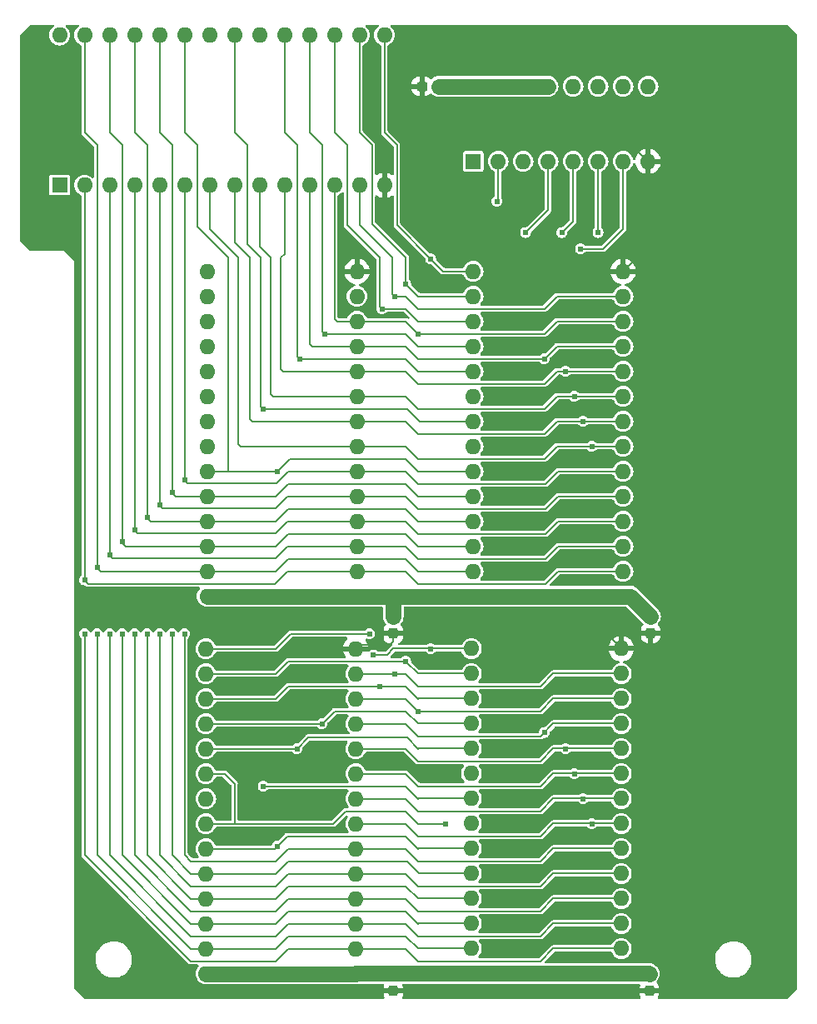
<source format=gtl>
G04 #@! TF.GenerationSoftware,KiCad,Pcbnew,7.0.10*
G04 #@! TF.CreationDate,2024-02-26T06:51:28+09:00*
G04 #@! TF.ProjectId,fs-a1_rom_patch,66732d61-315f-4726-9f6d-5f7061746368,1.0*
G04 #@! TF.SameCoordinates,Original*
G04 #@! TF.FileFunction,Copper,L1,Top*
G04 #@! TF.FilePolarity,Positive*
%FSLAX46Y46*%
G04 Gerber Fmt 4.6, Leading zero omitted, Abs format (unit mm)*
G04 Created by KiCad (PCBNEW 7.0.10) date 2024-02-26 06:51:28*
%MOMM*%
%LPD*%
G01*
G04 APERTURE LIST*
G04 Aperture macros list*
%AMRoundRect*
0 Rectangle with rounded corners*
0 $1 Rounding radius*
0 $2 $3 $4 $5 $6 $7 $8 $9 X,Y pos of 4 corners*
0 Add a 4 corners polygon primitive as box body*
4,1,4,$2,$3,$4,$5,$6,$7,$8,$9,$2,$3,0*
0 Add four circle primitives for the rounded corners*
1,1,$1+$1,$2,$3*
1,1,$1+$1,$4,$5*
1,1,$1+$1,$6,$7*
1,1,$1+$1,$8,$9*
0 Add four rect primitives between the rounded corners*
20,1,$1+$1,$2,$3,$4,$5,0*
20,1,$1+$1,$4,$5,$6,$7,0*
20,1,$1+$1,$6,$7,$8,$9,0*
20,1,$1+$1,$8,$9,$2,$3,0*%
G04 Aperture macros list end*
G04 #@! TA.AperFunction,ComponentPad*
%ADD10R,1.600000X1.600000*%
G04 #@! TD*
G04 #@! TA.AperFunction,ComponentPad*
%ADD11O,1.600000X1.600000*%
G04 #@! TD*
G04 #@! TA.AperFunction,SMDPad,CuDef*
%ADD12RoundRect,0.237500X-0.300000X-0.237500X0.300000X-0.237500X0.300000X0.237500X-0.300000X0.237500X0*%
G04 #@! TD*
G04 #@! TA.AperFunction,SMDPad,CuDef*
%ADD13RoundRect,0.237500X0.237500X-0.300000X0.237500X0.300000X-0.237500X0.300000X-0.237500X-0.300000X0*%
G04 #@! TD*
G04 #@! TA.AperFunction,SMDPad,CuDef*
%ADD14RoundRect,0.237500X-0.237500X0.300000X-0.237500X-0.300000X0.237500X-0.300000X0.237500X0.300000X0*%
G04 #@! TD*
G04 #@! TA.AperFunction,ViaPad*
%ADD15C,0.605000*%
G04 #@! TD*
G04 #@! TA.AperFunction,Conductor*
%ADD16C,0.152400*%
G04 #@! TD*
G04 #@! TA.AperFunction,Conductor*
%ADD17C,1.600000*%
G04 #@! TD*
G04 APERTURE END LIST*
D10*
X106045000Y-64389000D03*
D11*
X108585000Y-64389000D03*
X111125000Y-64389000D03*
X113665000Y-64389000D03*
X116205000Y-64389000D03*
X118745000Y-64389000D03*
X121285000Y-64389000D03*
X123825000Y-64389000D03*
X123825000Y-56769000D03*
X121285000Y-56769000D03*
X118745000Y-56769000D03*
X116205000Y-56769000D03*
X113665000Y-56769000D03*
X111125000Y-56769000D03*
X108585000Y-56769000D03*
X106045000Y-56769000D03*
D12*
X100838000Y-56769000D03*
X102563000Y-56769000D03*
D10*
X94107000Y-146939000D03*
D11*
X94107000Y-144399000D03*
X94107000Y-141859000D03*
X94107000Y-139319000D03*
X94107000Y-136779000D03*
X94107000Y-134239000D03*
X94107000Y-131699000D03*
X94107000Y-129159000D03*
X94107000Y-126619000D03*
X94107000Y-124079000D03*
X94107000Y-121539000D03*
X94107000Y-118999000D03*
X94107000Y-116459000D03*
X94107000Y-113919000D03*
X78867000Y-113919000D03*
X78867000Y-116459000D03*
X78867000Y-118999000D03*
X78867000Y-121539000D03*
X78867000Y-124079000D03*
X78867000Y-126619000D03*
X78867000Y-129159000D03*
X78867000Y-131699000D03*
X78867000Y-134239000D03*
X78867000Y-136779000D03*
X78867000Y-139319000D03*
X78867000Y-141859000D03*
X78867000Y-144399000D03*
X78867000Y-146939000D03*
D10*
X64008000Y-66802000D03*
D11*
X66548000Y-66802000D03*
X69088000Y-66802000D03*
X71628000Y-66802000D03*
X74168000Y-66802000D03*
X76708000Y-66802000D03*
X79248000Y-66802000D03*
X81788000Y-66802000D03*
X84328000Y-66802000D03*
X86868000Y-66802000D03*
X89408000Y-66802000D03*
X91948000Y-66802000D03*
X94488000Y-66802000D03*
X97028000Y-66802000D03*
X97028000Y-51562000D03*
X94488000Y-51562000D03*
X91948000Y-51562000D03*
X89408000Y-51562000D03*
X86868000Y-51562000D03*
X84328000Y-51562000D03*
X81788000Y-51562000D03*
X79248000Y-51562000D03*
X76708000Y-51562000D03*
X74168000Y-51562000D03*
X71628000Y-51562000D03*
X69088000Y-51562000D03*
X66548000Y-51562000D03*
X64008000Y-51562000D03*
D13*
X97917000Y-112368500D03*
X97917000Y-110643500D03*
X97917000Y-148690500D03*
X97917000Y-146965500D03*
D14*
X123952000Y-146939000D03*
X123952000Y-148664000D03*
D10*
X94234000Y-108585000D03*
D11*
X94234000Y-106045000D03*
X94234000Y-103505000D03*
X94234000Y-100965000D03*
X94234000Y-98425000D03*
X94234000Y-95885000D03*
X94234000Y-93345000D03*
X94234000Y-90805000D03*
X94234000Y-88265000D03*
X94234000Y-85725000D03*
X94234000Y-83185000D03*
X94234000Y-80645000D03*
X94234000Y-78105000D03*
X94234000Y-75565000D03*
X78994000Y-75565000D03*
X78994000Y-78105000D03*
X78994000Y-80645000D03*
X78994000Y-83185000D03*
X78994000Y-85725000D03*
X78994000Y-88265000D03*
X78994000Y-90805000D03*
X78994000Y-93345000D03*
X78994000Y-95885000D03*
X78994000Y-98425000D03*
X78994000Y-100965000D03*
X78994000Y-103505000D03*
X78994000Y-106045000D03*
X78994000Y-108585000D03*
D10*
X121107000Y-146919000D03*
D11*
X121107000Y-144379000D03*
X121107000Y-141839000D03*
X121107000Y-139299000D03*
X121107000Y-136759000D03*
X121107000Y-134219000D03*
X121107000Y-131679000D03*
X121107000Y-129139000D03*
X121107000Y-126599000D03*
X121107000Y-124059000D03*
X121107000Y-121519000D03*
X121107000Y-118979000D03*
X121107000Y-116439000D03*
X121107000Y-113899000D03*
X105867000Y-113899000D03*
X105867000Y-116439000D03*
X105867000Y-118979000D03*
X105867000Y-121519000D03*
X105867000Y-124059000D03*
X105867000Y-126599000D03*
X105867000Y-129139000D03*
X105867000Y-131679000D03*
X105867000Y-134219000D03*
X105867000Y-136759000D03*
X105867000Y-139299000D03*
X105867000Y-141839000D03*
X105867000Y-144379000D03*
X105867000Y-146919000D03*
D10*
X121285000Y-108585000D03*
D11*
X121285000Y-106045000D03*
X121285000Y-103505000D03*
X121285000Y-100965000D03*
X121285000Y-98425000D03*
X121285000Y-95885000D03*
X121285000Y-93345000D03*
X121285000Y-90805000D03*
X121285000Y-88265000D03*
X121285000Y-85725000D03*
X121285000Y-83185000D03*
X121285000Y-80645000D03*
X121285000Y-78105000D03*
X121285000Y-75565000D03*
X106045000Y-75565000D03*
X106045000Y-78105000D03*
X106045000Y-80645000D03*
X106045000Y-83185000D03*
X106045000Y-85725000D03*
X106045000Y-88265000D03*
X106045000Y-90805000D03*
X106045000Y-93345000D03*
X106045000Y-95885000D03*
X106045000Y-98425000D03*
X106045000Y-100965000D03*
X106045000Y-103505000D03*
X106045000Y-106045000D03*
X106045000Y-108585000D03*
D13*
X124079000Y-112342000D03*
X124079000Y-110617000D03*
D15*
X108458000Y-68453000D03*
X66548000Y-112395000D03*
X66548000Y-106934000D03*
X69088000Y-112395000D03*
X69088000Y-104394000D03*
X71628000Y-112395000D03*
X71628000Y-101854000D03*
X74168000Y-112395000D03*
X74168000Y-99314000D03*
X76708000Y-96774000D03*
X76708000Y-112395000D03*
X118110000Y-93345000D03*
X118110000Y-131699000D03*
X117221000Y-129159000D03*
X117221000Y-90805000D03*
X116332000Y-88265000D03*
X116332000Y-126619000D03*
X115443000Y-124079000D03*
X115443000Y-85725000D03*
X113284000Y-84455000D03*
X113284000Y-122428000D03*
X100457000Y-81915000D03*
X100457000Y-120269000D03*
X98044000Y-116459000D03*
X98044000Y-78105000D03*
X99441000Y-73152000D03*
X94234000Y-73152000D03*
X100838000Y-58420000D03*
X97028000Y-63246000D03*
X101727000Y-113919000D03*
X95885000Y-114554000D03*
X101727000Y-74295000D03*
X95504000Y-112395000D03*
X99187000Y-115189000D03*
X99187000Y-76835000D03*
X96774000Y-79375000D03*
X96520000Y-117729000D03*
X90678000Y-121539000D03*
X90932000Y-81915000D03*
X88138000Y-124079000D03*
X88392000Y-84455000D03*
X84709000Y-127889000D03*
X84709000Y-89535000D03*
X86106000Y-95885000D03*
X86106000Y-133985000D03*
X75438000Y-112395000D03*
X75438000Y-98044000D03*
X72898000Y-112395000D03*
X72898000Y-100584000D03*
X70358000Y-102997000D03*
X70358000Y-112395000D03*
X67818000Y-105664000D03*
X67818000Y-112395000D03*
X111379000Y-71628000D03*
X115062000Y-71628000D03*
X103251000Y-131699000D03*
X118745000Y-71627994D03*
X116967000Y-73279000D03*
D16*
X108585000Y-68326000D02*
X108585000Y-64389000D01*
X108458000Y-68453000D02*
X108585000Y-68326000D01*
X66548000Y-106978000D02*
X66885000Y-107315000D01*
X94107000Y-144399000D02*
X99187000Y-144399000D01*
X66885000Y-107315000D02*
X85896000Y-107315000D01*
X66548000Y-134874000D02*
X77343000Y-145669000D01*
X114193000Y-144379000D02*
X121107000Y-144379000D01*
X85979000Y-145669000D02*
X87249000Y-144399000D01*
X77343000Y-145669000D02*
X85979000Y-145669000D01*
X100457000Y-145669000D02*
X112903000Y-145669000D01*
X94234000Y-106045000D02*
X99187000Y-106045000D01*
X85896000Y-107315000D02*
X87166000Y-106045000D01*
X66548000Y-66802000D02*
X66548000Y-106934000D01*
X114681000Y-106045000D02*
X121285000Y-106045000D01*
X87166000Y-106045000D02*
X94234000Y-106045000D01*
X66548000Y-112395000D02*
X66548000Y-134874000D01*
X99187000Y-144399000D02*
X100457000Y-145669000D01*
X87249000Y-144399000D02*
X94107000Y-144399000D01*
X100457000Y-107315000D02*
X113411000Y-107315000D01*
X66548000Y-106934000D02*
X66548000Y-106978000D01*
X113411000Y-107315000D02*
X114681000Y-106045000D01*
X112903000Y-145669000D02*
X114193000Y-144379000D01*
X99187000Y-106045000D02*
X100457000Y-107315000D01*
X94234000Y-103505000D02*
X87166000Y-103505000D01*
X69088000Y-104438000D02*
X69342000Y-104692000D01*
X94107000Y-141859000D02*
X99187000Y-141859000D01*
X99187000Y-103505000D02*
X100457000Y-104775000D01*
X69088000Y-134874000D02*
X77343000Y-143129000D01*
X94234000Y-103505000D02*
X99187000Y-103505000D01*
X69088000Y-104394000D02*
X69088000Y-104438000D01*
X112903000Y-143129000D02*
X114193000Y-141839000D01*
X85979000Y-104692000D02*
X87144000Y-103527000D01*
X99187000Y-141859000D02*
X100457000Y-143129000D01*
X69088000Y-112395000D02*
X69088000Y-134874000D01*
X77343000Y-143129000D02*
X85979000Y-143129000D01*
X85979000Y-143129000D02*
X87249000Y-141859000D01*
X69342000Y-104692000D02*
X85979000Y-104692000D01*
X100457000Y-104775000D02*
X113411000Y-104775000D01*
X114193000Y-141839000D02*
X121107000Y-141839000D01*
X87249000Y-141859000D02*
X94107000Y-141859000D01*
X87166000Y-103505000D02*
X87144000Y-103527000D01*
X100457000Y-143129000D02*
X112903000Y-143129000D01*
X114681000Y-103505000D02*
X121285000Y-103505000D01*
X113411000Y-104775000D02*
X114681000Y-103505000D01*
X69088000Y-66802000D02*
X69088000Y-104394000D01*
X100457000Y-102235000D02*
X113411000Y-102235000D01*
X85979000Y-102152000D02*
X87166000Y-100965000D01*
X100457000Y-140589000D02*
X112903000Y-140589000D01*
X71628000Y-134874000D02*
X77343000Y-140589000D01*
X87166000Y-100965000D02*
X94234000Y-100965000D01*
X114193000Y-139299000D02*
X121107000Y-139299000D01*
X85979000Y-140589000D02*
X87249000Y-139319000D01*
X114681000Y-100965000D02*
X121285000Y-100965000D01*
X94107000Y-139319000D02*
X99187000Y-139319000D01*
X71628000Y-112395000D02*
X71628000Y-134874000D01*
X99187000Y-100965000D02*
X100457000Y-102235000D01*
X99187000Y-139319000D02*
X100457000Y-140589000D01*
X71628000Y-101898000D02*
X71882000Y-102152000D01*
X94234000Y-100965000D02*
X99187000Y-100965000D01*
X71628000Y-101854000D02*
X71628000Y-101898000D01*
X77343000Y-140589000D02*
X85979000Y-140589000D01*
X113411000Y-102235000D02*
X114681000Y-100965000D01*
X71882000Y-102152000D02*
X85979000Y-102152000D01*
X112903000Y-140589000D02*
X114193000Y-139299000D01*
X87249000Y-139319000D02*
X94107000Y-139319000D01*
X71628000Y-66802000D02*
X71628000Y-101854000D01*
X87249000Y-136779000D02*
X94107000Y-136779000D01*
X74422000Y-99612000D02*
X85979000Y-99612000D01*
X85979000Y-138049000D02*
X87249000Y-136779000D01*
X94234000Y-98425000D02*
X99187000Y-98425000D01*
X74168000Y-134874000D02*
X77343000Y-138049000D01*
X100457000Y-138049000D02*
X112903000Y-138049000D01*
X85979000Y-99612000D02*
X87166000Y-98425000D01*
X74168000Y-99358000D02*
X74422000Y-99612000D01*
X99187000Y-136779000D02*
X100457000Y-138049000D01*
X114681000Y-98425000D02*
X121285000Y-98425000D01*
X74168000Y-66802000D02*
X74168000Y-99314000D01*
X77343000Y-138049000D02*
X85979000Y-138049000D01*
X113411000Y-99695000D02*
X114681000Y-98425000D01*
X100457000Y-99695000D02*
X113411000Y-99695000D01*
X94107000Y-136779000D02*
X99187000Y-136779000D01*
X74168000Y-99314000D02*
X74168000Y-99358000D01*
X114193000Y-136759000D02*
X121107000Y-136759000D01*
X74168000Y-112395000D02*
X74168000Y-134874000D01*
X94234000Y-98425000D02*
X87166000Y-98425000D01*
X112903000Y-138049000D02*
X114193000Y-136759000D01*
X99187000Y-98425000D02*
X100457000Y-99695000D01*
X86062000Y-97072000D02*
X87249000Y-95885000D01*
X99187000Y-134239000D02*
X100457000Y-135509000D01*
X76708000Y-96818000D02*
X76962000Y-97072000D01*
X94107000Y-134239000D02*
X99187000Y-134239000D01*
X94234000Y-95885000D02*
X87249000Y-95885000D01*
X114681000Y-95885000D02*
X121285000Y-95885000D01*
X76708000Y-112395000D02*
X76708000Y-134874000D01*
X85979000Y-135509000D02*
X87249000Y-134239000D01*
X114193000Y-134219000D02*
X121107000Y-134219000D01*
X87249000Y-134239000D02*
X94107000Y-134239000D01*
X113411000Y-97155000D02*
X114681000Y-95885000D01*
X100457000Y-97155000D02*
X113411000Y-97155000D01*
X99187000Y-95885000D02*
X100457000Y-97155000D01*
X76708000Y-96774000D02*
X76708000Y-96818000D01*
X76708000Y-66802000D02*
X76708000Y-96774000D01*
X76708000Y-134874000D02*
X77343000Y-135509000D01*
X112903000Y-135509000D02*
X114193000Y-134219000D01*
X100457000Y-135509000D02*
X112903000Y-135509000D01*
X77343000Y-135509000D02*
X85979000Y-135509000D01*
X76962000Y-97072000D02*
X86062000Y-97072000D01*
X94234000Y-95885000D02*
X99187000Y-95885000D01*
X114193000Y-131679000D02*
X118090000Y-131679000D01*
X118110000Y-131699000D02*
X118130000Y-131679000D01*
X118130000Y-131679000D02*
X121107000Y-131679000D01*
X100457000Y-94615000D02*
X113284000Y-94615000D01*
X82423000Y-93345000D02*
X94234000Y-93345000D01*
X112903000Y-132969000D02*
X114193000Y-131679000D01*
X100457000Y-132969000D02*
X112903000Y-132969000D01*
X118090000Y-131679000D02*
X118110000Y-131699000D01*
X99187000Y-131699000D02*
X100457000Y-132969000D01*
X79248000Y-66802000D02*
X79248000Y-71247000D01*
X114554000Y-93345000D02*
X121285000Y-93345000D01*
X82169000Y-93091000D02*
X82423000Y-93345000D01*
X82169000Y-74168000D02*
X82169000Y-93091000D01*
X99187000Y-93345000D02*
X100457000Y-94615000D01*
X94234000Y-93345000D02*
X99187000Y-93345000D01*
X113284000Y-94615000D02*
X114554000Y-93345000D01*
X94107000Y-131699000D02*
X99187000Y-131699000D01*
X79248000Y-71247000D02*
X82169000Y-74168000D01*
X114193000Y-129139000D02*
X117201000Y-129139000D01*
X83566000Y-90805000D02*
X94234000Y-90805000D01*
X117241000Y-129139000D02*
X121107000Y-129139000D01*
X83312000Y-74168000D02*
X83312000Y-90551000D01*
X117221000Y-129159000D02*
X117241000Y-129139000D01*
X117201000Y-129139000D02*
X117221000Y-129159000D01*
X100457000Y-130429000D02*
X112903000Y-130429000D01*
X112903000Y-130429000D02*
X114193000Y-129139000D01*
X114554000Y-90805000D02*
X121285000Y-90805000D01*
X100457000Y-92075000D02*
X113284000Y-92075000D01*
X83312000Y-90551000D02*
X83566000Y-90805000D01*
X113284000Y-92075000D02*
X114554000Y-90805000D01*
X81788000Y-72644000D02*
X83312000Y-74168000D01*
X94234000Y-90805000D02*
X99187000Y-90805000D01*
X99187000Y-90805000D02*
X100457000Y-92075000D01*
X94107000Y-129159000D02*
X99187000Y-129159000D01*
X99187000Y-129159000D02*
X100457000Y-130429000D01*
X81788000Y-66802000D02*
X81788000Y-72644000D01*
X99187000Y-88265000D02*
X100457000Y-89535000D01*
X84328000Y-73025000D02*
X85471000Y-74168000D01*
X85471000Y-88011000D02*
X85725000Y-88265000D01*
X85725000Y-88265000D02*
X94234000Y-88265000D01*
X113284000Y-89535000D02*
X114554000Y-88265000D01*
X99187000Y-126619000D02*
X100457000Y-127889000D01*
X100457000Y-127889000D02*
X112903000Y-127889000D01*
X114554000Y-88265000D02*
X121285000Y-88265000D01*
X85471000Y-74168000D02*
X85471000Y-88011000D01*
X94234000Y-88265000D02*
X99187000Y-88265000D01*
X116312000Y-126599000D02*
X116332000Y-126619000D01*
X114193000Y-126599000D02*
X116312000Y-126599000D01*
X100457000Y-89535000D02*
X113284000Y-89535000D01*
X116332000Y-126619000D02*
X116352000Y-126599000D01*
X112903000Y-127889000D02*
X114193000Y-126599000D01*
X94107000Y-126619000D02*
X99187000Y-126619000D01*
X84328000Y-66802000D02*
X84328000Y-73025000D01*
X116352000Y-126599000D02*
X121107000Y-126599000D01*
X100457000Y-86995000D02*
X113284000Y-86995000D01*
X86868000Y-73787000D02*
X86487000Y-74168000D01*
X112903000Y-125349000D02*
X114193000Y-124059000D01*
X115463000Y-124059000D02*
X121107000Y-124059000D01*
X86487000Y-85471000D02*
X86741000Y-85725000D01*
X86868000Y-66802000D02*
X86868000Y-73787000D01*
X115443000Y-124079000D02*
X115463000Y-124059000D01*
X114554000Y-85725000D02*
X121285000Y-85725000D01*
X86487000Y-74168000D02*
X86487000Y-85471000D01*
X99187000Y-124079000D02*
X100457000Y-125349000D01*
X114193000Y-124059000D02*
X115423000Y-124059000D01*
X100457000Y-125349000D02*
X112903000Y-125349000D01*
X94107000Y-124079000D02*
X99187000Y-124079000D01*
X86741000Y-85725000D02*
X94234000Y-85725000D01*
X113284000Y-86995000D02*
X114554000Y-85725000D01*
X115423000Y-124059000D02*
X115443000Y-124079000D01*
X94234000Y-85725000D02*
X99187000Y-85725000D01*
X99187000Y-85725000D02*
X100457000Y-86995000D01*
X99187000Y-121539000D02*
X100457000Y-122809000D01*
X89408000Y-66802000D02*
X89408000Y-82931000D01*
X112903000Y-122809000D02*
X114193000Y-121519000D01*
X114193000Y-121519000D02*
X121107000Y-121519000D01*
X89662000Y-83185000D02*
X94234000Y-83185000D01*
X100457000Y-84455000D02*
X113284000Y-84455000D01*
X99187000Y-83185000D02*
X100457000Y-84455000D01*
X94234000Y-83185000D02*
X99187000Y-83185000D01*
X89408000Y-82931000D02*
X89662000Y-83185000D01*
X100457000Y-122809000D02*
X112903000Y-122809000D01*
X94107000Y-121539000D02*
X99187000Y-121539000D01*
X113284000Y-84455000D02*
X114554000Y-83185000D01*
X114554000Y-83185000D02*
X121285000Y-83185000D01*
X99187000Y-118999000D02*
X100457000Y-120269000D01*
X112903000Y-120269000D02*
X114193000Y-118979000D01*
X94107000Y-118999000D02*
X99187000Y-118999000D01*
X92202000Y-80645000D02*
X94234000Y-80645000D01*
X91948000Y-66802000D02*
X91948000Y-80391000D01*
X94234000Y-80645000D02*
X99187000Y-80645000D01*
X100457000Y-120269000D02*
X112903000Y-120269000D01*
X114554000Y-80645000D02*
X121285000Y-80645000D01*
X99187000Y-80645000D02*
X100457000Y-81915000D01*
X113284000Y-81915000D02*
X114554000Y-80645000D01*
X91948000Y-80391000D02*
X92202000Y-80645000D01*
X114193000Y-118979000D02*
X121107000Y-118979000D01*
X100457000Y-81915000D02*
X113284000Y-81915000D01*
X112903000Y-117729000D02*
X114193000Y-116439000D01*
X94488000Y-70866000D02*
X97790000Y-74168000D01*
X97790000Y-77851000D02*
X98044000Y-78105000D01*
X114554000Y-78105000D02*
X121285000Y-78105000D01*
X94107000Y-116459000D02*
X99187000Y-116459000D01*
X100457000Y-79375000D02*
X113284000Y-79375000D01*
X114193000Y-116439000D02*
X121107000Y-116439000D01*
X99187000Y-78105000D02*
X100457000Y-79375000D01*
X94488000Y-66802000D02*
X94488000Y-70866000D01*
X113284000Y-79375000D02*
X114554000Y-78105000D01*
X99187000Y-116459000D02*
X100457000Y-117729000D01*
X100457000Y-117729000D02*
X112903000Y-117729000D01*
X97790000Y-74168000D02*
X97790000Y-77851000D01*
X98044000Y-78105000D02*
X99187000Y-78105000D01*
X119576500Y-112368500D02*
X121107000Y-113899000D01*
X124079000Y-113157000D02*
X123380500Y-113855500D01*
X108966000Y-62103000D02*
X121539000Y-62103000D01*
X100838000Y-58420000D02*
X105283000Y-58420000D01*
X121539000Y-62103000D02*
X123825000Y-64389000D01*
X97917000Y-112368500D02*
X119576500Y-112368500D01*
X125603000Y-116078000D02*
X123380500Y-113855500D01*
X125402000Y-148664000D02*
X125603000Y-148463000D01*
X105283000Y-58420000D02*
X108966000Y-62103000D01*
X123952000Y-148664000D02*
X125402000Y-148664000D01*
X97028000Y-66802000D02*
X97028000Y-63246000D01*
X100838000Y-56769000D02*
X100838000Y-58420000D01*
X97028000Y-66802000D02*
X97028000Y-70104000D01*
X97917000Y-148690500D02*
X123925500Y-148690500D01*
X97536000Y-113538000D02*
X94488000Y-113538000D01*
X97028000Y-70104000D02*
X97028000Y-70739000D01*
X123317000Y-113919000D02*
X121127000Y-113919000D01*
X123825000Y-64389000D02*
X123825000Y-73025000D01*
X97917000Y-113157000D02*
X97536000Y-113538000D01*
X97917000Y-112368500D02*
X97917000Y-113157000D01*
X124079000Y-112342000D02*
X124079000Y-113157000D01*
X123825000Y-73025000D02*
X121285000Y-75565000D01*
X97028000Y-70739000D02*
X99441000Y-73152000D01*
X125603000Y-116078000D02*
X125603000Y-74803000D01*
X123380500Y-113855500D02*
X123317000Y-113919000D01*
X125603000Y-74803000D02*
X123825000Y-73025000D01*
X125603000Y-148463000D02*
X125603000Y-116078000D01*
X94234000Y-75565000D02*
X94234000Y-73152000D01*
X105867000Y-113899000D02*
X97937000Y-113899000D01*
X97028000Y-51562000D02*
X97028000Y-61468000D01*
X98298000Y-70866000D02*
X101727000Y-74295000D01*
X97937000Y-113899000D02*
X97282000Y-114554000D01*
X98298000Y-62738000D02*
X98298000Y-70866000D01*
X85979000Y-113919000D02*
X87503000Y-112395000D01*
X102997000Y-75565000D02*
X106045000Y-75565000D01*
X97028000Y-61468000D02*
X98298000Y-62738000D01*
X101727000Y-74295000D02*
X102997000Y-75565000D01*
X78867000Y-113919000D02*
X85979000Y-113919000D01*
X87503000Y-112395000D02*
X95504000Y-112395000D01*
X97282000Y-114554000D02*
X95885000Y-114554000D01*
X99187000Y-115189000D02*
X87249000Y-115189000D01*
X87249000Y-115189000D02*
X85979000Y-116459000D01*
X99187000Y-76835000D02*
X100457000Y-78105000D01*
X85979000Y-116459000D02*
X78867000Y-116459000D01*
X100457000Y-78105000D02*
X106045000Y-78105000D01*
X94488000Y-51562000D02*
X94488000Y-61468000D01*
X99187000Y-74168000D02*
X99187000Y-76835000D01*
X95758000Y-62738000D02*
X95758000Y-70739000D01*
X95758000Y-70739000D02*
X99187000Y-74168000D01*
X94488000Y-61468000D02*
X95758000Y-62738000D01*
X99187000Y-115189000D02*
X100437000Y-116439000D01*
X100437000Y-116439000D02*
X105867000Y-116439000D01*
X96520000Y-117729000D02*
X87249000Y-117729000D01*
X91948000Y-61468000D02*
X93218000Y-62738000D01*
X100477000Y-118979000D02*
X105867000Y-118979000D01*
X99187000Y-117729000D02*
X100457000Y-118999000D01*
X93218000Y-70866000D02*
X96520000Y-74168000D01*
X96520000Y-117729000D02*
X99187000Y-117729000D01*
X87249000Y-117729000D02*
X85979000Y-118999000D01*
X85979000Y-118999000D02*
X78867000Y-118999000D01*
X91948000Y-51562000D02*
X91948000Y-61468000D01*
X93218000Y-62738000D02*
X93218000Y-70866000D01*
X96520000Y-79121000D02*
X96774000Y-79375000D01*
X100457000Y-118999000D02*
X100477000Y-118979000D01*
X99187000Y-79375000D02*
X100457000Y-80645000D01*
X100457000Y-80645000D02*
X106045000Y-80645000D01*
X96774000Y-79375000D02*
X99187000Y-79375000D01*
X96520000Y-74168000D02*
X96520000Y-79121000D01*
X90932000Y-81915000D02*
X99187000Y-81915000D01*
X99187000Y-81915000D02*
X100457000Y-83185000D01*
X90678000Y-62738000D02*
X90678000Y-81661000D01*
X100437000Y-121519000D02*
X105867000Y-121519000D01*
X90678000Y-121539000D02*
X78867000Y-121539000D01*
X89408000Y-61468000D02*
X90678000Y-62738000D01*
X99187000Y-120269000D02*
X100437000Y-121519000D01*
X90678000Y-121539000D02*
X91948000Y-120269000D01*
X89408000Y-51562000D02*
X89408000Y-61468000D01*
X90678000Y-81661000D02*
X90932000Y-81915000D01*
X100457000Y-83185000D02*
X106045000Y-83185000D01*
X91948000Y-120269000D02*
X99187000Y-120269000D01*
X88138000Y-124079000D02*
X78867000Y-124079000D01*
X89281000Y-122936000D02*
X88138000Y-124079000D01*
X88138000Y-84201000D02*
X88392000Y-84455000D01*
X86868000Y-61468000D02*
X88138000Y-62738000D01*
X88138000Y-62738000D02*
X88138000Y-84201000D01*
X99314000Y-122936000D02*
X89281000Y-122936000D01*
X100457000Y-85725000D02*
X106045000Y-85725000D01*
X100477000Y-124059000D02*
X100457000Y-124079000D01*
X105867000Y-124059000D02*
X100477000Y-124059000D01*
X99187000Y-84455000D02*
X100457000Y-85725000D01*
X86868000Y-51562000D02*
X86868000Y-61468000D01*
X88392000Y-84455000D02*
X99187000Y-84455000D01*
X100457000Y-124079000D02*
X99314000Y-122936000D01*
X83058000Y-62738000D02*
X83058000Y-72771000D01*
X105867000Y-129139000D02*
X100477000Y-129139000D01*
X100584000Y-90805000D02*
X106045000Y-90805000D01*
X100477000Y-129139000D02*
X100457000Y-129159000D01*
X81788000Y-51562000D02*
X81788000Y-61468000D01*
X99187000Y-127889000D02*
X84709000Y-127889000D01*
X83058000Y-72771000D02*
X84455000Y-74168000D01*
X84455000Y-74168000D02*
X84455000Y-89281000D01*
X84455000Y-89281000D02*
X84709000Y-89535000D01*
X84709000Y-89535000D02*
X99314000Y-89535000D01*
X100457000Y-129159000D02*
X99187000Y-127889000D01*
X99314000Y-89535000D02*
X100584000Y-90805000D01*
X81788000Y-61468000D02*
X83058000Y-62738000D01*
X76708000Y-51562000D02*
X76708000Y-61468000D01*
X77978000Y-62738000D02*
X77978000Y-70993000D01*
X100457000Y-95885000D02*
X106045000Y-95885000D01*
X87376000Y-94615000D02*
X99187000Y-94615000D01*
X81200000Y-95885000D02*
X86106000Y-95885000D01*
X99187000Y-132969000D02*
X87122000Y-132969000D01*
X81153000Y-95802000D02*
X81135000Y-95820000D01*
X100457000Y-134239000D02*
X99187000Y-132969000D01*
X87122000Y-132969000D02*
X85852000Y-134239000D01*
X81153000Y-74168000D02*
X81153000Y-95802000D01*
X85852000Y-134239000D02*
X78867000Y-134239000D01*
X99187000Y-94615000D02*
X100457000Y-95885000D01*
X76708000Y-61468000D02*
X77978000Y-62738000D01*
X77978000Y-70993000D02*
X81153000Y-74168000D01*
X105867000Y-134219000D02*
X100477000Y-134219000D01*
X78994000Y-95885000D02*
X81200000Y-95885000D01*
X86106000Y-95885000D02*
X87376000Y-94615000D01*
X81135000Y-95820000D02*
X81200000Y-95885000D01*
X100477000Y-134219000D02*
X100457000Y-134239000D01*
X75438000Y-98044000D02*
X75438000Y-98088000D01*
X105867000Y-136759000D02*
X100564000Y-136759000D01*
X75775000Y-98425000D02*
X78994000Y-98425000D01*
X87249000Y-135509000D02*
X85979000Y-136779000D01*
X85979000Y-136779000D02*
X78867000Y-136779000D01*
X75438000Y-112395000D02*
X75438000Y-134874000D01*
X74168000Y-61468000D02*
X75438000Y-62738000D01*
X74168000Y-51562000D02*
X74168000Y-61468000D01*
X75438000Y-134874000D02*
X77343000Y-136779000D01*
X85979000Y-98425000D02*
X87249000Y-97155000D01*
X75438000Y-62738000D02*
X75438000Y-98044000D01*
X100457000Y-98425000D02*
X106045000Y-98425000D01*
X99314000Y-135509000D02*
X87249000Y-135509000D01*
X87249000Y-97155000D02*
X99187000Y-97155000D01*
X75438000Y-98088000D02*
X75775000Y-98425000D01*
X77343000Y-136779000D02*
X78867000Y-136779000D01*
X100564000Y-136759000D02*
X99314000Y-135509000D01*
X99187000Y-97155000D02*
X100457000Y-98425000D01*
X78994000Y-98425000D02*
X85979000Y-98425000D01*
X85979000Y-100965000D02*
X87249000Y-99695000D01*
X71628000Y-61468000D02*
X72898000Y-62738000D01*
X72898000Y-100584000D02*
X72898000Y-100628000D01*
X71628000Y-51562000D02*
X71628000Y-61468000D01*
X78867000Y-139319000D02*
X85979000Y-139319000D01*
X100437000Y-139299000D02*
X105867000Y-139299000D01*
X72898000Y-100628000D02*
X73235000Y-100965000D01*
X73235000Y-100965000D02*
X78994000Y-100965000D01*
X72898000Y-134874000D02*
X77343000Y-139319000D01*
X72898000Y-112395000D02*
X72898000Y-134874000D01*
X99187000Y-99695000D02*
X100457000Y-100965000D01*
X85979000Y-139319000D02*
X87249000Y-138049000D01*
X87249000Y-138049000D02*
X99187000Y-138049000D01*
X77343000Y-139319000D02*
X78867000Y-139319000D01*
X72898000Y-62738000D02*
X72898000Y-100584000D01*
X99187000Y-138049000D02*
X100437000Y-139299000D01*
X87249000Y-99695000D02*
X99187000Y-99695000D01*
X100457000Y-100965000D02*
X106045000Y-100965000D01*
X78994000Y-100965000D02*
X85979000Y-100965000D01*
X100457000Y-103505000D02*
X106045000Y-103505000D01*
X77343000Y-141859000D02*
X78867000Y-141859000D01*
X100477000Y-141839000D02*
X100457000Y-141859000D01*
X99187000Y-102235000D02*
X100457000Y-103505000D01*
X100457000Y-141859000D02*
X99187000Y-140589000D01*
X70358000Y-103168000D02*
X70695000Y-103505000D01*
X105867000Y-141839000D02*
X100477000Y-141839000D01*
X85979000Y-103505000D02*
X87249000Y-102235000D01*
X70695000Y-103505000D02*
X78994000Y-103505000D01*
X87249000Y-102235000D02*
X99187000Y-102235000D01*
X69088000Y-51562000D02*
X69088000Y-61468000D01*
X70358000Y-102997000D02*
X70358000Y-103168000D01*
X70358000Y-62738000D02*
X70358000Y-102997000D01*
X85979000Y-141859000D02*
X78867000Y-141859000D01*
X70358000Y-134874000D02*
X77343000Y-141859000D01*
X69088000Y-61468000D02*
X70358000Y-62738000D01*
X99187000Y-140589000D02*
X87249000Y-140589000D01*
X87249000Y-140589000D02*
X85979000Y-141859000D01*
X70358000Y-112395000D02*
X70358000Y-134874000D01*
X78994000Y-103505000D02*
X85979000Y-103505000D01*
X67818000Y-105708000D02*
X68155000Y-106045000D01*
X67818000Y-62738000D02*
X67818000Y-105664000D01*
X85979000Y-106045000D02*
X87249000Y-104775000D01*
X68155000Y-106045000D02*
X78994000Y-106045000D01*
X87249000Y-143129000D02*
X99187000Y-143129000D01*
X67818000Y-112395000D02*
X67818000Y-134874000D01*
X78994000Y-106045000D02*
X85979000Y-106045000D01*
X67818000Y-105664000D02*
X67818000Y-105708000D01*
X100457000Y-106045000D02*
X106045000Y-106045000D01*
X87249000Y-104775000D02*
X99187000Y-104775000D01*
X78867000Y-144399000D02*
X85979000Y-144399000D01*
X66548000Y-61468000D02*
X67818000Y-62738000D01*
X85979000Y-144399000D02*
X87249000Y-143129000D01*
X99187000Y-143129000D02*
X100437000Y-144379000D01*
X67818000Y-134874000D02*
X77343000Y-144399000D01*
X66548000Y-51562000D02*
X66548000Y-61468000D01*
X99187000Y-104775000D02*
X100457000Y-106045000D01*
X100437000Y-144379000D02*
X105867000Y-144379000D01*
X77343000Y-144399000D02*
X78867000Y-144399000D01*
D17*
X94107000Y-146939000D02*
X78867000Y-146939000D01*
X121285000Y-108585000D02*
X106045000Y-108585000D01*
X113665000Y-56769000D02*
X111125000Y-56769000D01*
X97790000Y-108585000D02*
X94234000Y-108585000D01*
X94127000Y-146919000D02*
X94107000Y-146939000D01*
X97790000Y-108585000D02*
X97917000Y-108712000D01*
X108585000Y-56769000D02*
X106045000Y-56769000D01*
X97917000Y-108712000D02*
X97917000Y-110643500D01*
X121107000Y-146919000D02*
X123932000Y-146919000D01*
X106045000Y-108585000D02*
X97790000Y-108585000D01*
X121107000Y-146919000D02*
X105867000Y-146919000D01*
X106045000Y-56769000D02*
X102563000Y-56769000D01*
X94234000Y-108585000D02*
X78994000Y-108585000D01*
X105867000Y-146919000D02*
X94127000Y-146919000D01*
X122047000Y-108585000D02*
X124079000Y-110617000D01*
X111125000Y-56769000D02*
X108585000Y-56769000D01*
X123932000Y-146919000D02*
X123952000Y-146939000D01*
X121285000Y-108585000D02*
X122047000Y-108585000D01*
D16*
X113665000Y-64389000D02*
X113665000Y-69342000D01*
X113665000Y-69342000D02*
X111379000Y-71628000D01*
X115062000Y-71628000D02*
X116205000Y-70485000D01*
X116205000Y-70485000D02*
X116205000Y-64389000D01*
X78867000Y-126619000D02*
X80772000Y-126619000D01*
X80772000Y-126619000D02*
X81788000Y-127635000D01*
X118745000Y-64389000D02*
X118745000Y-71627994D01*
X81788000Y-127635000D02*
X81788000Y-131699000D01*
X81788000Y-131699000D02*
X78867000Y-131699000D01*
X93091000Y-130429000D02*
X99187000Y-130429000D01*
X99187000Y-130429000D02*
X100457000Y-131699000D01*
X100457000Y-131699000D02*
X103251000Y-131699000D01*
X91821000Y-131699000D02*
X93091000Y-130429000D01*
X81788000Y-131699000D02*
X91821000Y-131699000D01*
X119253000Y-73279000D02*
X121285000Y-71247000D01*
X116967000Y-73279000D02*
X119253000Y-73279000D01*
X121285000Y-71247000D02*
X121285000Y-64389000D01*
G04 #@! TA.AperFunction,Conductor*
G36*
X63366620Y-50519685D02*
G01*
X63412375Y-50572489D01*
X63422319Y-50641647D01*
X63393294Y-50705203D01*
X63378245Y-50719854D01*
X63261589Y-50815589D01*
X63130317Y-50975547D01*
X63032769Y-51158043D01*
X62972699Y-51356067D01*
X62952417Y-51562000D01*
X62972699Y-51767932D01*
X62972700Y-51767934D01*
X63032768Y-51965954D01*
X63130315Y-52148450D01*
X63130317Y-52148452D01*
X63261589Y-52308410D01*
X63358209Y-52387702D01*
X63421550Y-52439685D01*
X63604046Y-52537232D01*
X63802066Y-52597300D01*
X63802065Y-52597300D01*
X63820529Y-52599118D01*
X64008000Y-52617583D01*
X64213934Y-52597300D01*
X64411954Y-52537232D01*
X64594450Y-52439685D01*
X64754410Y-52308410D01*
X64885685Y-52148450D01*
X64983232Y-51965954D01*
X65043300Y-51767934D01*
X65063583Y-51562000D01*
X65043300Y-51356066D01*
X64983232Y-51158046D01*
X64885685Y-50975550D01*
X64833702Y-50912209D01*
X64754410Y-50815589D01*
X64637755Y-50719854D01*
X64598420Y-50662108D01*
X64596549Y-50592263D01*
X64632736Y-50532495D01*
X64695492Y-50501779D01*
X64716419Y-50500000D01*
X65839581Y-50500000D01*
X65906620Y-50519685D01*
X65952375Y-50572489D01*
X65962319Y-50641647D01*
X65933294Y-50705203D01*
X65918245Y-50719854D01*
X65801589Y-50815589D01*
X65670317Y-50975547D01*
X65572769Y-51158043D01*
X65512699Y-51356067D01*
X65492417Y-51562000D01*
X65512699Y-51767932D01*
X65512700Y-51767934D01*
X65572768Y-51965954D01*
X65670315Y-52148450D01*
X65670317Y-52148452D01*
X65801589Y-52308410D01*
X65898209Y-52387702D01*
X65961550Y-52439685D01*
X66144046Y-52537232D01*
X66144050Y-52537234D01*
X66144752Y-52537525D01*
X66145063Y-52537775D01*
X66149419Y-52540104D01*
X66148977Y-52540929D01*
X66199156Y-52581365D01*
X66221221Y-52647659D01*
X66221300Y-52652086D01*
X66221300Y-61448319D01*
X66220828Y-61459128D01*
X66217521Y-61496914D01*
X66227340Y-61533557D01*
X66229681Y-61544117D01*
X66236266Y-61581463D01*
X66238031Y-61586312D01*
X66245161Y-61603524D01*
X66247340Y-61608198D01*
X66269096Y-61639269D01*
X66274907Y-61648390D01*
X66293872Y-61681238D01*
X66320765Y-61703804D01*
X66322927Y-61705618D01*
X66330902Y-61712926D01*
X67454981Y-62837005D01*
X67488466Y-62898328D01*
X67491300Y-62924686D01*
X67491300Y-65954997D01*
X67471615Y-66022036D01*
X67418811Y-66067791D01*
X67349653Y-66077735D01*
X67288636Y-66050851D01*
X67134452Y-65924317D01*
X67134453Y-65924317D01*
X67134450Y-65924315D01*
X66951954Y-65826768D01*
X66753934Y-65766700D01*
X66753932Y-65766699D01*
X66753934Y-65766699D01*
X66548000Y-65746417D01*
X66342067Y-65766699D01*
X66144043Y-65826769D01*
X66033898Y-65885643D01*
X65961550Y-65924315D01*
X65961548Y-65924316D01*
X65961547Y-65924317D01*
X65801589Y-66055589D01*
X65670317Y-66215547D01*
X65572769Y-66398043D01*
X65572768Y-66398045D01*
X65572768Y-66398046D01*
X65565898Y-66420692D01*
X65512699Y-66596067D01*
X65492417Y-66802000D01*
X65512699Y-67007932D01*
X65542734Y-67106944D01*
X65572768Y-67205954D01*
X65670315Y-67388450D01*
X65670317Y-67388452D01*
X65801589Y-67548410D01*
X65896956Y-67626674D01*
X65961550Y-67679685D01*
X66144046Y-67777232D01*
X66144050Y-67777234D01*
X66144752Y-67777525D01*
X66145063Y-67777775D01*
X66149419Y-67780104D01*
X66148977Y-67780929D01*
X66199156Y-67821365D01*
X66221221Y-67887659D01*
X66221300Y-67892086D01*
X66221300Y-106426494D01*
X66201615Y-106493533D01*
X66172788Y-106524869D01*
X66153596Y-106539595D01*
X66064955Y-106655112D01*
X66064953Y-106655115D01*
X66009235Y-106789634D01*
X66009234Y-106789638D01*
X65990228Y-106933999D01*
X65990228Y-106934000D01*
X66009234Y-107078361D01*
X66009235Y-107078365D01*
X66064953Y-107212883D01*
X66064954Y-107212885D01*
X66064955Y-107212886D01*
X66153596Y-107328404D01*
X66269114Y-107417045D01*
X66403638Y-107472766D01*
X66548000Y-107491772D01*
X66548386Y-107491772D01*
X66548699Y-107491864D01*
X66556059Y-107492833D01*
X66555907Y-107493980D01*
X66615425Y-107511457D01*
X66636067Y-107528091D01*
X66640073Y-107532097D01*
X66647381Y-107540072D01*
X66671762Y-107569128D01*
X66704604Y-107588089D01*
X66713720Y-107593897D01*
X66744798Y-107615658D01*
X66749503Y-107617852D01*
X66766673Y-107624963D01*
X66771535Y-107626733D01*
X66771536Y-107626733D01*
X66771538Y-107626734D01*
X66808900Y-107633321D01*
X66819443Y-107635659D01*
X66856086Y-107645478D01*
X66893871Y-107642171D01*
X66904680Y-107641700D01*
X78146997Y-107641700D01*
X78214036Y-107661385D01*
X78259791Y-107714189D01*
X78269735Y-107783347D01*
X78242851Y-107844364D01*
X78116317Y-107998547D01*
X78018769Y-108181043D01*
X77958699Y-108379067D01*
X77938417Y-108585000D01*
X77958699Y-108790932D01*
X77958700Y-108790934D01*
X78018768Y-108988954D01*
X78116315Y-109171450D01*
X78116317Y-109171452D01*
X78247589Y-109331410D01*
X78344209Y-109410702D01*
X78407550Y-109462685D01*
X78590046Y-109560232D01*
X78788066Y-109620300D01*
X78788065Y-109620300D01*
X78806529Y-109622118D01*
X78994000Y-109640583D01*
X79039547Y-109636097D01*
X79051701Y-109635500D01*
X93409326Y-109635500D01*
X94182392Y-109635500D01*
X96742500Y-109635500D01*
X96809539Y-109655185D01*
X96855294Y-109707989D01*
X96866500Y-109759500D01*
X96866500Y-110695104D01*
X96881699Y-110849432D01*
X96881700Y-110849434D01*
X96941768Y-111047454D01*
X97025150Y-111203450D01*
X97039317Y-111229953D01*
X97164433Y-111382408D01*
X97191746Y-111446718D01*
X97179955Y-111515586D01*
X97156263Y-111548753D01*
X97097052Y-111607965D01*
X97006551Y-111754688D01*
X97006546Y-111754699D01*
X96952319Y-111918347D01*
X96942000Y-112019345D01*
X96942000Y-112118500D01*
X98891999Y-112118500D01*
X98891999Y-112019360D01*
X98891998Y-112019345D01*
X98881680Y-111918347D01*
X98827453Y-111754699D01*
X98827448Y-111754688D01*
X98736947Y-111607965D01*
X98677737Y-111548754D01*
X98644253Y-111487430D01*
X98649238Y-111417739D01*
X98669564Y-111382410D01*
X98794685Y-111229950D01*
X98892232Y-111047454D01*
X98952300Y-110849434D01*
X98967500Y-110695108D01*
X98967500Y-109759500D01*
X98987185Y-109692461D01*
X99039989Y-109646706D01*
X99091500Y-109635500D01*
X105987299Y-109635500D01*
X105999453Y-109636097D01*
X106045000Y-109640583D01*
X106090547Y-109636097D01*
X106102701Y-109635500D01*
X120460326Y-109635500D01*
X121233392Y-109635500D01*
X121560507Y-109635500D01*
X121627546Y-109655185D01*
X121648188Y-109671819D01*
X123320761Y-111344393D01*
X123354246Y-111405716D01*
X123349262Y-111475408D01*
X123320762Y-111519755D01*
X123259052Y-111581465D01*
X123168551Y-111728188D01*
X123168546Y-111728199D01*
X123114319Y-111891847D01*
X123104000Y-111992845D01*
X123104000Y-112092000D01*
X125053999Y-112092000D01*
X125053999Y-111992860D01*
X125053998Y-111992845D01*
X125043680Y-111891847D01*
X124989453Y-111728199D01*
X124989448Y-111728188D01*
X124898947Y-111581465D01*
X124839737Y-111522254D01*
X124806253Y-111460930D01*
X124811238Y-111391239D01*
X124831564Y-111355910D01*
X124956685Y-111203450D01*
X125054232Y-111020955D01*
X125114300Y-110822934D01*
X125134583Y-110617000D01*
X125114300Y-110411066D01*
X125054232Y-110213045D01*
X124956685Y-110030550D01*
X124858308Y-109910677D01*
X124858307Y-109910676D01*
X124858303Y-109910671D01*
X122830619Y-107882988D01*
X122822447Y-107873972D01*
X122817660Y-107868139D01*
X122793410Y-107838590D01*
X122633450Y-107707315D01*
X122576174Y-107676700D01*
X122450955Y-107609768D01*
X122252934Y-107549700D01*
X122252932Y-107549699D01*
X122252934Y-107549699D01*
X122126583Y-107537254D01*
X122114558Y-107535471D01*
X122109676Y-107534500D01*
X122109674Y-107534500D01*
X122104701Y-107534500D01*
X122092547Y-107533903D01*
X122047000Y-107529417D01*
X122001453Y-107533903D01*
X121989299Y-107534500D01*
X113952886Y-107534500D01*
X113885847Y-107514815D01*
X113840092Y-107462011D01*
X113830148Y-107392853D01*
X113859173Y-107329297D01*
X113865205Y-107322819D01*
X114780005Y-106408019D01*
X114841328Y-106374534D01*
X114867686Y-106371700D01*
X120194914Y-106371700D01*
X120261953Y-106391385D01*
X120307708Y-106444189D01*
X120309475Y-106448248D01*
X120309765Y-106448949D01*
X120309768Y-106448954D01*
X120407315Y-106631450D01*
X120426736Y-106655115D01*
X120538589Y-106791410D01*
X120635209Y-106870702D01*
X120698550Y-106922685D01*
X120881046Y-107020232D01*
X121079066Y-107080300D01*
X121079065Y-107080300D01*
X121097529Y-107082118D01*
X121285000Y-107100583D01*
X121490934Y-107080300D01*
X121688954Y-107020232D01*
X121871450Y-106922685D01*
X122031410Y-106791410D01*
X122162685Y-106631450D01*
X122260232Y-106448954D01*
X122320300Y-106250934D01*
X122340583Y-106045000D01*
X122320300Y-105839066D01*
X122260232Y-105641046D01*
X122162685Y-105458550D01*
X122036149Y-105304364D01*
X122031410Y-105298589D01*
X121876168Y-105171187D01*
X121871450Y-105167315D01*
X121688954Y-105069768D01*
X121490934Y-105009700D01*
X121490932Y-105009699D01*
X121490934Y-105009699D01*
X121285000Y-104989417D01*
X121079067Y-105009699D01*
X120881043Y-105069769D01*
X120803976Y-105110963D01*
X120698550Y-105167315D01*
X120698548Y-105167316D01*
X120698547Y-105167317D01*
X120538589Y-105298589D01*
X120407317Y-105458547D01*
X120309765Y-105641050D01*
X120309475Y-105641752D01*
X120309224Y-105642063D01*
X120306896Y-105646419D01*
X120306070Y-105645977D01*
X120265635Y-105696156D01*
X120199341Y-105718221D01*
X120194914Y-105718300D01*
X114700680Y-105718300D01*
X114689871Y-105717828D01*
X114652085Y-105714521D01*
X114652084Y-105714521D01*
X114615447Y-105724338D01*
X114604892Y-105726679D01*
X114567537Y-105733266D01*
X114562684Y-105735032D01*
X114545459Y-105742168D01*
X114540798Y-105744341D01*
X114509717Y-105766103D01*
X114500601Y-105771911D01*
X114467764Y-105790870D01*
X114467756Y-105790877D01*
X114443380Y-105819927D01*
X114436074Y-105827900D01*
X113311995Y-106951981D01*
X113250672Y-106985466D01*
X113224314Y-106988300D01*
X106892003Y-106988300D01*
X106824964Y-106968615D01*
X106779209Y-106915811D01*
X106769265Y-106846653D01*
X106796149Y-106785636D01*
X106826503Y-106748648D01*
X106922685Y-106631450D01*
X107020232Y-106448954D01*
X107080300Y-106250934D01*
X107100583Y-106045000D01*
X107080300Y-105839066D01*
X107020232Y-105641046D01*
X106922685Y-105458550D01*
X106796149Y-105304364D01*
X106768837Y-105240054D01*
X106780628Y-105171187D01*
X106827781Y-105119627D01*
X106892003Y-105101700D01*
X113391320Y-105101700D01*
X113402128Y-105102171D01*
X113439914Y-105105478D01*
X113476570Y-105095655D01*
X113487098Y-105093321D01*
X113524462Y-105086734D01*
X113529355Y-105084953D01*
X113546473Y-105077862D01*
X113551191Y-105075660D01*
X113551199Y-105075659D01*
X113582282Y-105053893D01*
X113591390Y-105048091D01*
X113624238Y-105029128D01*
X113648630Y-105000057D01*
X113655916Y-104992107D01*
X114780005Y-103868019D01*
X114841328Y-103834534D01*
X114867686Y-103831700D01*
X120194914Y-103831700D01*
X120261953Y-103851385D01*
X120307708Y-103904189D01*
X120309475Y-103908248D01*
X120309765Y-103908949D01*
X120309768Y-103908954D01*
X120407315Y-104091450D01*
X120426736Y-104115115D01*
X120538589Y-104251410D01*
X120622349Y-104320149D01*
X120698550Y-104382685D01*
X120881046Y-104480232D01*
X121079066Y-104540300D01*
X121079065Y-104540300D01*
X121097529Y-104542118D01*
X121285000Y-104560583D01*
X121490934Y-104540300D01*
X121688954Y-104480232D01*
X121871450Y-104382685D01*
X122031410Y-104251410D01*
X122162685Y-104091450D01*
X122260232Y-103908954D01*
X122320300Y-103710934D01*
X122340583Y-103505000D01*
X122320300Y-103299066D01*
X122260232Y-103101046D01*
X122162685Y-102918550D01*
X122036149Y-102764364D01*
X122031410Y-102758589D01*
X121876168Y-102631187D01*
X121871450Y-102627315D01*
X121688954Y-102529768D01*
X121490934Y-102469700D01*
X121490932Y-102469699D01*
X121490934Y-102469699D01*
X121285000Y-102449417D01*
X121079067Y-102469699D01*
X120881043Y-102529769D01*
X120803976Y-102570963D01*
X120698550Y-102627315D01*
X120698548Y-102627316D01*
X120698547Y-102627317D01*
X120538589Y-102758589D01*
X120407317Y-102918547D01*
X120309765Y-103101050D01*
X120309475Y-103101752D01*
X120309224Y-103102063D01*
X120306896Y-103106419D01*
X120306070Y-103105977D01*
X120265635Y-103156156D01*
X120199341Y-103178221D01*
X120194914Y-103178300D01*
X114700680Y-103178300D01*
X114689871Y-103177828D01*
X114652085Y-103174521D01*
X114652084Y-103174521D01*
X114615447Y-103184338D01*
X114604892Y-103186679D01*
X114567537Y-103193266D01*
X114562684Y-103195032D01*
X114545459Y-103202168D01*
X114540798Y-103204341D01*
X114509717Y-103226103D01*
X114500601Y-103231911D01*
X114467764Y-103250870D01*
X114467756Y-103250877D01*
X114443380Y-103279927D01*
X114436074Y-103287900D01*
X113311995Y-104411981D01*
X113250672Y-104445466D01*
X113224314Y-104448300D01*
X106892003Y-104448300D01*
X106824964Y-104428615D01*
X106779209Y-104375811D01*
X106769265Y-104306653D01*
X106796149Y-104245636D01*
X106826503Y-104208648D01*
X106922685Y-104091450D01*
X107020232Y-103908954D01*
X107080300Y-103710934D01*
X107100583Y-103505000D01*
X107080300Y-103299066D01*
X107020232Y-103101046D01*
X106922685Y-102918550D01*
X106796149Y-102764364D01*
X106768837Y-102700054D01*
X106780628Y-102631187D01*
X106827781Y-102579627D01*
X106892003Y-102561700D01*
X113391320Y-102561700D01*
X113402128Y-102562171D01*
X113439914Y-102565478D01*
X113476570Y-102555655D01*
X113487098Y-102553321D01*
X113524462Y-102546734D01*
X113529355Y-102544953D01*
X113546473Y-102537862D01*
X113551191Y-102535660D01*
X113551199Y-102535659D01*
X113582282Y-102513893D01*
X113591390Y-102508091D01*
X113624238Y-102489128D01*
X113648630Y-102460057D01*
X113655916Y-102452107D01*
X114780005Y-101328019D01*
X114841328Y-101294534D01*
X114867686Y-101291700D01*
X120194914Y-101291700D01*
X120261953Y-101311385D01*
X120307708Y-101364189D01*
X120309475Y-101368248D01*
X120309765Y-101368949D01*
X120309768Y-101368954D01*
X120407315Y-101551450D01*
X120426736Y-101575115D01*
X120538589Y-101711410D01*
X120622349Y-101780149D01*
X120698550Y-101842685D01*
X120881046Y-101940232D01*
X121079066Y-102000300D01*
X121079065Y-102000300D01*
X121097529Y-102002118D01*
X121285000Y-102020583D01*
X121490934Y-102000300D01*
X121688954Y-101940232D01*
X121871450Y-101842685D01*
X122031410Y-101711410D01*
X122162685Y-101551450D01*
X122260232Y-101368954D01*
X122320300Y-101170934D01*
X122340583Y-100965000D01*
X122320300Y-100759066D01*
X122260232Y-100561046D01*
X122162685Y-100378550D01*
X122036149Y-100224364D01*
X122031410Y-100218589D01*
X121876168Y-100091187D01*
X121871450Y-100087315D01*
X121688954Y-99989768D01*
X121490934Y-99929700D01*
X121490932Y-99929699D01*
X121490934Y-99929699D01*
X121285000Y-99909417D01*
X121079067Y-99929699D01*
X120881043Y-99989769D01*
X120803976Y-100030963D01*
X120698550Y-100087315D01*
X120698548Y-100087316D01*
X120698547Y-100087317D01*
X120538589Y-100218589D01*
X120407317Y-100378547D01*
X120309765Y-100561050D01*
X120309475Y-100561752D01*
X120309224Y-100562063D01*
X120306896Y-100566419D01*
X120306070Y-100565977D01*
X120265635Y-100616156D01*
X120199341Y-100638221D01*
X120194914Y-100638300D01*
X114700680Y-100638300D01*
X114689871Y-100637828D01*
X114652085Y-100634521D01*
X114652084Y-100634521D01*
X114615447Y-100644338D01*
X114604892Y-100646679D01*
X114567537Y-100653266D01*
X114562684Y-100655032D01*
X114545459Y-100662168D01*
X114540798Y-100664341D01*
X114509717Y-100686103D01*
X114500601Y-100691911D01*
X114467764Y-100710870D01*
X114467756Y-100710877D01*
X114443380Y-100739927D01*
X114436074Y-100747900D01*
X113311995Y-101871981D01*
X113250672Y-101905466D01*
X113224314Y-101908300D01*
X106892003Y-101908300D01*
X106824964Y-101888615D01*
X106779209Y-101835811D01*
X106769265Y-101766653D01*
X106796149Y-101705636D01*
X106826503Y-101668648D01*
X106922685Y-101551450D01*
X107020232Y-101368954D01*
X107080300Y-101170934D01*
X107100583Y-100965000D01*
X107080300Y-100759066D01*
X107020232Y-100561046D01*
X106922685Y-100378550D01*
X106796149Y-100224364D01*
X106768837Y-100160054D01*
X106780628Y-100091187D01*
X106827781Y-100039627D01*
X106892003Y-100021700D01*
X113391320Y-100021700D01*
X113402128Y-100022171D01*
X113439914Y-100025478D01*
X113476570Y-100015655D01*
X113487098Y-100013321D01*
X113524462Y-100006734D01*
X113529355Y-100004953D01*
X113546473Y-99997862D01*
X113551191Y-99995660D01*
X113551199Y-99995659D01*
X113582282Y-99973893D01*
X113591390Y-99968091D01*
X113624238Y-99949128D01*
X113648630Y-99920057D01*
X113655916Y-99912107D01*
X114780005Y-98788019D01*
X114841328Y-98754534D01*
X114867686Y-98751700D01*
X120194914Y-98751700D01*
X120261953Y-98771385D01*
X120307708Y-98824189D01*
X120309475Y-98828248D01*
X120309765Y-98828949D01*
X120309768Y-98828954D01*
X120407315Y-99011450D01*
X120426736Y-99035115D01*
X120538589Y-99171410D01*
X120622349Y-99240149D01*
X120698550Y-99302685D01*
X120881046Y-99400232D01*
X121079066Y-99460300D01*
X121079065Y-99460300D01*
X121097529Y-99462118D01*
X121285000Y-99480583D01*
X121490934Y-99460300D01*
X121688954Y-99400232D01*
X121871450Y-99302685D01*
X122031410Y-99171410D01*
X122162685Y-99011450D01*
X122260232Y-98828954D01*
X122320300Y-98630934D01*
X122340583Y-98425000D01*
X122320300Y-98219066D01*
X122260232Y-98021046D01*
X122162685Y-97838550D01*
X122036149Y-97684364D01*
X122031410Y-97678589D01*
X121876168Y-97551187D01*
X121871450Y-97547315D01*
X121688954Y-97449768D01*
X121490934Y-97389700D01*
X121490932Y-97389699D01*
X121490934Y-97389699D01*
X121285000Y-97369417D01*
X121079067Y-97389699D01*
X120881043Y-97449769D01*
X120803976Y-97490963D01*
X120698550Y-97547315D01*
X120698548Y-97547316D01*
X120698547Y-97547317D01*
X120538589Y-97678589D01*
X120407317Y-97838547D01*
X120309765Y-98021050D01*
X120309475Y-98021752D01*
X120309224Y-98022063D01*
X120306896Y-98026419D01*
X120306070Y-98025977D01*
X120265635Y-98076156D01*
X120199341Y-98098221D01*
X120194914Y-98098300D01*
X114700680Y-98098300D01*
X114689871Y-98097828D01*
X114652085Y-98094521D01*
X114652084Y-98094521D01*
X114615447Y-98104338D01*
X114604892Y-98106679D01*
X114567537Y-98113266D01*
X114562684Y-98115032D01*
X114545459Y-98122168D01*
X114540798Y-98124341D01*
X114509717Y-98146103D01*
X114500601Y-98151911D01*
X114467764Y-98170870D01*
X114467756Y-98170877D01*
X114443380Y-98199927D01*
X114436074Y-98207900D01*
X113311995Y-99331981D01*
X113250672Y-99365466D01*
X113224314Y-99368300D01*
X106892003Y-99368300D01*
X106824964Y-99348615D01*
X106779209Y-99295811D01*
X106769265Y-99226653D01*
X106796149Y-99165636D01*
X106826503Y-99128648D01*
X106922685Y-99011450D01*
X107020232Y-98828954D01*
X107080300Y-98630934D01*
X107100583Y-98425000D01*
X107080300Y-98219066D01*
X107020232Y-98021046D01*
X106922685Y-97838550D01*
X106796149Y-97684364D01*
X106768837Y-97620054D01*
X106780628Y-97551187D01*
X106827781Y-97499627D01*
X106892003Y-97481700D01*
X113391320Y-97481700D01*
X113402128Y-97482171D01*
X113439914Y-97485478D01*
X113476570Y-97475655D01*
X113487098Y-97473321D01*
X113524462Y-97466734D01*
X113529355Y-97464953D01*
X113546473Y-97457862D01*
X113551191Y-97455660D01*
X113551199Y-97455659D01*
X113582282Y-97433893D01*
X113591390Y-97428091D01*
X113624238Y-97409128D01*
X113648630Y-97380057D01*
X113655916Y-97372107D01*
X114780005Y-96248019D01*
X114841328Y-96214534D01*
X114867686Y-96211700D01*
X120194914Y-96211700D01*
X120261953Y-96231385D01*
X120307708Y-96284189D01*
X120309475Y-96288248D01*
X120309765Y-96288949D01*
X120309768Y-96288954D01*
X120407315Y-96471450D01*
X120426736Y-96495115D01*
X120538589Y-96631410D01*
X120633111Y-96708981D01*
X120698550Y-96762685D01*
X120881046Y-96860232D01*
X121079066Y-96920300D01*
X121079065Y-96920300D01*
X121097529Y-96922118D01*
X121285000Y-96940583D01*
X121490934Y-96920300D01*
X121688954Y-96860232D01*
X121871450Y-96762685D01*
X122031410Y-96631410D01*
X122162685Y-96471450D01*
X122260232Y-96288954D01*
X122320300Y-96090934D01*
X122340583Y-95885000D01*
X122320300Y-95679066D01*
X122260232Y-95481046D01*
X122162685Y-95298550D01*
X122036149Y-95144364D01*
X122031410Y-95138589D01*
X121876168Y-95011187D01*
X121871450Y-95007315D01*
X121688954Y-94909768D01*
X121490934Y-94849700D01*
X121490932Y-94849699D01*
X121490934Y-94849699D01*
X121285000Y-94829417D01*
X121079067Y-94849699D01*
X120881043Y-94909769D01*
X120787767Y-94959627D01*
X120698550Y-95007315D01*
X120698548Y-95007316D01*
X120698547Y-95007317D01*
X120538589Y-95138589D01*
X120410124Y-95295127D01*
X120407315Y-95298550D01*
X120390299Y-95330385D01*
X120309765Y-95481050D01*
X120309475Y-95481752D01*
X120309224Y-95482063D01*
X120306896Y-95486419D01*
X120306070Y-95485977D01*
X120265635Y-95536156D01*
X120199341Y-95558221D01*
X120194914Y-95558300D01*
X114700680Y-95558300D01*
X114689871Y-95557828D01*
X114652085Y-95554521D01*
X114652084Y-95554521D01*
X114615447Y-95564338D01*
X114604892Y-95566679D01*
X114567537Y-95573266D01*
X114562684Y-95575032D01*
X114545459Y-95582168D01*
X114540798Y-95584341D01*
X114509717Y-95606103D01*
X114500601Y-95611911D01*
X114467764Y-95630870D01*
X114467756Y-95630877D01*
X114443380Y-95659927D01*
X114436074Y-95667900D01*
X113311995Y-96791981D01*
X113250672Y-96825466D01*
X113224314Y-96828300D01*
X106892003Y-96828300D01*
X106824964Y-96808615D01*
X106779209Y-96755811D01*
X106769265Y-96686653D01*
X106796149Y-96625636D01*
X106832995Y-96580738D01*
X106922685Y-96471450D01*
X107020232Y-96288954D01*
X107080300Y-96090934D01*
X107100583Y-95885000D01*
X107080300Y-95679066D01*
X107020232Y-95481046D01*
X106922685Y-95298550D01*
X106796149Y-95144364D01*
X106768837Y-95080054D01*
X106780628Y-95011187D01*
X106827781Y-94959627D01*
X106892003Y-94941700D01*
X113264320Y-94941700D01*
X113275128Y-94942171D01*
X113312914Y-94945478D01*
X113349570Y-94935655D01*
X113360098Y-94933321D01*
X113397462Y-94926734D01*
X113402355Y-94924953D01*
X113419473Y-94917862D01*
X113424191Y-94915660D01*
X113424199Y-94915659D01*
X113455282Y-94893893D01*
X113464390Y-94888091D01*
X113497238Y-94869128D01*
X113521630Y-94840057D01*
X113528916Y-94832107D01*
X114653005Y-93708019D01*
X114714328Y-93674534D01*
X114740686Y-93671700D01*
X117602494Y-93671700D01*
X117669533Y-93691385D01*
X117700869Y-93720212D01*
X117715595Y-93739403D01*
X117831112Y-93828044D01*
X117831115Y-93828046D01*
X117915941Y-93863181D01*
X117965638Y-93883766D01*
X118093204Y-93900560D01*
X118109999Y-93902772D01*
X118110000Y-93902772D01*
X118110001Y-93902772D01*
X118125045Y-93900791D01*
X118254362Y-93883766D01*
X118388886Y-93828045D01*
X118504404Y-93739404D01*
X118519131Y-93720212D01*
X118575559Y-93679010D01*
X118617506Y-93671700D01*
X120194914Y-93671700D01*
X120261953Y-93691385D01*
X120307708Y-93744189D01*
X120309475Y-93748248D01*
X120309765Y-93748949D01*
X120309768Y-93748954D01*
X120407315Y-93931450D01*
X120407317Y-93931452D01*
X120538589Y-94091410D01*
X120622349Y-94160149D01*
X120698550Y-94222685D01*
X120881046Y-94320232D01*
X121079066Y-94380300D01*
X121079065Y-94380300D01*
X121097529Y-94382118D01*
X121285000Y-94400583D01*
X121490934Y-94380300D01*
X121688954Y-94320232D01*
X121871450Y-94222685D01*
X122031410Y-94091410D01*
X122162685Y-93931450D01*
X122260232Y-93748954D01*
X122320300Y-93550934D01*
X122340583Y-93345000D01*
X122320300Y-93139066D01*
X122260232Y-92941046D01*
X122162685Y-92758550D01*
X122036149Y-92604364D01*
X122031410Y-92598589D01*
X121871452Y-92467317D01*
X121871453Y-92467317D01*
X121871450Y-92467315D01*
X121688954Y-92369768D01*
X121490934Y-92309700D01*
X121490932Y-92309699D01*
X121490934Y-92309699D01*
X121285000Y-92289417D01*
X121079067Y-92309699D01*
X120881043Y-92369769D01*
X120787767Y-92419627D01*
X120698550Y-92467315D01*
X120698548Y-92467316D01*
X120698547Y-92467317D01*
X120538589Y-92598589D01*
X120407317Y-92758547D01*
X120309765Y-92941050D01*
X120309475Y-92941752D01*
X120309224Y-92942063D01*
X120306896Y-92946419D01*
X120306070Y-92945977D01*
X120265635Y-92996156D01*
X120199341Y-93018221D01*
X120194914Y-93018300D01*
X118617506Y-93018300D01*
X118550467Y-92998615D01*
X118519131Y-92969788D01*
X118504404Y-92950596D01*
X118388887Y-92861955D01*
X118388884Y-92861953D01*
X118254365Y-92806235D01*
X118254363Y-92806234D01*
X118254362Y-92806234D01*
X118182181Y-92796731D01*
X118110001Y-92787228D01*
X118109999Y-92787228D01*
X117965638Y-92806234D01*
X117965634Y-92806235D01*
X117831115Y-92861953D01*
X117831112Y-92861955D01*
X117715595Y-92950596D01*
X117700869Y-92969788D01*
X117644441Y-93010990D01*
X117602494Y-93018300D01*
X114573680Y-93018300D01*
X114562871Y-93017828D01*
X114525085Y-93014521D01*
X114525084Y-93014521D01*
X114488447Y-93024338D01*
X114477892Y-93026679D01*
X114440537Y-93033266D01*
X114435684Y-93035032D01*
X114418459Y-93042168D01*
X114413798Y-93044341D01*
X114382717Y-93066103D01*
X114373601Y-93071911D01*
X114340764Y-93090870D01*
X114340756Y-93090877D01*
X114316380Y-93119927D01*
X114309074Y-93127900D01*
X113184995Y-94251981D01*
X113123672Y-94285466D01*
X113097314Y-94288300D01*
X106892003Y-94288300D01*
X106824964Y-94268615D01*
X106779209Y-94215811D01*
X106769265Y-94146653D01*
X106796149Y-94085636D01*
X106826503Y-94048648D01*
X106922685Y-93931450D01*
X107020232Y-93748954D01*
X107080300Y-93550934D01*
X107100583Y-93345000D01*
X107080300Y-93139066D01*
X107020232Y-92941046D01*
X106922685Y-92758550D01*
X106796149Y-92604364D01*
X106768837Y-92540054D01*
X106780628Y-92471187D01*
X106827781Y-92419627D01*
X106892003Y-92401700D01*
X113264320Y-92401700D01*
X113275128Y-92402171D01*
X113312914Y-92405478D01*
X113349570Y-92395655D01*
X113360098Y-92393321D01*
X113397462Y-92386734D01*
X113402355Y-92384953D01*
X113419473Y-92377862D01*
X113424191Y-92375660D01*
X113424199Y-92375659D01*
X113455282Y-92353893D01*
X113464390Y-92348091D01*
X113497238Y-92329128D01*
X113521630Y-92300057D01*
X113528916Y-92292107D01*
X114653005Y-91168019D01*
X114714328Y-91134534D01*
X114740686Y-91131700D01*
X116713494Y-91131700D01*
X116780533Y-91151385D01*
X116811869Y-91180212D01*
X116826595Y-91199403D01*
X116942112Y-91288044D01*
X116942115Y-91288046D01*
X117026941Y-91323181D01*
X117076638Y-91343766D01*
X117204204Y-91360560D01*
X117220999Y-91362772D01*
X117221000Y-91362772D01*
X117221001Y-91362772D01*
X117236045Y-91360791D01*
X117365362Y-91343766D01*
X117499886Y-91288045D01*
X117615404Y-91199404D01*
X117630131Y-91180212D01*
X117686559Y-91139010D01*
X117728506Y-91131700D01*
X120194914Y-91131700D01*
X120261953Y-91151385D01*
X120307708Y-91204189D01*
X120309475Y-91208248D01*
X120309765Y-91208949D01*
X120309768Y-91208954D01*
X120407315Y-91391450D01*
X120407317Y-91391452D01*
X120538589Y-91551410D01*
X120635209Y-91630702D01*
X120698550Y-91682685D01*
X120881046Y-91780232D01*
X121079066Y-91840300D01*
X121079065Y-91840300D01*
X121097529Y-91842118D01*
X121285000Y-91860583D01*
X121490934Y-91840300D01*
X121688954Y-91780232D01*
X121871450Y-91682685D01*
X122031410Y-91551410D01*
X122162685Y-91391450D01*
X122260232Y-91208954D01*
X122320300Y-91010934D01*
X122340583Y-90805000D01*
X122320300Y-90599066D01*
X122260232Y-90401046D01*
X122162685Y-90218550D01*
X122110702Y-90155209D01*
X122031410Y-90058589D01*
X121871452Y-89927317D01*
X121871453Y-89927317D01*
X121871450Y-89927315D01*
X121688954Y-89829768D01*
X121490934Y-89769700D01*
X121490932Y-89769699D01*
X121490934Y-89769699D01*
X121285000Y-89749417D01*
X121079067Y-89769699D01*
X120881043Y-89829769D01*
X120813697Y-89865767D01*
X120698550Y-89927315D01*
X120698548Y-89927316D01*
X120698547Y-89927317D01*
X120538589Y-90058589D01*
X120407317Y-90218547D01*
X120309765Y-90401050D01*
X120309475Y-90401752D01*
X120309224Y-90402063D01*
X120306896Y-90406419D01*
X120306070Y-90405977D01*
X120265635Y-90456156D01*
X120199341Y-90478221D01*
X120194914Y-90478300D01*
X117728506Y-90478300D01*
X117661467Y-90458615D01*
X117630131Y-90429788D01*
X117615404Y-90410596D01*
X117499887Y-90321955D01*
X117499884Y-90321953D01*
X117365365Y-90266235D01*
X117365363Y-90266234D01*
X117365362Y-90266234D01*
X117293181Y-90256731D01*
X117221001Y-90247228D01*
X117220999Y-90247228D01*
X117076638Y-90266234D01*
X117076634Y-90266235D01*
X116942115Y-90321953D01*
X116942112Y-90321955D01*
X116826595Y-90410596D01*
X116811869Y-90429788D01*
X116755441Y-90470990D01*
X116713494Y-90478300D01*
X114573680Y-90478300D01*
X114562871Y-90477828D01*
X114525085Y-90474521D01*
X114525084Y-90474521D01*
X114488447Y-90484338D01*
X114477892Y-90486679D01*
X114440537Y-90493266D01*
X114435684Y-90495032D01*
X114418459Y-90502168D01*
X114413798Y-90504341D01*
X114382717Y-90526103D01*
X114373601Y-90531911D01*
X114340764Y-90550870D01*
X114340756Y-90550877D01*
X114316380Y-90579927D01*
X114309074Y-90587900D01*
X113184995Y-91711981D01*
X113123672Y-91745466D01*
X113097314Y-91748300D01*
X106892003Y-91748300D01*
X106824964Y-91728615D01*
X106779209Y-91675811D01*
X106769265Y-91606653D01*
X106796149Y-91545636D01*
X106826503Y-91508648D01*
X106922685Y-91391450D01*
X107020232Y-91208954D01*
X107080300Y-91010934D01*
X107100583Y-90805000D01*
X107080300Y-90599066D01*
X107020232Y-90401046D01*
X106922685Y-90218550D01*
X106852270Y-90132749D01*
X106796149Y-90064364D01*
X106768837Y-90000054D01*
X106780628Y-89931187D01*
X106827781Y-89879627D01*
X106892003Y-89861700D01*
X113264320Y-89861700D01*
X113275128Y-89862171D01*
X113312914Y-89865478D01*
X113349570Y-89855655D01*
X113360098Y-89853321D01*
X113397462Y-89846734D01*
X113402355Y-89844953D01*
X113419473Y-89837862D01*
X113424191Y-89835660D01*
X113424199Y-89835659D01*
X113455282Y-89813893D01*
X113464390Y-89808091D01*
X113497238Y-89789128D01*
X113521630Y-89760057D01*
X113528916Y-89752107D01*
X114653005Y-88628019D01*
X114714328Y-88594534D01*
X114740686Y-88591700D01*
X115824494Y-88591700D01*
X115891533Y-88611385D01*
X115922869Y-88640212D01*
X115937595Y-88659403D01*
X116053112Y-88748044D01*
X116053115Y-88748046D01*
X116137941Y-88783181D01*
X116187638Y-88803766D01*
X116315204Y-88820560D01*
X116331999Y-88822772D01*
X116332000Y-88822772D01*
X116332001Y-88822772D01*
X116347045Y-88820791D01*
X116476362Y-88803766D01*
X116610886Y-88748045D01*
X116726404Y-88659404D01*
X116741131Y-88640212D01*
X116797559Y-88599010D01*
X116839506Y-88591700D01*
X120194914Y-88591700D01*
X120261953Y-88611385D01*
X120307708Y-88664189D01*
X120309475Y-88668248D01*
X120309765Y-88668949D01*
X120309768Y-88668954D01*
X120407315Y-88851450D01*
X120437411Y-88888122D01*
X120538589Y-89011410D01*
X120635209Y-89090702D01*
X120698550Y-89142685D01*
X120881046Y-89240232D01*
X121079066Y-89300300D01*
X121079065Y-89300300D01*
X121097529Y-89302118D01*
X121285000Y-89320583D01*
X121490934Y-89300300D01*
X121688954Y-89240232D01*
X121871450Y-89142685D01*
X122031410Y-89011410D01*
X122162685Y-88851450D01*
X122260232Y-88668954D01*
X122320300Y-88470934D01*
X122340583Y-88265000D01*
X122320300Y-88059066D01*
X122260232Y-87861046D01*
X122162685Y-87678550D01*
X122036149Y-87524364D01*
X122031410Y-87518589D01*
X121871452Y-87387317D01*
X121871453Y-87387317D01*
X121871450Y-87387315D01*
X121688954Y-87289768D01*
X121490934Y-87229700D01*
X121490932Y-87229699D01*
X121490934Y-87229699D01*
X121285000Y-87209417D01*
X121079067Y-87229699D01*
X120881043Y-87289769D01*
X120787767Y-87339627D01*
X120698550Y-87387315D01*
X120698548Y-87387316D01*
X120698547Y-87387317D01*
X120538589Y-87518589D01*
X120407317Y-87678547D01*
X120309765Y-87861050D01*
X120309475Y-87861752D01*
X120309224Y-87862063D01*
X120306896Y-87866419D01*
X120306070Y-87865977D01*
X120265635Y-87916156D01*
X120199341Y-87938221D01*
X120194914Y-87938300D01*
X116839506Y-87938300D01*
X116772467Y-87918615D01*
X116741131Y-87889788D01*
X116726404Y-87870596D01*
X116610887Y-87781955D01*
X116610884Y-87781953D01*
X116476365Y-87726235D01*
X116476363Y-87726234D01*
X116476362Y-87726234D01*
X116404181Y-87716731D01*
X116332001Y-87707228D01*
X116331999Y-87707228D01*
X116187638Y-87726234D01*
X116187634Y-87726235D01*
X116053115Y-87781953D01*
X116053112Y-87781955D01*
X115937595Y-87870596D01*
X115922869Y-87889788D01*
X115866441Y-87930990D01*
X115824494Y-87938300D01*
X114573680Y-87938300D01*
X114562871Y-87937828D01*
X114525085Y-87934521D01*
X114525084Y-87934521D01*
X114488447Y-87944338D01*
X114477892Y-87946679D01*
X114440537Y-87953266D01*
X114435684Y-87955032D01*
X114418459Y-87962168D01*
X114413798Y-87964341D01*
X114382717Y-87986103D01*
X114373601Y-87991911D01*
X114340764Y-88010870D01*
X114340756Y-88010877D01*
X114316380Y-88039927D01*
X114309074Y-88047900D01*
X113184995Y-89171981D01*
X113123672Y-89205466D01*
X113097314Y-89208300D01*
X106892003Y-89208300D01*
X106824964Y-89188615D01*
X106779209Y-89135811D01*
X106769265Y-89066653D01*
X106796149Y-89005636D01*
X106838183Y-88954416D01*
X106922685Y-88851450D01*
X107020232Y-88668954D01*
X107080300Y-88470934D01*
X107100583Y-88265000D01*
X107080300Y-88059066D01*
X107020232Y-87861046D01*
X106922685Y-87678550D01*
X106796149Y-87524364D01*
X106768837Y-87460054D01*
X106780628Y-87391187D01*
X106827781Y-87339627D01*
X106892003Y-87321700D01*
X113264320Y-87321700D01*
X113275128Y-87322171D01*
X113312914Y-87325478D01*
X113349570Y-87315655D01*
X113360098Y-87313321D01*
X113397462Y-87306734D01*
X113402355Y-87304953D01*
X113419473Y-87297862D01*
X113424191Y-87295660D01*
X113424199Y-87295659D01*
X113455282Y-87273893D01*
X113464390Y-87268091D01*
X113497238Y-87249128D01*
X113521630Y-87220057D01*
X113528916Y-87212107D01*
X114653005Y-86088019D01*
X114714328Y-86054534D01*
X114740686Y-86051700D01*
X114935494Y-86051700D01*
X115002533Y-86071385D01*
X115033869Y-86100212D01*
X115048595Y-86119403D01*
X115164112Y-86208044D01*
X115164115Y-86208046D01*
X115248941Y-86243181D01*
X115298638Y-86263766D01*
X115426204Y-86280560D01*
X115442999Y-86282772D01*
X115443000Y-86282772D01*
X115443001Y-86282772D01*
X115458045Y-86280791D01*
X115587362Y-86263766D01*
X115721886Y-86208045D01*
X115837404Y-86119404D01*
X115852131Y-86100212D01*
X115908559Y-86059010D01*
X115950506Y-86051700D01*
X120194914Y-86051700D01*
X120261953Y-86071385D01*
X120307708Y-86124189D01*
X120309475Y-86128248D01*
X120309765Y-86128949D01*
X120309768Y-86128954D01*
X120407315Y-86311450D01*
X120407317Y-86311452D01*
X120538589Y-86471410D01*
X120635209Y-86550702D01*
X120698550Y-86602685D01*
X120881046Y-86700232D01*
X121079066Y-86760300D01*
X121079065Y-86760300D01*
X121097529Y-86762118D01*
X121285000Y-86780583D01*
X121490934Y-86760300D01*
X121688954Y-86700232D01*
X121871450Y-86602685D01*
X122031410Y-86471410D01*
X122162685Y-86311450D01*
X122260232Y-86128954D01*
X122320300Y-85930934D01*
X122340583Y-85725000D01*
X122320300Y-85519066D01*
X122260232Y-85321046D01*
X122162685Y-85138550D01*
X122110702Y-85075209D01*
X122031410Y-84978589D01*
X121873994Y-84849403D01*
X121871450Y-84847315D01*
X121688954Y-84749768D01*
X121490934Y-84689700D01*
X121490932Y-84689699D01*
X121490934Y-84689699D01*
X121285000Y-84669417D01*
X121079067Y-84689699D01*
X120881043Y-84749769D01*
X120807630Y-84789010D01*
X120698550Y-84847315D01*
X120698548Y-84847316D01*
X120698547Y-84847317D01*
X120538589Y-84978589D01*
X120407317Y-85138547D01*
X120309765Y-85321050D01*
X120309475Y-85321752D01*
X120309224Y-85322063D01*
X120306896Y-85326419D01*
X120306070Y-85325977D01*
X120265635Y-85376156D01*
X120199341Y-85398221D01*
X120194914Y-85398300D01*
X115950506Y-85398300D01*
X115883467Y-85378615D01*
X115852131Y-85349788D01*
X115837404Y-85330596D01*
X115721887Y-85241955D01*
X115721884Y-85241953D01*
X115587365Y-85186235D01*
X115587363Y-85186234D01*
X115587362Y-85186234D01*
X115515181Y-85176731D01*
X115443001Y-85167228D01*
X115442999Y-85167228D01*
X115298638Y-85186234D01*
X115298634Y-85186235D01*
X115164115Y-85241953D01*
X115164112Y-85241955D01*
X115048595Y-85330596D01*
X115033869Y-85349788D01*
X114977441Y-85390990D01*
X114935494Y-85398300D01*
X114573680Y-85398300D01*
X114562871Y-85397828D01*
X114525085Y-85394521D01*
X114525084Y-85394521D01*
X114488447Y-85404338D01*
X114477892Y-85406679D01*
X114440537Y-85413266D01*
X114435684Y-85415032D01*
X114418459Y-85422168D01*
X114413798Y-85424341D01*
X114382717Y-85446103D01*
X114373601Y-85451911D01*
X114340764Y-85470870D01*
X114340756Y-85470877D01*
X114316380Y-85499927D01*
X114309074Y-85507900D01*
X113184995Y-86631981D01*
X113123672Y-86665466D01*
X113097314Y-86668300D01*
X106892003Y-86668300D01*
X106824964Y-86648615D01*
X106779209Y-86595811D01*
X106769265Y-86526653D01*
X106796149Y-86465636D01*
X106826503Y-86428648D01*
X106922685Y-86311450D01*
X107020232Y-86128954D01*
X107080300Y-85930934D01*
X107100583Y-85725000D01*
X107080300Y-85519066D01*
X107020232Y-85321046D01*
X106922685Y-85138550D01*
X106852270Y-85052749D01*
X106796149Y-84984364D01*
X106768837Y-84920054D01*
X106780628Y-84851187D01*
X106827781Y-84799627D01*
X106892003Y-84781700D01*
X112776494Y-84781700D01*
X112843533Y-84801385D01*
X112874869Y-84830212D01*
X112889595Y-84849403D01*
X113005112Y-84938044D01*
X113005115Y-84938046D01*
X113089941Y-84973181D01*
X113139638Y-84993766D01*
X113267204Y-85010560D01*
X113283999Y-85012772D01*
X113284000Y-85012772D01*
X113284001Y-85012772D01*
X113299045Y-85010791D01*
X113428362Y-84993766D01*
X113562886Y-84938045D01*
X113678404Y-84849404D01*
X113767045Y-84733886D01*
X113822766Y-84599362D01*
X113841772Y-84455000D01*
X113838614Y-84431017D01*
X113849378Y-84361983D01*
X113873869Y-84327153D01*
X114653005Y-83548019D01*
X114714328Y-83514534D01*
X114740686Y-83511700D01*
X120194914Y-83511700D01*
X120261953Y-83531385D01*
X120307708Y-83584189D01*
X120309475Y-83588248D01*
X120309765Y-83588949D01*
X120309768Y-83588954D01*
X120407315Y-83771450D01*
X120437411Y-83808122D01*
X120538589Y-83931410D01*
X120622349Y-84000149D01*
X120698550Y-84062685D01*
X120881046Y-84160232D01*
X121079066Y-84220300D01*
X121079065Y-84220300D01*
X121097529Y-84222118D01*
X121285000Y-84240583D01*
X121490934Y-84220300D01*
X121688954Y-84160232D01*
X121871450Y-84062685D01*
X122031410Y-83931410D01*
X122162685Y-83771450D01*
X122260232Y-83588954D01*
X122320300Y-83390934D01*
X122340583Y-83185000D01*
X122320300Y-82979066D01*
X122260232Y-82781046D01*
X122162685Y-82598550D01*
X122075842Y-82492731D01*
X122031410Y-82438589D01*
X121871452Y-82307317D01*
X121871453Y-82307317D01*
X121871450Y-82307315D01*
X121688954Y-82209768D01*
X121490934Y-82149700D01*
X121490932Y-82149699D01*
X121490934Y-82149699D01*
X121285000Y-82129417D01*
X121079067Y-82149699D01*
X120881043Y-82209769D01*
X120807630Y-82249010D01*
X120698550Y-82307315D01*
X120698548Y-82307316D01*
X120698547Y-82307317D01*
X120538589Y-82438589D01*
X120407317Y-82598547D01*
X120407315Y-82598550D01*
X120376583Y-82656044D01*
X120309765Y-82781050D01*
X120309475Y-82781752D01*
X120309224Y-82782063D01*
X120306896Y-82786419D01*
X120306070Y-82785977D01*
X120265635Y-82836156D01*
X120199341Y-82858221D01*
X120194914Y-82858300D01*
X114573680Y-82858300D01*
X114562871Y-82857828D01*
X114525085Y-82854521D01*
X114525084Y-82854521D01*
X114488447Y-82864338D01*
X114477892Y-82866679D01*
X114440537Y-82873266D01*
X114435684Y-82875032D01*
X114418459Y-82882168D01*
X114413798Y-82884341D01*
X114382717Y-82906103D01*
X114373601Y-82911911D01*
X114340764Y-82930870D01*
X114340756Y-82930877D01*
X114316380Y-82959927D01*
X114309074Y-82967900D01*
X113411847Y-83865127D01*
X113350524Y-83898612D01*
X113307981Y-83900385D01*
X113284001Y-83897228D01*
X113283999Y-83897228D01*
X113139638Y-83916234D01*
X113139634Y-83916235D01*
X113005115Y-83971953D01*
X113005112Y-83971955D01*
X112889595Y-84060596D01*
X112874869Y-84079788D01*
X112818441Y-84120990D01*
X112776494Y-84128300D01*
X106892003Y-84128300D01*
X106824964Y-84108615D01*
X106779209Y-84055811D01*
X106769265Y-83986653D01*
X106796149Y-83925636D01*
X106838183Y-83874416D01*
X106922685Y-83771450D01*
X107020232Y-83588954D01*
X107080300Y-83390934D01*
X107100583Y-83185000D01*
X107080300Y-82979066D01*
X107020232Y-82781046D01*
X106922685Y-82598550D01*
X106835842Y-82492731D01*
X106796149Y-82444364D01*
X106768837Y-82380054D01*
X106780628Y-82311187D01*
X106827781Y-82259627D01*
X106892003Y-82241700D01*
X113264320Y-82241700D01*
X113275128Y-82242171D01*
X113312914Y-82245478D01*
X113349570Y-82235655D01*
X113360098Y-82233321D01*
X113397462Y-82226734D01*
X113402355Y-82224953D01*
X113419473Y-82217862D01*
X113424191Y-82215660D01*
X113424199Y-82215659D01*
X113455282Y-82193893D01*
X113464390Y-82188091D01*
X113497238Y-82169128D01*
X113521630Y-82140057D01*
X113528916Y-82132107D01*
X114653005Y-81008019D01*
X114714328Y-80974534D01*
X114740686Y-80971700D01*
X120194914Y-80971700D01*
X120261953Y-80991385D01*
X120307708Y-81044189D01*
X120309475Y-81048248D01*
X120309765Y-81048949D01*
X120309768Y-81048954D01*
X120407315Y-81231450D01*
X120437411Y-81268122D01*
X120538589Y-81391410D01*
X120622349Y-81460149D01*
X120698550Y-81522685D01*
X120881046Y-81620232D01*
X121079066Y-81680300D01*
X121079065Y-81680300D01*
X121097529Y-81682118D01*
X121285000Y-81700583D01*
X121490934Y-81680300D01*
X121688954Y-81620232D01*
X121871450Y-81522685D01*
X122031410Y-81391410D01*
X122162685Y-81231450D01*
X122260232Y-81048954D01*
X122320300Y-80850934D01*
X122340583Y-80645000D01*
X122320300Y-80439066D01*
X122260232Y-80241046D01*
X122162685Y-80058550D01*
X122110702Y-79995209D01*
X122031410Y-79898589D01*
X121873994Y-79769403D01*
X121871450Y-79767315D01*
X121688954Y-79669768D01*
X121490934Y-79609700D01*
X121490932Y-79609699D01*
X121490934Y-79609699D01*
X121285000Y-79589417D01*
X121079067Y-79609699D01*
X120881043Y-79669769D01*
X120807630Y-79709010D01*
X120698550Y-79767315D01*
X120698548Y-79767316D01*
X120698547Y-79767317D01*
X120538589Y-79898589D01*
X120407317Y-80058547D01*
X120309765Y-80241050D01*
X120309475Y-80241752D01*
X120309224Y-80242063D01*
X120306896Y-80246419D01*
X120306070Y-80245977D01*
X120265635Y-80296156D01*
X120199341Y-80318221D01*
X120194914Y-80318300D01*
X114573680Y-80318300D01*
X114562871Y-80317828D01*
X114525085Y-80314521D01*
X114525084Y-80314521D01*
X114488447Y-80324338D01*
X114477892Y-80326679D01*
X114440537Y-80333266D01*
X114435684Y-80335032D01*
X114418459Y-80342168D01*
X114413798Y-80344341D01*
X114382717Y-80366103D01*
X114373601Y-80371911D01*
X114340764Y-80390870D01*
X114340756Y-80390877D01*
X114316380Y-80419927D01*
X114309074Y-80427900D01*
X113184995Y-81551981D01*
X113123672Y-81585466D01*
X113097314Y-81588300D01*
X106892003Y-81588300D01*
X106824964Y-81568615D01*
X106779209Y-81515811D01*
X106769265Y-81446653D01*
X106796149Y-81385636D01*
X106838183Y-81334416D01*
X106922685Y-81231450D01*
X107020232Y-81048954D01*
X107080300Y-80850934D01*
X107100583Y-80645000D01*
X107080300Y-80439066D01*
X107020232Y-80241046D01*
X106922685Y-80058550D01*
X106852270Y-79972749D01*
X106796149Y-79904364D01*
X106768837Y-79840054D01*
X106780628Y-79771187D01*
X106827781Y-79719627D01*
X106892003Y-79701700D01*
X113264320Y-79701700D01*
X113275128Y-79702171D01*
X113312914Y-79705478D01*
X113349570Y-79695655D01*
X113360098Y-79693321D01*
X113397462Y-79686734D01*
X113402355Y-79684953D01*
X113419473Y-79677862D01*
X113424191Y-79675660D01*
X113424199Y-79675659D01*
X113455282Y-79653893D01*
X113464390Y-79648091D01*
X113497238Y-79629128D01*
X113521630Y-79600057D01*
X113528916Y-79592107D01*
X114653005Y-78468019D01*
X114714328Y-78434534D01*
X114740686Y-78431700D01*
X120194914Y-78431700D01*
X120261953Y-78451385D01*
X120307708Y-78504189D01*
X120309475Y-78508248D01*
X120309765Y-78508949D01*
X120309768Y-78508954D01*
X120407315Y-78691450D01*
X120437411Y-78728122D01*
X120538589Y-78851410D01*
X120622349Y-78920149D01*
X120698550Y-78982685D01*
X120881046Y-79080232D01*
X121079066Y-79140300D01*
X121079065Y-79140300D01*
X121097529Y-79142118D01*
X121285000Y-79160583D01*
X121490934Y-79140300D01*
X121688954Y-79080232D01*
X121871450Y-78982685D01*
X122031410Y-78851410D01*
X122162685Y-78691450D01*
X122260232Y-78508954D01*
X122320300Y-78310934D01*
X122340583Y-78105000D01*
X122320300Y-77899066D01*
X122260232Y-77701046D01*
X122162685Y-77518550D01*
X122085806Y-77424872D01*
X122031410Y-77358589D01*
X121871452Y-77227317D01*
X121871453Y-77227317D01*
X121871450Y-77227315D01*
X121688954Y-77129768D01*
X121531840Y-77082108D01*
X121473402Y-77043811D01*
X121444946Y-76979999D01*
X121455506Y-76910932D01*
X121501730Y-76858538D01*
X121535743Y-76843673D01*
X121731317Y-76791269D01*
X121731326Y-76791265D01*
X121937482Y-76695134D01*
X122123820Y-76564657D01*
X122284657Y-76403820D01*
X122415134Y-76217482D01*
X122511265Y-76011326D01*
X122511269Y-76011317D01*
X122563872Y-75815000D01*
X121600686Y-75815000D01*
X121612641Y-75803045D01*
X121670165Y-75690148D01*
X121689986Y-75565000D01*
X121670165Y-75439852D01*
X121612641Y-75326955D01*
X121600686Y-75315000D01*
X122563872Y-75315000D01*
X122563872Y-75314999D01*
X122511269Y-75118682D01*
X122511265Y-75118673D01*
X122415134Y-74912517D01*
X122284657Y-74726179D01*
X122123820Y-74565342D01*
X121937482Y-74434865D01*
X121731328Y-74338734D01*
X121535000Y-74286127D01*
X121535000Y-75249314D01*
X121523045Y-75237359D01*
X121410148Y-75179835D01*
X121316481Y-75165000D01*
X121253519Y-75165000D01*
X121159852Y-75179835D01*
X121046955Y-75237359D01*
X121035000Y-75249314D01*
X121035000Y-74286127D01*
X120838671Y-74338734D01*
X120632517Y-74434865D01*
X120446179Y-74565342D01*
X120285342Y-74726179D01*
X120154865Y-74912517D01*
X120058734Y-75118673D01*
X120058730Y-75118682D01*
X120006127Y-75314999D01*
X120006128Y-75315000D01*
X120969314Y-75315000D01*
X120957359Y-75326955D01*
X120899835Y-75439852D01*
X120880014Y-75565000D01*
X120899835Y-75690148D01*
X120957359Y-75803045D01*
X120969314Y-75815000D01*
X120006128Y-75815000D01*
X120058730Y-76011317D01*
X120058734Y-76011326D01*
X120154865Y-76217482D01*
X120285342Y-76403820D01*
X120446179Y-76564657D01*
X120632517Y-76695134D01*
X120838673Y-76791265D01*
X120838682Y-76791269D01*
X121034256Y-76843673D01*
X121093917Y-76880038D01*
X121124446Y-76942885D01*
X121116151Y-77012261D01*
X121071666Y-77066138D01*
X121038158Y-77082109D01*
X120881043Y-77129769D01*
X120770898Y-77188643D01*
X120698550Y-77227315D01*
X120698548Y-77227316D01*
X120698547Y-77227317D01*
X120538589Y-77358589D01*
X120407317Y-77518547D01*
X120309765Y-77701050D01*
X120309475Y-77701752D01*
X120309224Y-77702063D01*
X120306896Y-77706419D01*
X120306070Y-77705977D01*
X120265635Y-77756156D01*
X120199341Y-77778221D01*
X120194914Y-77778300D01*
X114573680Y-77778300D01*
X114562871Y-77777828D01*
X114525085Y-77774521D01*
X114525084Y-77774521D01*
X114488447Y-77784338D01*
X114477892Y-77786679D01*
X114440537Y-77793266D01*
X114435684Y-77795032D01*
X114418459Y-77802168D01*
X114413798Y-77804341D01*
X114382717Y-77826103D01*
X114373601Y-77831911D01*
X114340764Y-77850870D01*
X114340756Y-77850877D01*
X114316380Y-77879927D01*
X114309074Y-77887900D01*
X113184995Y-79011981D01*
X113123672Y-79045466D01*
X113097314Y-79048300D01*
X106892003Y-79048300D01*
X106824964Y-79028615D01*
X106779209Y-78975811D01*
X106769265Y-78906653D01*
X106796149Y-78845636D01*
X106838183Y-78794416D01*
X106922685Y-78691450D01*
X107020232Y-78508954D01*
X107080300Y-78310934D01*
X107100583Y-78105000D01*
X107080300Y-77899066D01*
X107020232Y-77701046D01*
X106922685Y-77518550D01*
X106845806Y-77424872D01*
X106791410Y-77358589D01*
X106631452Y-77227317D01*
X106631453Y-77227317D01*
X106631450Y-77227315D01*
X106448954Y-77129768D01*
X106250934Y-77069700D01*
X106250932Y-77069699D01*
X106250934Y-77069699D01*
X106045000Y-77049417D01*
X105839067Y-77069699D01*
X105641043Y-77129769D01*
X105530898Y-77188643D01*
X105458550Y-77227315D01*
X105458548Y-77227316D01*
X105458547Y-77227317D01*
X105298589Y-77358589D01*
X105167317Y-77518547D01*
X105069765Y-77701050D01*
X105069475Y-77701752D01*
X105069224Y-77702063D01*
X105066896Y-77706419D01*
X105066070Y-77705977D01*
X105025635Y-77756156D01*
X104959341Y-77778221D01*
X104954914Y-77778300D01*
X100643686Y-77778300D01*
X100576647Y-77758615D01*
X100556005Y-77741981D01*
X99776872Y-76962848D01*
X99743387Y-76901525D01*
X99741614Y-76858983D01*
X99744772Y-76835000D01*
X99725766Y-76690638D01*
X99696748Y-76620582D01*
X99670046Y-76556115D01*
X99670044Y-76556112D01*
X99583007Y-76442685D01*
X99581404Y-76440596D01*
X99562212Y-76425869D01*
X99521010Y-76369441D01*
X99513700Y-76327494D01*
X99513700Y-74187671D01*
X99514172Y-74176863D01*
X99517477Y-74139085D01*
X99507662Y-74102457D01*
X99505321Y-74091902D01*
X99498734Y-74054538D01*
X99498733Y-74054536D01*
X99498733Y-74054535D01*
X99496967Y-74049683D01*
X99489851Y-74032502D01*
X99487659Y-74027801D01*
X99487659Y-74027800D01*
X99485433Y-74024621D01*
X99465904Y-73996729D01*
X99460095Y-73987611D01*
X99441129Y-73954763D01*
X99441128Y-73954762D01*
X99412072Y-73930381D01*
X99404097Y-73923073D01*
X96121019Y-70639995D01*
X96087534Y-70578672D01*
X96084700Y-70552314D01*
X96084700Y-67966703D01*
X96104385Y-67899664D01*
X96157189Y-67853909D01*
X96226347Y-67843965D01*
X96279824Y-67865128D01*
X96375517Y-67932134D01*
X96581673Y-68028265D01*
X96581682Y-68028269D01*
X96777999Y-68080872D01*
X96778000Y-68080871D01*
X96778000Y-67117686D01*
X96789955Y-67129641D01*
X96902852Y-67187165D01*
X96996519Y-67202000D01*
X97059481Y-67202000D01*
X97153148Y-67187165D01*
X97266045Y-67129641D01*
X97278000Y-67117686D01*
X97278000Y-68080872D01*
X97474317Y-68028269D01*
X97474326Y-68028265D01*
X97680482Y-67932134D01*
X97776176Y-67865128D01*
X97842382Y-67842801D01*
X97910150Y-67859811D01*
X97957963Y-67910759D01*
X97971300Y-67966703D01*
X97971300Y-70846319D01*
X97970828Y-70857128D01*
X97967521Y-70894914D01*
X97977340Y-70931557D01*
X97979681Y-70942117D01*
X97986266Y-70979463D01*
X97988031Y-70984312D01*
X97995161Y-71001524D01*
X97997340Y-71006198D01*
X98019096Y-71037269D01*
X98024907Y-71046390D01*
X98043872Y-71079238D01*
X98052732Y-71086672D01*
X98072927Y-71103618D01*
X98080902Y-71110926D01*
X101137127Y-74167151D01*
X101170612Y-74228474D01*
X101172385Y-74271016D01*
X101169228Y-74294997D01*
X101169228Y-74295000D01*
X101188234Y-74439361D01*
X101188235Y-74439365D01*
X101243953Y-74573883D01*
X101243954Y-74573885D01*
X101243955Y-74573886D01*
X101332596Y-74689404D01*
X101448114Y-74778045D01*
X101582638Y-74833766D01*
X101727000Y-74852772D01*
X101750981Y-74849614D01*
X101820013Y-74860378D01*
X101854848Y-74884872D01*
X102752073Y-75782097D01*
X102759381Y-75790072D01*
X102783762Y-75819128D01*
X102783763Y-75819129D01*
X102816611Y-75838095D01*
X102825729Y-75843904D01*
X102856797Y-75865657D01*
X102856800Y-75865659D01*
X102856803Y-75865659D01*
X102861502Y-75867851D01*
X102878670Y-75874962D01*
X102883536Y-75876733D01*
X102883538Y-75876734D01*
X102920894Y-75883320D01*
X102931440Y-75885658D01*
X102968086Y-75895478D01*
X103005871Y-75892171D01*
X103016680Y-75891700D01*
X104954914Y-75891700D01*
X105021953Y-75911385D01*
X105067708Y-75964189D01*
X105069475Y-75968248D01*
X105069765Y-75968949D01*
X105095147Y-76016434D01*
X105167315Y-76151450D01*
X105167317Y-76151452D01*
X105298589Y-76311410D01*
X105369301Y-76369441D01*
X105458550Y-76442685D01*
X105641046Y-76540232D01*
X105839066Y-76600300D01*
X105839065Y-76600300D01*
X105857529Y-76602118D01*
X106045000Y-76620583D01*
X106250934Y-76600300D01*
X106448954Y-76540232D01*
X106631450Y-76442685D01*
X106791410Y-76311410D01*
X106922685Y-76151450D01*
X107020232Y-75968954D01*
X107080300Y-75770934D01*
X107100583Y-75565000D01*
X107080300Y-75359066D01*
X107020232Y-75161046D01*
X106922685Y-74978550D01*
X106845806Y-74884872D01*
X106791410Y-74818589D01*
X106631452Y-74687317D01*
X106631453Y-74687317D01*
X106631450Y-74687315D01*
X106448954Y-74589768D01*
X106250934Y-74529700D01*
X106250932Y-74529699D01*
X106250934Y-74529699D01*
X106045000Y-74509417D01*
X105839067Y-74529699D01*
X105641043Y-74589769D01*
X105530898Y-74648643D01*
X105458550Y-74687315D01*
X105458548Y-74687316D01*
X105458547Y-74687317D01*
X105298589Y-74818589D01*
X105167317Y-74978547D01*
X105069765Y-75161050D01*
X105069475Y-75161752D01*
X105069224Y-75162063D01*
X105066896Y-75166419D01*
X105066070Y-75165977D01*
X105025635Y-75216156D01*
X104959341Y-75238221D01*
X104954914Y-75238300D01*
X103183686Y-75238300D01*
X103116647Y-75218615D01*
X103096005Y-75201981D01*
X102316872Y-74422848D01*
X102283387Y-74361525D01*
X102281614Y-74318983D01*
X102284772Y-74295000D01*
X102265766Y-74150638D01*
X102214886Y-74027801D01*
X102210046Y-74016116D01*
X102210045Y-74016115D01*
X102210045Y-74016114D01*
X102121404Y-73900596D01*
X102005886Y-73811955D01*
X102005885Y-73811954D01*
X102005883Y-73811953D01*
X101871365Y-73756235D01*
X101871363Y-73756234D01*
X101871362Y-73756234D01*
X101799181Y-73746731D01*
X101727001Y-73737228D01*
X101726997Y-73737228D01*
X101703016Y-73740385D01*
X101633981Y-73729619D01*
X101599151Y-73705127D01*
X101173024Y-73279000D01*
X116409228Y-73279000D01*
X116428234Y-73423361D01*
X116428235Y-73423365D01*
X116483953Y-73557883D01*
X116483954Y-73557885D01*
X116483955Y-73557886D01*
X116572596Y-73673404D01*
X116688114Y-73762045D01*
X116822638Y-73817766D01*
X116950204Y-73834560D01*
X116966999Y-73836772D01*
X116967000Y-73836772D01*
X116967001Y-73836772D01*
X116982045Y-73834791D01*
X117111362Y-73817766D01*
X117245886Y-73762045D01*
X117361404Y-73673404D01*
X117376131Y-73654212D01*
X117432559Y-73613010D01*
X117474506Y-73605700D01*
X119233320Y-73605700D01*
X119244128Y-73606171D01*
X119281914Y-73609478D01*
X119318570Y-73599655D01*
X119329098Y-73597321D01*
X119366462Y-73590734D01*
X119371355Y-73588953D01*
X119388473Y-73581862D01*
X119393191Y-73579660D01*
X119393199Y-73579659D01*
X119424282Y-73557893D01*
X119433390Y-73552091D01*
X119466238Y-73533128D01*
X119490618Y-73504071D01*
X119497917Y-73496105D01*
X121502105Y-71491917D01*
X121510072Y-71484618D01*
X121511252Y-71483628D01*
X121539128Y-71460238D01*
X121558091Y-71427390D01*
X121563893Y-71418282D01*
X121585659Y-71387199D01*
X121585660Y-71387191D01*
X121587862Y-71382473D01*
X121594953Y-71365355D01*
X121596734Y-71360462D01*
X121598735Y-71349114D01*
X121603321Y-71323098D01*
X121605655Y-71312570D01*
X121615478Y-71275914D01*
X121612171Y-71238127D01*
X121611700Y-71227319D01*
X121611700Y-65479086D01*
X121631385Y-65412047D01*
X121684189Y-65366292D01*
X121688248Y-65364525D01*
X121688949Y-65364234D01*
X121688951Y-65364232D01*
X121688954Y-65364232D01*
X121871450Y-65266685D01*
X122031410Y-65135410D01*
X122162685Y-64975450D01*
X122260232Y-64792954D01*
X122307891Y-64635839D01*
X122346187Y-64577403D01*
X122409999Y-64548946D01*
X122479066Y-64559505D01*
X122531460Y-64605729D01*
X122546326Y-64639742D01*
X122598731Y-64835319D01*
X122598734Y-64835326D01*
X122694865Y-65041482D01*
X122825342Y-65227820D01*
X122986179Y-65388657D01*
X123172517Y-65519134D01*
X123378673Y-65615265D01*
X123378682Y-65615269D01*
X123574999Y-65667872D01*
X123575000Y-65667871D01*
X123575000Y-64704686D01*
X123586955Y-64716641D01*
X123699852Y-64774165D01*
X123793519Y-64789000D01*
X123856481Y-64789000D01*
X123950148Y-64774165D01*
X124063045Y-64716641D01*
X124075000Y-64704686D01*
X124075000Y-65667872D01*
X124271317Y-65615269D01*
X124271326Y-65615265D01*
X124477482Y-65519134D01*
X124663820Y-65388657D01*
X124824657Y-65227820D01*
X124955134Y-65041482D01*
X125051265Y-64835326D01*
X125051269Y-64835317D01*
X125103872Y-64639000D01*
X124140686Y-64639000D01*
X124152641Y-64627045D01*
X124210165Y-64514148D01*
X124229986Y-64389000D01*
X124210165Y-64263852D01*
X124152641Y-64150955D01*
X124140686Y-64139000D01*
X125103872Y-64139000D01*
X125103872Y-64138999D01*
X125051269Y-63942682D01*
X125051265Y-63942673D01*
X124955134Y-63736517D01*
X124824657Y-63550179D01*
X124663820Y-63389342D01*
X124477482Y-63258865D01*
X124271328Y-63162734D01*
X124075000Y-63110127D01*
X124075000Y-64073314D01*
X124063045Y-64061359D01*
X123950148Y-64003835D01*
X123856481Y-63989000D01*
X123793519Y-63989000D01*
X123699852Y-64003835D01*
X123586955Y-64061359D01*
X123575000Y-64073314D01*
X123575000Y-63110127D01*
X123378671Y-63162734D01*
X123172517Y-63258865D01*
X122986179Y-63389342D01*
X122825342Y-63550179D01*
X122694865Y-63736517D01*
X122598734Y-63942673D01*
X122598731Y-63942680D01*
X122546326Y-64138257D01*
X122509961Y-64197917D01*
X122447113Y-64228446D01*
X122377738Y-64220151D01*
X122323860Y-64175666D01*
X122307892Y-64142162D01*
X122260232Y-63985046D01*
X122162685Y-63802550D01*
X122108493Y-63736517D01*
X122031410Y-63642589D01*
X121871452Y-63511317D01*
X121871453Y-63511317D01*
X121871450Y-63511315D01*
X121688954Y-63413768D01*
X121490934Y-63353700D01*
X121490932Y-63353699D01*
X121490934Y-63353699D01*
X121285000Y-63333417D01*
X121079067Y-63353699D01*
X120881043Y-63413769D01*
X120770898Y-63472643D01*
X120698550Y-63511315D01*
X120698548Y-63511316D01*
X120698547Y-63511317D01*
X120538589Y-63642589D01*
X120407317Y-63802547D01*
X120309769Y-63985043D01*
X120309768Y-63985045D01*
X120309768Y-63985046D01*
X120302898Y-64007692D01*
X120249699Y-64183067D01*
X120229417Y-64389000D01*
X120249699Y-64594932D01*
X120262109Y-64635842D01*
X120309768Y-64792954D01*
X120407315Y-64975450D01*
X120407317Y-64975452D01*
X120538589Y-65135410D01*
X120633956Y-65213674D01*
X120698550Y-65266685D01*
X120881046Y-65364232D01*
X120881050Y-65364234D01*
X120881752Y-65364525D01*
X120882063Y-65364775D01*
X120886419Y-65367104D01*
X120885977Y-65367929D01*
X120936156Y-65408365D01*
X120958221Y-65474659D01*
X120958300Y-65479086D01*
X120958300Y-71060314D01*
X120938615Y-71127353D01*
X120921981Y-71147995D01*
X119153995Y-72915981D01*
X119092672Y-72949466D01*
X119066314Y-72952300D01*
X117474506Y-72952300D01*
X117407467Y-72932615D01*
X117376131Y-72903788D01*
X117361404Y-72884596D01*
X117245887Y-72795955D01*
X117245884Y-72795953D01*
X117111365Y-72740235D01*
X117111363Y-72740234D01*
X117111362Y-72740234D01*
X117019615Y-72728155D01*
X116967001Y-72721228D01*
X116966999Y-72721228D01*
X116822638Y-72740234D01*
X116822634Y-72740235D01*
X116688116Y-72795953D01*
X116572596Y-72884596D01*
X116483953Y-73000116D01*
X116428235Y-73134634D01*
X116428234Y-73134638D01*
X116409228Y-73278999D01*
X116409228Y-73279000D01*
X101173024Y-73279000D01*
X99522024Y-71628000D01*
X110821228Y-71628000D01*
X110840234Y-71772361D01*
X110840235Y-71772365D01*
X110895953Y-71906883D01*
X110895954Y-71906885D01*
X110895955Y-71906886D01*
X110984596Y-72022404D01*
X111100114Y-72111045D01*
X111234638Y-72166766D01*
X111362204Y-72183560D01*
X111378999Y-72185772D01*
X111379000Y-72185772D01*
X111379001Y-72185772D01*
X111394045Y-72183791D01*
X111523362Y-72166766D01*
X111657886Y-72111045D01*
X111773404Y-72022404D01*
X111862045Y-71906886D01*
X111917766Y-71772362D01*
X111936772Y-71628000D01*
X114504228Y-71628000D01*
X114523234Y-71772361D01*
X114523235Y-71772365D01*
X114578953Y-71906883D01*
X114578954Y-71906885D01*
X114578955Y-71906886D01*
X114667596Y-72022404D01*
X114783114Y-72111045D01*
X114917638Y-72166766D01*
X115045204Y-72183560D01*
X115061999Y-72185772D01*
X115062000Y-72185772D01*
X115062001Y-72185772D01*
X115077045Y-72183791D01*
X115206362Y-72166766D01*
X115340886Y-72111045D01*
X115456404Y-72022404D01*
X115545045Y-71906886D01*
X115600766Y-71772362D01*
X115619772Y-71628000D01*
X115616614Y-71604017D01*
X115627378Y-71534983D01*
X115651869Y-71500153D01*
X116422105Y-70729917D01*
X116430072Y-70722618D01*
X116434004Y-70719319D01*
X116459128Y-70698238D01*
X116478094Y-70665387D01*
X116483895Y-70656281D01*
X116505659Y-70625200D01*
X116505659Y-70625197D01*
X116507864Y-70620470D01*
X116514946Y-70603373D01*
X116516730Y-70598467D01*
X116516734Y-70598462D01*
X116523323Y-70561086D01*
X116525657Y-70550563D01*
X116535478Y-70513914D01*
X116532171Y-70476127D01*
X116531700Y-70465319D01*
X116531700Y-65479086D01*
X116551385Y-65412047D01*
X116604189Y-65366292D01*
X116608248Y-65364525D01*
X116608949Y-65364234D01*
X116608951Y-65364232D01*
X116608954Y-65364232D01*
X116791450Y-65266685D01*
X116951410Y-65135410D01*
X117082685Y-64975450D01*
X117180232Y-64792954D01*
X117240300Y-64594934D01*
X117260583Y-64389000D01*
X117689417Y-64389000D01*
X117709699Y-64594932D01*
X117722109Y-64635842D01*
X117769768Y-64792954D01*
X117867315Y-64975450D01*
X117867317Y-64975452D01*
X117998589Y-65135410D01*
X118093956Y-65213674D01*
X118158550Y-65266685D01*
X118341046Y-65364232D01*
X118341050Y-65364234D01*
X118341752Y-65364525D01*
X118342063Y-65364775D01*
X118346419Y-65367104D01*
X118345977Y-65367929D01*
X118396156Y-65408365D01*
X118418221Y-65474659D01*
X118418300Y-65479086D01*
X118418300Y-71120488D01*
X118398615Y-71187527D01*
X118369788Y-71218863D01*
X118350596Y-71233589D01*
X118261955Y-71349106D01*
X118261953Y-71349109D01*
X118206235Y-71483628D01*
X118206234Y-71483632D01*
X118187228Y-71627993D01*
X118187228Y-71627994D01*
X118206234Y-71772355D01*
X118206235Y-71772359D01*
X118261953Y-71906877D01*
X118261954Y-71906879D01*
X118261955Y-71906880D01*
X118350596Y-72022398D01*
X118466114Y-72111039D01*
X118466115Y-72111039D01*
X118466116Y-72111040D01*
X118510955Y-72129612D01*
X118600638Y-72166760D01*
X118728204Y-72183554D01*
X118744999Y-72185766D01*
X118745000Y-72185766D01*
X118745001Y-72185766D01*
X118760045Y-72183785D01*
X118889362Y-72166760D01*
X119023886Y-72111039D01*
X119139404Y-72022398D01*
X119228045Y-71906880D01*
X119283766Y-71772356D01*
X119302772Y-71627994D01*
X119283766Y-71483632D01*
X119243823Y-71387199D01*
X119228046Y-71349109D01*
X119228044Y-71349106D01*
X119139792Y-71234096D01*
X119139404Y-71233590D01*
X119120212Y-71218863D01*
X119079010Y-71162435D01*
X119071700Y-71120488D01*
X119071700Y-65479086D01*
X119091385Y-65412047D01*
X119144189Y-65366292D01*
X119148248Y-65364525D01*
X119148949Y-65364234D01*
X119148951Y-65364232D01*
X119148954Y-65364232D01*
X119331450Y-65266685D01*
X119491410Y-65135410D01*
X119622685Y-64975450D01*
X119720232Y-64792954D01*
X119780300Y-64594934D01*
X119800583Y-64389000D01*
X119780300Y-64183066D01*
X119720232Y-63985046D01*
X119622685Y-63802550D01*
X119568493Y-63736517D01*
X119491410Y-63642589D01*
X119331452Y-63511317D01*
X119331453Y-63511317D01*
X119331450Y-63511315D01*
X119148954Y-63413768D01*
X118950934Y-63353700D01*
X118950932Y-63353699D01*
X118950934Y-63353699D01*
X118745000Y-63333417D01*
X118539067Y-63353699D01*
X118341043Y-63413769D01*
X118230898Y-63472643D01*
X118158550Y-63511315D01*
X118158548Y-63511316D01*
X118158547Y-63511317D01*
X117998589Y-63642589D01*
X117867317Y-63802547D01*
X117769769Y-63985043D01*
X117769768Y-63985045D01*
X117769768Y-63985046D01*
X117762898Y-64007692D01*
X117709699Y-64183067D01*
X117689417Y-64389000D01*
X117260583Y-64389000D01*
X117240300Y-64183066D01*
X117180232Y-63985046D01*
X117082685Y-63802550D01*
X117028493Y-63736517D01*
X116951410Y-63642589D01*
X116791452Y-63511317D01*
X116791453Y-63511317D01*
X116791450Y-63511315D01*
X116608954Y-63413768D01*
X116410934Y-63353700D01*
X116410932Y-63353699D01*
X116410934Y-63353699D01*
X116205000Y-63333417D01*
X115999067Y-63353699D01*
X115801043Y-63413769D01*
X115690898Y-63472643D01*
X115618550Y-63511315D01*
X115618548Y-63511316D01*
X115618547Y-63511317D01*
X115458589Y-63642589D01*
X115327317Y-63802547D01*
X115229769Y-63985043D01*
X115229768Y-63985045D01*
X115229768Y-63985046D01*
X115222898Y-64007692D01*
X115169699Y-64183067D01*
X115149417Y-64389000D01*
X115169699Y-64594932D01*
X115182109Y-64635842D01*
X115229768Y-64792954D01*
X115327315Y-64975450D01*
X115327317Y-64975452D01*
X115458589Y-65135410D01*
X115553956Y-65213674D01*
X115618550Y-65266685D01*
X115801046Y-65364232D01*
X115801050Y-65364234D01*
X115801752Y-65364525D01*
X115802063Y-65364775D01*
X115806419Y-65367104D01*
X115805977Y-65367929D01*
X115856156Y-65408365D01*
X115878221Y-65474659D01*
X115878300Y-65479086D01*
X115878300Y-70298313D01*
X115858615Y-70365352D01*
X115841981Y-70385994D01*
X115189847Y-71038127D01*
X115128524Y-71071612D01*
X115085981Y-71073385D01*
X115062001Y-71070228D01*
X115061999Y-71070228D01*
X114917638Y-71089234D01*
X114917634Y-71089235D01*
X114783116Y-71144953D01*
X114667596Y-71233596D01*
X114578953Y-71349116D01*
X114523235Y-71483634D01*
X114523234Y-71483638D01*
X114504228Y-71627999D01*
X114504228Y-71628000D01*
X111936772Y-71628000D01*
X111933614Y-71604017D01*
X111944378Y-71534983D01*
X111968869Y-71500153D01*
X113882105Y-69586917D01*
X113890072Y-69579618D01*
X113919128Y-69555238D01*
X113938094Y-69522387D01*
X113943895Y-69513281D01*
X113965659Y-69482200D01*
X113965659Y-69482197D01*
X113967864Y-69477470D01*
X113974946Y-69460373D01*
X113976730Y-69455467D01*
X113976734Y-69455462D01*
X113983323Y-69418086D01*
X113985657Y-69407563D01*
X113995478Y-69370914D01*
X113992171Y-69333127D01*
X113991700Y-69322319D01*
X113991700Y-65479086D01*
X114011385Y-65412047D01*
X114064189Y-65366292D01*
X114068248Y-65364525D01*
X114068949Y-65364234D01*
X114068951Y-65364232D01*
X114068954Y-65364232D01*
X114251450Y-65266685D01*
X114411410Y-65135410D01*
X114542685Y-64975450D01*
X114640232Y-64792954D01*
X114700300Y-64594934D01*
X114720583Y-64389000D01*
X114700300Y-64183066D01*
X114640232Y-63985046D01*
X114542685Y-63802550D01*
X114488493Y-63736517D01*
X114411410Y-63642589D01*
X114251452Y-63511317D01*
X114251453Y-63511317D01*
X114251450Y-63511315D01*
X114068954Y-63413768D01*
X113870934Y-63353700D01*
X113870932Y-63353699D01*
X113870934Y-63353699D01*
X113665000Y-63333417D01*
X113459067Y-63353699D01*
X113261043Y-63413769D01*
X113150898Y-63472643D01*
X113078550Y-63511315D01*
X113078548Y-63511316D01*
X113078547Y-63511317D01*
X112918589Y-63642589D01*
X112787317Y-63802547D01*
X112689769Y-63985043D01*
X112689768Y-63985045D01*
X112689768Y-63985046D01*
X112682898Y-64007692D01*
X112629699Y-64183067D01*
X112609417Y-64389000D01*
X112629699Y-64594932D01*
X112642109Y-64635842D01*
X112689768Y-64792954D01*
X112787315Y-64975450D01*
X112787317Y-64975452D01*
X112918589Y-65135410D01*
X113013956Y-65213674D01*
X113078550Y-65266685D01*
X113261046Y-65364232D01*
X113261050Y-65364234D01*
X113261752Y-65364525D01*
X113262063Y-65364775D01*
X113266419Y-65367104D01*
X113265977Y-65367929D01*
X113316156Y-65408365D01*
X113338221Y-65474659D01*
X113338300Y-65479086D01*
X113338300Y-69155313D01*
X113318615Y-69222352D01*
X113301981Y-69242994D01*
X111506847Y-71038127D01*
X111445524Y-71071612D01*
X111402981Y-71073385D01*
X111379001Y-71070228D01*
X111378999Y-71070228D01*
X111234638Y-71089234D01*
X111234634Y-71089235D01*
X111100116Y-71144953D01*
X110984596Y-71233596D01*
X110895953Y-71349116D01*
X110840235Y-71483634D01*
X110840234Y-71483638D01*
X110821228Y-71627999D01*
X110821228Y-71628000D01*
X99522024Y-71628000D01*
X98661019Y-70766995D01*
X98627534Y-70705672D01*
X98624700Y-70679314D01*
X98624700Y-65213678D01*
X104994500Y-65213678D01*
X105009032Y-65286735D01*
X105009033Y-65286739D01*
X105009034Y-65286740D01*
X105064399Y-65369601D01*
X105127925Y-65412047D01*
X105147260Y-65424966D01*
X105147264Y-65424967D01*
X105220321Y-65439499D01*
X105220324Y-65439500D01*
X105220326Y-65439500D01*
X106869676Y-65439500D01*
X106869677Y-65439499D01*
X106942740Y-65424966D01*
X107025601Y-65369601D01*
X107080966Y-65286740D01*
X107095500Y-65213674D01*
X107095500Y-64389000D01*
X107529417Y-64389000D01*
X107549699Y-64594932D01*
X107562109Y-64635842D01*
X107609768Y-64792954D01*
X107707315Y-64975450D01*
X107707317Y-64975452D01*
X107838589Y-65135410D01*
X107933956Y-65213674D01*
X107998550Y-65266685D01*
X108181046Y-65364232D01*
X108181050Y-65364234D01*
X108181752Y-65364525D01*
X108182063Y-65364775D01*
X108186419Y-65367104D01*
X108185977Y-65367929D01*
X108236156Y-65408365D01*
X108258221Y-65474659D01*
X108258300Y-65479086D01*
X108258300Y-67854300D01*
X108238615Y-67921339D01*
X108185811Y-67967094D01*
X108181758Y-67968859D01*
X108179118Y-67969952D01*
X108179117Y-67969952D01*
X108063596Y-68058596D01*
X107974953Y-68174116D01*
X107919235Y-68308634D01*
X107919234Y-68308638D01*
X107900228Y-68452999D01*
X107900228Y-68453000D01*
X107919234Y-68597361D01*
X107919235Y-68597365D01*
X107974953Y-68731883D01*
X107974954Y-68731885D01*
X107974955Y-68731886D01*
X108063596Y-68847404D01*
X108179114Y-68936045D01*
X108313638Y-68991766D01*
X108441204Y-69008560D01*
X108457999Y-69010772D01*
X108458000Y-69010772D01*
X108458001Y-69010772D01*
X108473045Y-69008791D01*
X108602362Y-68991766D01*
X108736886Y-68936045D01*
X108852404Y-68847404D01*
X108941045Y-68731886D01*
X108996766Y-68597362D01*
X109015772Y-68453000D01*
X108996766Y-68308638D01*
X108941046Y-68174116D01*
X108941046Y-68174115D01*
X108941045Y-68174114D01*
X108937322Y-68169262D01*
X108912130Y-68104092D01*
X108911700Y-68093778D01*
X108911700Y-65479086D01*
X108931385Y-65412047D01*
X108984189Y-65366292D01*
X108988248Y-65364525D01*
X108988949Y-65364234D01*
X108988951Y-65364232D01*
X108988954Y-65364232D01*
X109171450Y-65266685D01*
X109331410Y-65135410D01*
X109462685Y-64975450D01*
X109560232Y-64792954D01*
X109620300Y-64594934D01*
X109640583Y-64389000D01*
X110069417Y-64389000D01*
X110089699Y-64594932D01*
X110102109Y-64635842D01*
X110149768Y-64792954D01*
X110247315Y-64975450D01*
X110247317Y-64975452D01*
X110378589Y-65135410D01*
X110473956Y-65213674D01*
X110538550Y-65266685D01*
X110721046Y-65364232D01*
X110919066Y-65424300D01*
X110919065Y-65424300D01*
X110937529Y-65426118D01*
X111125000Y-65444583D01*
X111330934Y-65424300D01*
X111528954Y-65364232D01*
X111711450Y-65266685D01*
X111871410Y-65135410D01*
X112002685Y-64975450D01*
X112100232Y-64792954D01*
X112160300Y-64594934D01*
X112180583Y-64389000D01*
X112160300Y-64183066D01*
X112100232Y-63985046D01*
X112002685Y-63802550D01*
X111948493Y-63736517D01*
X111871410Y-63642589D01*
X111711452Y-63511317D01*
X111711453Y-63511317D01*
X111711450Y-63511315D01*
X111528954Y-63413768D01*
X111330934Y-63353700D01*
X111330932Y-63353699D01*
X111330934Y-63353699D01*
X111125000Y-63333417D01*
X110919067Y-63353699D01*
X110721043Y-63413769D01*
X110610898Y-63472643D01*
X110538550Y-63511315D01*
X110538548Y-63511316D01*
X110538547Y-63511317D01*
X110378589Y-63642589D01*
X110247317Y-63802547D01*
X110149769Y-63985043D01*
X110149768Y-63985045D01*
X110149768Y-63985046D01*
X110142898Y-64007692D01*
X110089699Y-64183067D01*
X110069417Y-64389000D01*
X109640583Y-64389000D01*
X109620300Y-64183066D01*
X109560232Y-63985046D01*
X109462685Y-63802550D01*
X109408493Y-63736517D01*
X109331410Y-63642589D01*
X109171452Y-63511317D01*
X109171453Y-63511317D01*
X109171450Y-63511315D01*
X108988954Y-63413768D01*
X108790934Y-63353700D01*
X108790932Y-63353699D01*
X108790934Y-63353699D01*
X108585000Y-63333417D01*
X108379067Y-63353699D01*
X108181043Y-63413769D01*
X108070898Y-63472643D01*
X107998550Y-63511315D01*
X107998548Y-63511316D01*
X107998547Y-63511317D01*
X107838589Y-63642589D01*
X107707317Y-63802547D01*
X107609769Y-63985043D01*
X107609768Y-63985045D01*
X107609768Y-63985046D01*
X107602898Y-64007692D01*
X107549699Y-64183067D01*
X107529417Y-64389000D01*
X107095500Y-64389000D01*
X107095500Y-63564326D01*
X107095500Y-63564323D01*
X107095499Y-63564321D01*
X107080967Y-63491264D01*
X107080966Y-63491260D01*
X107025601Y-63408399D01*
X106943737Y-63353700D01*
X106942739Y-63353033D01*
X106942735Y-63353032D01*
X106869677Y-63338500D01*
X106869674Y-63338500D01*
X105220326Y-63338500D01*
X105220323Y-63338500D01*
X105147264Y-63353032D01*
X105147260Y-63353033D01*
X105064399Y-63408399D01*
X105009033Y-63491260D01*
X105009032Y-63491264D01*
X104994500Y-63564321D01*
X104994500Y-65213678D01*
X98624700Y-65213678D01*
X98624700Y-62757679D01*
X98625172Y-62746870D01*
X98628478Y-62709085D01*
X98618659Y-62672442D01*
X98616320Y-62661894D01*
X98609734Y-62624538D01*
X98609733Y-62624536D01*
X98607962Y-62619670D01*
X98600851Y-62602502D01*
X98598659Y-62597803D01*
X98598659Y-62597800D01*
X98598657Y-62597797D01*
X98576904Y-62566729D01*
X98571095Y-62557611D01*
X98552129Y-62524763D01*
X98552128Y-62524762D01*
X98523072Y-62500381D01*
X98515097Y-62493073D01*
X97391019Y-61368995D01*
X97357534Y-61307672D01*
X97354700Y-61281314D01*
X97354700Y-57019000D01*
X99800501Y-57019000D01*
X99800501Y-57055654D01*
X99810819Y-57156652D01*
X99865046Y-57320300D01*
X99865051Y-57320311D01*
X99955552Y-57467034D01*
X99955555Y-57467038D01*
X100077461Y-57588944D01*
X100077465Y-57588947D01*
X100224188Y-57679448D01*
X100224199Y-57679453D01*
X100387847Y-57733680D01*
X100488851Y-57743999D01*
X101088000Y-57743999D01*
X101187140Y-57743999D01*
X101187154Y-57743998D01*
X101288152Y-57733680D01*
X101451800Y-57679453D01*
X101451811Y-57679448D01*
X101598533Y-57588948D01*
X101657743Y-57529738D01*
X101719066Y-57496253D01*
X101788758Y-57501237D01*
X101824089Y-57521565D01*
X101906192Y-57588944D01*
X101976550Y-57646685D01*
X102159046Y-57744232D01*
X102357066Y-57804300D01*
X102357065Y-57804300D01*
X102395647Y-57808100D01*
X102511392Y-57819500D01*
X105987299Y-57819500D01*
X105999453Y-57820097D01*
X106045000Y-57824583D01*
X106090547Y-57820097D01*
X106102701Y-57819500D01*
X108527299Y-57819500D01*
X108539453Y-57820097D01*
X108585000Y-57824583D01*
X108630547Y-57820097D01*
X108642701Y-57819500D01*
X111067299Y-57819500D01*
X111079453Y-57820097D01*
X111125000Y-57824583D01*
X111170547Y-57820097D01*
X111182701Y-57819500D01*
X113607299Y-57819500D01*
X113619453Y-57820097D01*
X113665000Y-57824583D01*
X113870934Y-57804300D01*
X114068954Y-57744232D01*
X114251450Y-57646685D01*
X114411410Y-57515410D01*
X114542685Y-57355450D01*
X114640232Y-57172954D01*
X114700300Y-56974934D01*
X114720583Y-56769000D01*
X115149417Y-56769000D01*
X115169699Y-56974932D01*
X115169700Y-56974934D01*
X115229768Y-57172954D01*
X115327315Y-57355450D01*
X115327317Y-57355452D01*
X115458589Y-57515410D01*
X115548192Y-57588944D01*
X115618550Y-57646685D01*
X115801046Y-57744232D01*
X115999066Y-57804300D01*
X115999065Y-57804300D01*
X116017529Y-57806118D01*
X116205000Y-57824583D01*
X116410934Y-57804300D01*
X116608954Y-57744232D01*
X116791450Y-57646685D01*
X116951410Y-57515410D01*
X117082685Y-57355450D01*
X117180232Y-57172954D01*
X117240300Y-56974934D01*
X117260583Y-56769000D01*
X117689417Y-56769000D01*
X117709699Y-56974932D01*
X117709700Y-56974934D01*
X117769768Y-57172954D01*
X117867315Y-57355450D01*
X117867317Y-57355452D01*
X117998589Y-57515410D01*
X118088192Y-57588944D01*
X118158550Y-57646685D01*
X118341046Y-57744232D01*
X118539066Y-57804300D01*
X118539065Y-57804300D01*
X118557529Y-57806118D01*
X118745000Y-57824583D01*
X118950934Y-57804300D01*
X119148954Y-57744232D01*
X119331450Y-57646685D01*
X119491410Y-57515410D01*
X119622685Y-57355450D01*
X119720232Y-57172954D01*
X119780300Y-56974934D01*
X119800583Y-56769000D01*
X120229417Y-56769000D01*
X120249699Y-56974932D01*
X120249700Y-56974934D01*
X120309768Y-57172954D01*
X120407315Y-57355450D01*
X120407317Y-57355452D01*
X120538589Y-57515410D01*
X120628192Y-57588944D01*
X120698550Y-57646685D01*
X120881046Y-57744232D01*
X121079066Y-57804300D01*
X121079065Y-57804300D01*
X121097529Y-57806118D01*
X121285000Y-57824583D01*
X121490934Y-57804300D01*
X121688954Y-57744232D01*
X121871450Y-57646685D01*
X122031410Y-57515410D01*
X122162685Y-57355450D01*
X122260232Y-57172954D01*
X122320300Y-56974934D01*
X122340583Y-56769000D01*
X122769417Y-56769000D01*
X122789699Y-56974932D01*
X122789700Y-56974934D01*
X122849768Y-57172954D01*
X122947315Y-57355450D01*
X122947317Y-57355452D01*
X123078589Y-57515410D01*
X123168192Y-57588944D01*
X123238550Y-57646685D01*
X123421046Y-57744232D01*
X123619066Y-57804300D01*
X123619065Y-57804300D01*
X123637529Y-57806118D01*
X123825000Y-57824583D01*
X124030934Y-57804300D01*
X124228954Y-57744232D01*
X124411450Y-57646685D01*
X124571410Y-57515410D01*
X124702685Y-57355450D01*
X124800232Y-57172954D01*
X124860300Y-56974934D01*
X124880583Y-56769000D01*
X124860300Y-56563066D01*
X124800232Y-56365046D01*
X124702685Y-56182550D01*
X124650702Y-56119209D01*
X124571410Y-56022589D01*
X124411452Y-55891317D01*
X124411453Y-55891317D01*
X124411450Y-55891315D01*
X124228954Y-55793768D01*
X124030934Y-55733700D01*
X124030932Y-55733699D01*
X124030934Y-55733699D01*
X123825000Y-55713417D01*
X123619067Y-55733699D01*
X123421043Y-55793769D01*
X123310898Y-55852643D01*
X123238550Y-55891315D01*
X123238548Y-55891316D01*
X123238547Y-55891317D01*
X123078589Y-56022589D01*
X122947317Y-56182547D01*
X122947315Y-56182550D01*
X122908643Y-56254898D01*
X122849769Y-56365043D01*
X122789699Y-56563067D01*
X122769417Y-56769000D01*
X122340583Y-56769000D01*
X122320300Y-56563066D01*
X122260232Y-56365046D01*
X122162685Y-56182550D01*
X122110702Y-56119209D01*
X122031410Y-56022589D01*
X121871452Y-55891317D01*
X121871453Y-55891317D01*
X121871450Y-55891315D01*
X121688954Y-55793768D01*
X121490934Y-55733700D01*
X121490932Y-55733699D01*
X121490934Y-55733699D01*
X121285000Y-55713417D01*
X121079067Y-55733699D01*
X120881043Y-55793769D01*
X120770898Y-55852643D01*
X120698550Y-55891315D01*
X120698548Y-55891316D01*
X120698547Y-55891317D01*
X120538589Y-56022589D01*
X120407317Y-56182547D01*
X120407315Y-56182550D01*
X120368643Y-56254898D01*
X120309769Y-56365043D01*
X120249699Y-56563067D01*
X120229417Y-56769000D01*
X119800583Y-56769000D01*
X119780300Y-56563066D01*
X119720232Y-56365046D01*
X119622685Y-56182550D01*
X119570702Y-56119209D01*
X119491410Y-56022589D01*
X119331452Y-55891317D01*
X119331453Y-55891317D01*
X119331450Y-55891315D01*
X119148954Y-55793768D01*
X118950934Y-55733700D01*
X118950932Y-55733699D01*
X118950934Y-55733699D01*
X118745000Y-55713417D01*
X118539067Y-55733699D01*
X118341043Y-55793769D01*
X118230898Y-55852643D01*
X118158550Y-55891315D01*
X118158548Y-55891316D01*
X118158547Y-55891317D01*
X117998589Y-56022589D01*
X117867317Y-56182547D01*
X117867315Y-56182550D01*
X117828643Y-56254898D01*
X117769769Y-56365043D01*
X117709699Y-56563067D01*
X117689417Y-56769000D01*
X117260583Y-56769000D01*
X117240300Y-56563066D01*
X117180232Y-56365046D01*
X117082685Y-56182550D01*
X117030702Y-56119209D01*
X116951410Y-56022589D01*
X116791452Y-55891317D01*
X116791453Y-55891317D01*
X116791450Y-55891315D01*
X116608954Y-55793768D01*
X116410934Y-55733700D01*
X116410932Y-55733699D01*
X116410934Y-55733699D01*
X116205000Y-55713417D01*
X115999067Y-55733699D01*
X115801043Y-55793769D01*
X115690898Y-55852643D01*
X115618550Y-55891315D01*
X115618548Y-55891316D01*
X115618547Y-55891317D01*
X115458589Y-56022589D01*
X115327317Y-56182547D01*
X115327315Y-56182550D01*
X115288643Y-56254898D01*
X115229769Y-56365043D01*
X115169699Y-56563067D01*
X115149417Y-56769000D01*
X114720583Y-56769000D01*
X114700300Y-56563066D01*
X114640232Y-56365046D01*
X114542685Y-56182550D01*
X114490702Y-56119209D01*
X114411410Y-56022589D01*
X114251452Y-55891317D01*
X114251453Y-55891317D01*
X114251450Y-55891315D01*
X114068954Y-55793768D01*
X113870934Y-55733700D01*
X113870932Y-55733699D01*
X113870934Y-55733699D01*
X113683463Y-55715235D01*
X113665000Y-55713417D01*
X113664999Y-55713417D01*
X113619453Y-55717903D01*
X113607299Y-55718500D01*
X111182701Y-55718500D01*
X111170547Y-55717903D01*
X111125000Y-55713417D01*
X111079453Y-55717903D01*
X111067299Y-55718500D01*
X108642701Y-55718500D01*
X108630547Y-55717903D01*
X108585000Y-55713417D01*
X108539453Y-55717903D01*
X108527299Y-55718500D01*
X106102701Y-55718500D01*
X106090547Y-55717903D01*
X106045000Y-55713417D01*
X105999453Y-55717903D01*
X105987299Y-55718500D01*
X102511392Y-55718500D01*
X102473298Y-55722251D01*
X102357067Y-55733699D01*
X102159043Y-55793769D01*
X101976546Y-55891317D01*
X101824089Y-56016434D01*
X101759779Y-56043746D01*
X101690911Y-56031954D01*
X101657744Y-56008261D01*
X101598538Y-55949055D01*
X101598534Y-55949052D01*
X101451811Y-55858551D01*
X101451800Y-55858546D01*
X101288152Y-55804319D01*
X101187154Y-55794000D01*
X101088000Y-55794000D01*
X101088000Y-57743999D01*
X100488851Y-57743999D01*
X100588000Y-57743998D01*
X100588000Y-57019000D01*
X99800501Y-57019000D01*
X97354700Y-57019000D01*
X97354700Y-56519000D01*
X99800500Y-56519000D01*
X100588000Y-56519000D01*
X100588000Y-55793999D01*
X100488860Y-55794000D01*
X100488844Y-55794001D01*
X100387847Y-55804319D01*
X100224199Y-55858546D01*
X100224188Y-55858551D01*
X100077465Y-55949052D01*
X100077461Y-55949055D01*
X99955555Y-56070961D01*
X99955552Y-56070965D01*
X99865051Y-56217688D01*
X99865046Y-56217699D01*
X99810819Y-56381347D01*
X99800500Y-56482345D01*
X99800500Y-56519000D01*
X97354700Y-56519000D01*
X97354700Y-52652086D01*
X97374385Y-52585047D01*
X97427189Y-52539292D01*
X97431248Y-52537525D01*
X97431949Y-52537234D01*
X97431951Y-52537232D01*
X97431954Y-52537232D01*
X97614450Y-52439685D01*
X97774410Y-52308410D01*
X97905685Y-52148450D01*
X98003232Y-51965954D01*
X98063300Y-51767934D01*
X98083583Y-51562000D01*
X98063300Y-51356066D01*
X98003232Y-51158046D01*
X97905685Y-50975550D01*
X97853702Y-50912209D01*
X97774410Y-50815589D01*
X97657755Y-50719854D01*
X97618420Y-50662108D01*
X97616549Y-50592263D01*
X97652736Y-50532495D01*
X97715492Y-50501779D01*
X97736419Y-50500000D01*
X137948638Y-50500000D01*
X138015677Y-50519685D01*
X138036319Y-50536319D01*
X138963681Y-51463681D01*
X138997166Y-51525004D01*
X139000000Y-51551362D01*
X139000000Y-148448638D01*
X138980315Y-148515677D01*
X138963681Y-148536319D01*
X138036319Y-149463681D01*
X137974996Y-149497166D01*
X137948638Y-149500000D01*
X124947575Y-149500000D01*
X124880536Y-149480315D01*
X124834781Y-149427511D01*
X124824837Y-149358353D01*
X124842037Y-149310903D01*
X124862448Y-149277811D01*
X124862453Y-149277800D01*
X124916680Y-149114152D01*
X124926999Y-149013154D01*
X124927000Y-149013141D01*
X124927000Y-148914000D01*
X122977001Y-148914000D01*
X122977001Y-149013154D01*
X122987319Y-149114152D01*
X123041546Y-149277800D01*
X123041551Y-149277811D01*
X123061963Y-149310903D01*
X123080404Y-149378295D01*
X123059482Y-149444959D01*
X123005840Y-149489728D01*
X122956425Y-149500000D01*
X98928920Y-149500000D01*
X98861881Y-149480315D01*
X98816126Y-149427511D01*
X98806182Y-149358353D01*
X98823384Y-149310900D01*
X98827448Y-149304310D01*
X98827453Y-149304300D01*
X98881680Y-149140652D01*
X98891999Y-149039654D01*
X98892000Y-149039641D01*
X98892000Y-148940500D01*
X96942001Y-148940500D01*
X96942001Y-149039654D01*
X96952319Y-149140652D01*
X97006546Y-149304300D01*
X97006551Y-149304310D01*
X97010616Y-149310900D01*
X97029059Y-149378291D01*
X97008139Y-149444956D01*
X96954498Y-149489727D01*
X96905080Y-149500000D01*
X66551362Y-149500000D01*
X66484323Y-149480315D01*
X66463681Y-149463681D01*
X65536319Y-148536319D01*
X65502834Y-148474996D01*
X65500000Y-148448638D01*
X65500000Y-145567763D01*
X67645787Y-145567763D01*
X67675413Y-145837013D01*
X67675415Y-145837024D01*
X67735850Y-146068189D01*
X67743928Y-146099088D01*
X67849870Y-146348390D01*
X67852409Y-146352550D01*
X67990979Y-146579605D01*
X67990986Y-146579615D01*
X68164253Y-146787819D01*
X68164259Y-146787824D01*
X68365998Y-146968582D01*
X68591910Y-147118044D01*
X68837176Y-147233020D01*
X68837183Y-147233022D01*
X68837185Y-147233023D01*
X69096557Y-147311057D01*
X69096564Y-147311058D01*
X69096569Y-147311060D01*
X69364561Y-147350500D01*
X69364566Y-147350500D01*
X69567629Y-147350500D01*
X69567631Y-147350500D01*
X69567636Y-147350499D01*
X69567648Y-147350499D01*
X69605191Y-147347750D01*
X69770156Y-147335677D01*
X69882758Y-147310593D01*
X70034546Y-147276782D01*
X70034548Y-147276781D01*
X70034553Y-147276780D01*
X70287558Y-147180014D01*
X70523777Y-147047441D01*
X70738177Y-146881888D01*
X70926186Y-146686881D01*
X71083799Y-146466579D01*
X71204056Y-146232678D01*
X71207649Y-146225690D01*
X71207651Y-146225684D01*
X71207656Y-146225675D01*
X71295118Y-145969305D01*
X71344319Y-145702933D01*
X71354212Y-145432235D01*
X71324586Y-145162982D01*
X71256072Y-144900912D01*
X71150130Y-144651610D01*
X71009018Y-144420390D01*
X70919747Y-144313119D01*
X70835746Y-144212180D01*
X70835740Y-144212175D01*
X70634002Y-144031418D01*
X70408092Y-143881957D01*
X70408090Y-143881956D01*
X70162824Y-143766980D01*
X70162819Y-143766978D01*
X70162814Y-143766976D01*
X69903442Y-143688942D01*
X69903428Y-143688939D01*
X69787791Y-143671921D01*
X69635439Y-143649500D01*
X69432369Y-143649500D01*
X69432351Y-143649500D01*
X69229844Y-143664323D01*
X69229831Y-143664325D01*
X68965453Y-143723217D01*
X68965446Y-143723220D01*
X68712439Y-143819987D01*
X68476226Y-143952557D01*
X68261822Y-144118112D01*
X68073822Y-144313109D01*
X68073816Y-144313116D01*
X67916202Y-144533419D01*
X67916199Y-144533424D01*
X67792350Y-144774309D01*
X67792343Y-144774327D01*
X67704884Y-145030685D01*
X67704882Y-145030695D01*
X67660716Y-145269811D01*
X67655681Y-145297068D01*
X67655680Y-145297075D01*
X67645787Y-145567763D01*
X65500000Y-145567763D01*
X65500000Y-112395000D01*
X65990228Y-112395000D01*
X66009234Y-112539361D01*
X66009235Y-112539365D01*
X66064953Y-112673883D01*
X66064954Y-112673885D01*
X66064955Y-112673886D01*
X66153596Y-112789404D01*
X66172787Y-112804129D01*
X66213988Y-112860554D01*
X66221300Y-112902504D01*
X66221300Y-134854319D01*
X66220828Y-134865128D01*
X66217521Y-134902914D01*
X66227340Y-134939557D01*
X66229681Y-134950117D01*
X66236266Y-134987463D01*
X66238031Y-134992312D01*
X66245161Y-135009524D01*
X66247340Y-135014198D01*
X66269096Y-135045269D01*
X66274907Y-135054390D01*
X66293872Y-135087238D01*
X66305127Y-135096682D01*
X66322927Y-135111618D01*
X66330902Y-135118926D01*
X77098068Y-145886091D01*
X77105376Y-145894066D01*
X77129762Y-145923128D01*
X77162621Y-145942099D01*
X77171715Y-145947893D01*
X77196934Y-145965552D01*
X77202801Y-145969660D01*
X77207502Y-145971851D01*
X77224673Y-145978963D01*
X77229535Y-145980733D01*
X77229536Y-145980733D01*
X77229538Y-145980734D01*
X77266902Y-145987321D01*
X77277452Y-145989661D01*
X77314086Y-145999477D01*
X77351864Y-145996171D01*
X77362671Y-145995700D01*
X78019997Y-145995700D01*
X78087036Y-146015385D01*
X78132791Y-146068189D01*
X78142735Y-146137347D01*
X78115851Y-146198364D01*
X77989317Y-146352547D01*
X77891769Y-146535043D01*
X77831699Y-146733067D01*
X77811417Y-146939000D01*
X77831699Y-147144932D01*
X77842341Y-147180014D01*
X77891768Y-147342954D01*
X77989315Y-147525450D01*
X78023969Y-147567677D01*
X78120589Y-147685410D01*
X78217209Y-147764702D01*
X78280550Y-147816685D01*
X78463046Y-147914232D01*
X78661066Y-147974300D01*
X78661065Y-147974300D01*
X78679529Y-147976118D01*
X78867000Y-147994583D01*
X78912547Y-147990097D01*
X78924701Y-147989500D01*
X93282326Y-147989500D01*
X94049299Y-147989500D01*
X94061453Y-147990097D01*
X94107000Y-147994583D01*
X94152547Y-147990097D01*
X94164701Y-147989500D01*
X94931676Y-147989500D01*
X95016717Y-147972584D01*
X95017112Y-147974571D01*
X95042601Y-147969500D01*
X96870349Y-147969500D01*
X96937388Y-147989185D01*
X96983143Y-148041989D01*
X96993087Y-148111147D01*
X96988055Y-148132504D01*
X96952319Y-148240348D01*
X96942000Y-148341345D01*
X96942000Y-148440500D01*
X98891999Y-148440500D01*
X98891999Y-148341360D01*
X98891998Y-148341345D01*
X98881680Y-148240347D01*
X98845945Y-148132504D01*
X98843543Y-148062676D01*
X98879275Y-148002634D01*
X98941795Y-147971441D01*
X98963651Y-147969500D01*
X105809299Y-147969500D01*
X105821453Y-147970097D01*
X105867000Y-147974583D01*
X105912547Y-147970097D01*
X105924701Y-147969500D01*
X120282326Y-147969500D01*
X121055392Y-147969500D01*
X122896568Y-147969500D01*
X122963607Y-147989185D01*
X123009362Y-148041989D01*
X123019306Y-148111147D01*
X123014274Y-148132504D01*
X122987319Y-148213848D01*
X122977000Y-148314845D01*
X122977000Y-148414000D01*
X124926999Y-148414000D01*
X124926999Y-148314860D01*
X124926998Y-148314845D01*
X124916680Y-148213847D01*
X124862453Y-148050199D01*
X124862448Y-148050188D01*
X124771947Y-147903465D01*
X124712737Y-147844254D01*
X124679253Y-147782930D01*
X124684238Y-147713239D01*
X124704564Y-147677910D01*
X124829685Y-147525450D01*
X124927232Y-147342954D01*
X124987300Y-147144934D01*
X125007583Y-146939000D01*
X124987300Y-146733066D01*
X124927232Y-146535045D01*
X124829685Y-146352549D01*
X124731308Y-146232677D01*
X124715610Y-146216979D01*
X124707445Y-146207970D01*
X124694823Y-146192590D01*
X124678410Y-146172590D01*
X124678408Y-146172588D01*
X124678407Y-146172587D01*
X124518451Y-146041315D01*
X124498396Y-146030595D01*
X124480930Y-146021260D01*
X124384393Y-145969659D01*
X124335957Y-145943769D01*
X124335956Y-145943768D01*
X124335955Y-145943768D01*
X124137934Y-145883700D01*
X124137931Y-145883699D01*
X124137933Y-145883699D01*
X123952282Y-145865414D01*
X123932000Y-145863417D01*
X123931999Y-145863417D01*
X123886453Y-145867903D01*
X123874299Y-145868500D01*
X113464886Y-145868500D01*
X113397847Y-145848815D01*
X113352092Y-145796011D01*
X113342148Y-145726853D01*
X113371173Y-145663297D01*
X113377205Y-145656819D01*
X113466261Y-145567763D01*
X130645787Y-145567763D01*
X130675413Y-145837013D01*
X130675415Y-145837024D01*
X130735850Y-146068189D01*
X130743928Y-146099088D01*
X130849870Y-146348390D01*
X130852409Y-146352550D01*
X130990979Y-146579605D01*
X130990986Y-146579615D01*
X131164253Y-146787819D01*
X131164259Y-146787824D01*
X131365998Y-146968582D01*
X131591910Y-147118044D01*
X131837176Y-147233020D01*
X131837183Y-147233022D01*
X131837185Y-147233023D01*
X132096557Y-147311057D01*
X132096564Y-147311058D01*
X132096569Y-147311060D01*
X132364561Y-147350500D01*
X132364566Y-147350500D01*
X132567629Y-147350500D01*
X132567631Y-147350500D01*
X132567636Y-147350499D01*
X132567648Y-147350499D01*
X132605191Y-147347750D01*
X132770156Y-147335677D01*
X132882758Y-147310593D01*
X133034546Y-147276782D01*
X133034548Y-147276781D01*
X133034553Y-147276780D01*
X133287558Y-147180014D01*
X133523777Y-147047441D01*
X133738177Y-146881888D01*
X133926186Y-146686881D01*
X134083799Y-146466579D01*
X134204056Y-146232678D01*
X134207649Y-146225690D01*
X134207651Y-146225684D01*
X134207656Y-146225675D01*
X134295118Y-145969305D01*
X134344319Y-145702933D01*
X134354212Y-145432235D01*
X134324586Y-145162982D01*
X134256072Y-144900912D01*
X134150130Y-144651610D01*
X134009018Y-144420390D01*
X133919747Y-144313119D01*
X133835746Y-144212180D01*
X133835740Y-144212175D01*
X133634002Y-144031418D01*
X133408092Y-143881957D01*
X133408090Y-143881956D01*
X133162824Y-143766980D01*
X133162819Y-143766978D01*
X133162814Y-143766976D01*
X132903442Y-143688942D01*
X132903428Y-143688939D01*
X132787791Y-143671921D01*
X132635439Y-143649500D01*
X132432369Y-143649500D01*
X132432351Y-143649500D01*
X132229844Y-143664323D01*
X132229831Y-143664325D01*
X131965453Y-143723217D01*
X131965446Y-143723220D01*
X131712439Y-143819987D01*
X131476226Y-143952557D01*
X131261822Y-144118112D01*
X131073822Y-144313109D01*
X131073816Y-144313116D01*
X130916202Y-144533419D01*
X130916199Y-144533424D01*
X130792350Y-144774309D01*
X130792343Y-144774327D01*
X130704884Y-145030685D01*
X130704882Y-145030695D01*
X130660716Y-145269811D01*
X130655681Y-145297068D01*
X130655680Y-145297075D01*
X130645787Y-145567763D01*
X113466261Y-145567763D01*
X114292004Y-144742019D01*
X114353327Y-144708534D01*
X114379685Y-144705700D01*
X120016914Y-144705700D01*
X120083953Y-144725385D01*
X120129708Y-144778189D01*
X120131475Y-144782248D01*
X120131765Y-144782949D01*
X120142458Y-144802954D01*
X120229315Y-144965450D01*
X120245730Y-144985452D01*
X120360589Y-145125410D01*
X120427335Y-145180186D01*
X120520550Y-145256685D01*
X120703046Y-145354232D01*
X120901066Y-145414300D01*
X120901065Y-145414300D01*
X120919529Y-145416118D01*
X121107000Y-145434583D01*
X121312934Y-145414300D01*
X121510954Y-145354232D01*
X121693450Y-145256685D01*
X121853410Y-145125410D01*
X121984685Y-144965450D01*
X122082232Y-144782954D01*
X122142300Y-144584934D01*
X122162583Y-144379000D01*
X122142300Y-144173066D01*
X122082232Y-143975046D01*
X121984685Y-143792550D01*
X121899654Y-143688939D01*
X121853410Y-143632589D01*
X121693452Y-143501317D01*
X121693453Y-143501317D01*
X121693450Y-143501315D01*
X121510954Y-143403768D01*
X121312934Y-143343700D01*
X121312932Y-143343699D01*
X121312934Y-143343699D01*
X121107000Y-143323417D01*
X120901067Y-143343699D01*
X120703043Y-143403769D01*
X120617185Y-143449662D01*
X120520550Y-143501315D01*
X120520548Y-143501316D01*
X120520547Y-143501317D01*
X120360589Y-143632589D01*
X120229318Y-143792546D01*
X120229315Y-143792550D01*
X120198583Y-143850044D01*
X120131765Y-143975050D01*
X120131475Y-143975752D01*
X120131224Y-143976063D01*
X120128896Y-143980419D01*
X120128070Y-143979977D01*
X120087635Y-144030156D01*
X120021341Y-144052221D01*
X120016914Y-144052300D01*
X114212671Y-144052300D01*
X114201864Y-144051828D01*
X114199159Y-144051591D01*
X114164085Y-144048522D01*
X114127456Y-144058337D01*
X114116899Y-144060678D01*
X114079538Y-144067266D01*
X114074678Y-144069035D01*
X114057466Y-144076164D01*
X114052800Y-144078340D01*
X114021731Y-144100095D01*
X114012613Y-144105904D01*
X113979761Y-144124872D01*
X113979758Y-144124875D01*
X113955376Y-144153932D01*
X113948069Y-144161906D01*
X112803995Y-145305981D01*
X112742672Y-145339466D01*
X112716314Y-145342300D01*
X106695686Y-145342300D01*
X106628647Y-145322615D01*
X106582892Y-145269811D01*
X106572948Y-145200653D01*
X106601973Y-145137097D01*
X106609324Y-145129939D01*
X106609103Y-145129718D01*
X106613407Y-145125413D01*
X106613408Y-145125411D01*
X106613410Y-145125410D01*
X106744685Y-144965450D01*
X106842232Y-144782954D01*
X106902300Y-144584934D01*
X106922583Y-144379000D01*
X106902300Y-144173066D01*
X106842232Y-143975046D01*
X106744685Y-143792550D01*
X106723700Y-143766980D01*
X106634563Y-143658365D01*
X106607250Y-143594055D01*
X106619041Y-143525187D01*
X106666193Y-143473627D01*
X106730416Y-143455700D01*
X112883320Y-143455700D01*
X112894128Y-143456171D01*
X112931914Y-143459478D01*
X112968570Y-143449655D01*
X112979098Y-143447321D01*
X113016462Y-143440734D01*
X113021355Y-143438953D01*
X113038473Y-143431862D01*
X113043191Y-143429660D01*
X113043199Y-143429659D01*
X113074282Y-143407893D01*
X113083390Y-143402091D01*
X113116238Y-143383128D01*
X113140618Y-143354071D01*
X113147917Y-143346105D01*
X114292004Y-142202019D01*
X114353327Y-142168534D01*
X114379685Y-142165700D01*
X120016914Y-142165700D01*
X120083953Y-142185385D01*
X120129708Y-142238189D01*
X120131475Y-142242248D01*
X120131765Y-142242949D01*
X120157147Y-142290434D01*
X120229315Y-142425450D01*
X120245730Y-142445452D01*
X120360589Y-142585410D01*
X120427335Y-142640186D01*
X120520550Y-142716685D01*
X120703046Y-142814232D01*
X120901066Y-142874300D01*
X120901065Y-142874300D01*
X120919529Y-142876118D01*
X121107000Y-142894583D01*
X121312934Y-142874300D01*
X121510954Y-142814232D01*
X121693450Y-142716685D01*
X121853410Y-142585410D01*
X121984685Y-142425450D01*
X122082232Y-142242954D01*
X122142300Y-142044934D01*
X122162583Y-141839000D01*
X122142300Y-141633066D01*
X122082232Y-141435046D01*
X121984685Y-141252550D01*
X121874563Y-141118365D01*
X121853410Y-141092589D01*
X121693452Y-140961317D01*
X121693453Y-140961317D01*
X121693450Y-140961315D01*
X121510954Y-140863768D01*
X121312934Y-140803700D01*
X121312932Y-140803699D01*
X121312934Y-140803699D01*
X121107000Y-140783417D01*
X120901067Y-140803699D01*
X120703043Y-140863769D01*
X120617185Y-140909662D01*
X120520550Y-140961315D01*
X120520548Y-140961316D01*
X120520547Y-140961317D01*
X120360589Y-141092589D01*
X120229318Y-141252546D01*
X120229315Y-141252550D01*
X120218625Y-141272550D01*
X120131765Y-141435050D01*
X120131475Y-141435752D01*
X120131224Y-141436063D01*
X120128896Y-141440419D01*
X120128070Y-141439977D01*
X120087635Y-141490156D01*
X120021341Y-141512221D01*
X120016914Y-141512300D01*
X114212671Y-141512300D01*
X114201864Y-141511828D01*
X114199159Y-141511591D01*
X114164085Y-141508522D01*
X114127456Y-141518337D01*
X114116899Y-141520678D01*
X114079538Y-141527266D01*
X114074678Y-141529035D01*
X114057466Y-141536164D01*
X114052800Y-141538340D01*
X114021731Y-141560095D01*
X114012613Y-141565904D01*
X113979761Y-141584872D01*
X113979758Y-141584875D01*
X113955376Y-141613932D01*
X113948069Y-141621906D01*
X112803995Y-142765981D01*
X112742672Y-142799466D01*
X112716314Y-142802300D01*
X106695686Y-142802300D01*
X106628647Y-142782615D01*
X106582892Y-142729811D01*
X106572948Y-142660653D01*
X106601973Y-142597097D01*
X106609324Y-142589939D01*
X106609103Y-142589718D01*
X106613407Y-142585413D01*
X106613408Y-142585411D01*
X106613410Y-142585410D01*
X106744685Y-142425450D01*
X106842232Y-142242954D01*
X106902300Y-142044934D01*
X106922583Y-141839000D01*
X106902300Y-141633066D01*
X106842232Y-141435046D01*
X106744685Y-141252550D01*
X106634563Y-141118365D01*
X106607250Y-141054055D01*
X106619041Y-140985187D01*
X106666193Y-140933627D01*
X106730416Y-140915700D01*
X112883320Y-140915700D01*
X112894128Y-140916171D01*
X112931914Y-140919478D01*
X112968570Y-140909655D01*
X112979098Y-140907321D01*
X113016462Y-140900734D01*
X113021355Y-140898953D01*
X113038473Y-140891862D01*
X113043191Y-140889660D01*
X113043199Y-140889659D01*
X113074282Y-140867893D01*
X113083390Y-140862091D01*
X113116238Y-140843128D01*
X113140618Y-140814071D01*
X113147917Y-140806105D01*
X114292004Y-139662019D01*
X114353327Y-139628534D01*
X114379685Y-139625700D01*
X120016914Y-139625700D01*
X120083953Y-139645385D01*
X120129708Y-139698189D01*
X120131475Y-139702248D01*
X120131765Y-139702949D01*
X120142458Y-139722954D01*
X120229315Y-139885450D01*
X120245730Y-139905452D01*
X120360589Y-140045410D01*
X120427335Y-140100186D01*
X120520550Y-140176685D01*
X120703046Y-140274232D01*
X120901066Y-140334300D01*
X120901065Y-140334300D01*
X120919529Y-140336118D01*
X121107000Y-140354583D01*
X121312934Y-140334300D01*
X121510954Y-140274232D01*
X121693450Y-140176685D01*
X121853410Y-140045410D01*
X121984685Y-139885450D01*
X122082232Y-139702954D01*
X122142300Y-139504934D01*
X122162583Y-139299000D01*
X122142300Y-139093066D01*
X122082232Y-138895046D01*
X121984685Y-138712550D01*
X121874563Y-138578365D01*
X121853410Y-138552589D01*
X121693452Y-138421317D01*
X121693453Y-138421317D01*
X121693450Y-138421315D01*
X121510954Y-138323768D01*
X121312934Y-138263700D01*
X121312932Y-138263699D01*
X121312934Y-138263699D01*
X121107000Y-138243417D01*
X120901067Y-138263699D01*
X120703043Y-138323769D01*
X120617185Y-138369662D01*
X120520550Y-138421315D01*
X120520548Y-138421316D01*
X120520547Y-138421317D01*
X120360589Y-138552589D01*
X120229318Y-138712546D01*
X120229315Y-138712550D01*
X120218625Y-138732550D01*
X120131765Y-138895050D01*
X120131475Y-138895752D01*
X120131224Y-138896063D01*
X120128896Y-138900419D01*
X120128070Y-138899977D01*
X120087635Y-138950156D01*
X120021341Y-138972221D01*
X120016914Y-138972300D01*
X114212671Y-138972300D01*
X114201864Y-138971828D01*
X114199159Y-138971591D01*
X114164085Y-138968522D01*
X114127456Y-138978337D01*
X114116899Y-138980678D01*
X114079538Y-138987266D01*
X114074678Y-138989035D01*
X114057466Y-138996164D01*
X114052800Y-138998340D01*
X114021731Y-139020095D01*
X114012613Y-139025904D01*
X113979761Y-139044872D01*
X113979758Y-139044875D01*
X113955376Y-139073932D01*
X113948069Y-139081906D01*
X112803995Y-140225981D01*
X112742672Y-140259466D01*
X112716314Y-140262300D01*
X106695686Y-140262300D01*
X106628647Y-140242615D01*
X106582892Y-140189811D01*
X106572948Y-140120653D01*
X106601973Y-140057097D01*
X106609324Y-140049939D01*
X106609103Y-140049718D01*
X106613407Y-140045413D01*
X106613408Y-140045411D01*
X106613410Y-140045410D01*
X106744685Y-139885450D01*
X106842232Y-139702954D01*
X106902300Y-139504934D01*
X106922583Y-139299000D01*
X106902300Y-139093066D01*
X106842232Y-138895046D01*
X106744685Y-138712550D01*
X106634563Y-138578365D01*
X106607250Y-138514055D01*
X106619041Y-138445187D01*
X106666193Y-138393627D01*
X106730416Y-138375700D01*
X112883320Y-138375700D01*
X112894128Y-138376171D01*
X112931914Y-138379478D01*
X112968570Y-138369655D01*
X112979098Y-138367321D01*
X113016462Y-138360734D01*
X113021355Y-138358953D01*
X113038473Y-138351862D01*
X113043191Y-138349660D01*
X113043199Y-138349659D01*
X113074282Y-138327893D01*
X113083390Y-138322091D01*
X113116238Y-138303128D01*
X113140618Y-138274071D01*
X113147917Y-138266105D01*
X114292004Y-137122019D01*
X114353327Y-137088534D01*
X114379685Y-137085700D01*
X120016914Y-137085700D01*
X120083953Y-137105385D01*
X120129708Y-137158189D01*
X120131475Y-137162248D01*
X120131765Y-137162949D01*
X120142458Y-137182954D01*
X120229315Y-137345450D01*
X120245730Y-137365452D01*
X120360589Y-137505410D01*
X120427335Y-137560186D01*
X120520550Y-137636685D01*
X120703046Y-137734232D01*
X120901066Y-137794300D01*
X120901065Y-137794300D01*
X120919529Y-137796118D01*
X121107000Y-137814583D01*
X121312934Y-137794300D01*
X121510954Y-137734232D01*
X121693450Y-137636685D01*
X121853410Y-137505410D01*
X121984685Y-137345450D01*
X122082232Y-137162954D01*
X122142300Y-136964934D01*
X122162583Y-136759000D01*
X122142300Y-136553066D01*
X122082232Y-136355046D01*
X121984685Y-136172550D01*
X121874563Y-136038365D01*
X121853410Y-136012589D01*
X121693452Y-135881317D01*
X121693453Y-135881317D01*
X121693450Y-135881315D01*
X121510954Y-135783768D01*
X121312934Y-135723700D01*
X121312932Y-135723699D01*
X121312934Y-135723699D01*
X121107000Y-135703417D01*
X120901067Y-135723699D01*
X120703043Y-135783769D01*
X120619810Y-135828259D01*
X120520550Y-135881315D01*
X120520548Y-135881316D01*
X120520547Y-135881317D01*
X120360589Y-136012589D01*
X120229318Y-136172546D01*
X120229315Y-136172550D01*
X120218625Y-136192550D01*
X120131765Y-136355050D01*
X120131475Y-136355752D01*
X120131224Y-136356063D01*
X120128896Y-136360419D01*
X120128070Y-136359977D01*
X120087635Y-136410156D01*
X120021341Y-136432221D01*
X120016914Y-136432300D01*
X114212671Y-136432300D01*
X114201864Y-136431828D01*
X114199159Y-136431591D01*
X114164085Y-136428522D01*
X114127456Y-136438337D01*
X114116899Y-136440678D01*
X114079538Y-136447266D01*
X114074678Y-136449035D01*
X114057466Y-136456164D01*
X114052800Y-136458340D01*
X114021731Y-136480095D01*
X114012613Y-136485904D01*
X113979761Y-136504872D01*
X113979758Y-136504875D01*
X113955376Y-136533932D01*
X113948069Y-136541906D01*
X112803995Y-137685981D01*
X112742672Y-137719466D01*
X112716314Y-137722300D01*
X106695686Y-137722300D01*
X106628647Y-137702615D01*
X106582892Y-137649811D01*
X106572948Y-137580653D01*
X106601973Y-137517097D01*
X106609324Y-137509939D01*
X106609103Y-137509718D01*
X106613407Y-137505413D01*
X106613408Y-137505411D01*
X106613410Y-137505410D01*
X106744685Y-137345450D01*
X106842232Y-137162954D01*
X106902300Y-136964934D01*
X106922583Y-136759000D01*
X106902300Y-136553066D01*
X106842232Y-136355046D01*
X106744685Y-136172550D01*
X106634563Y-136038365D01*
X106607250Y-135974055D01*
X106619041Y-135905187D01*
X106666193Y-135853627D01*
X106730416Y-135835700D01*
X112883320Y-135835700D01*
X112894128Y-135836171D01*
X112931914Y-135839478D01*
X112968570Y-135829655D01*
X112979098Y-135827321D01*
X113016462Y-135820734D01*
X113021355Y-135818953D01*
X113038473Y-135811862D01*
X113043191Y-135809660D01*
X113043199Y-135809659D01*
X113074282Y-135787893D01*
X113083390Y-135782091D01*
X113116238Y-135763128D01*
X113140618Y-135734071D01*
X113147917Y-135726105D01*
X114292004Y-134582019D01*
X114353327Y-134548534D01*
X114379685Y-134545700D01*
X120016914Y-134545700D01*
X120083953Y-134565385D01*
X120129708Y-134618189D01*
X120131475Y-134622248D01*
X120131765Y-134622949D01*
X120150328Y-134657677D01*
X120229315Y-134805450D01*
X120245730Y-134825452D01*
X120360589Y-134965410D01*
X120420040Y-135014199D01*
X120520550Y-135096685D01*
X120703046Y-135194232D01*
X120901066Y-135254300D01*
X120901065Y-135254300D01*
X120919529Y-135256118D01*
X121107000Y-135274583D01*
X121312934Y-135254300D01*
X121510954Y-135194232D01*
X121693450Y-135096685D01*
X121853410Y-134965410D01*
X121984685Y-134805450D01*
X122082232Y-134622954D01*
X122142300Y-134424934D01*
X122162583Y-134219000D01*
X122142300Y-134013066D01*
X122082232Y-133815046D01*
X121984685Y-133632550D01*
X121932702Y-133569209D01*
X121853410Y-133472589D01*
X121719297Y-133362527D01*
X121693450Y-133341315D01*
X121510954Y-133243768D01*
X121312934Y-133183700D01*
X121312932Y-133183699D01*
X121312934Y-133183699D01*
X121107000Y-133163417D01*
X120901067Y-133183699D01*
X120703043Y-133243769D01*
X120617185Y-133289662D01*
X120520550Y-133341315D01*
X120520548Y-133341316D01*
X120520547Y-133341317D01*
X120360589Y-133472589D01*
X120229318Y-133632546D01*
X120229315Y-133632550D01*
X120218625Y-133652550D01*
X120131765Y-133815050D01*
X120131475Y-133815752D01*
X120131224Y-133816063D01*
X120128896Y-133820419D01*
X120128070Y-133819977D01*
X120087635Y-133870156D01*
X120021341Y-133892221D01*
X120016914Y-133892300D01*
X114212671Y-133892300D01*
X114201864Y-133891828D01*
X114199159Y-133891591D01*
X114164085Y-133888522D01*
X114127456Y-133898337D01*
X114116899Y-133900678D01*
X114079538Y-133907266D01*
X114074678Y-133909035D01*
X114057466Y-133916164D01*
X114052800Y-133918340D01*
X114021731Y-133940095D01*
X114012613Y-133945904D01*
X113979761Y-133964872D01*
X113979758Y-133964875D01*
X113955376Y-133993932D01*
X113948069Y-134001906D01*
X112803995Y-135145981D01*
X112742672Y-135179466D01*
X112716314Y-135182300D01*
X106695686Y-135182300D01*
X106628647Y-135162615D01*
X106582892Y-135109811D01*
X106572948Y-135040653D01*
X106601973Y-134977097D01*
X106609324Y-134969939D01*
X106609103Y-134969718D01*
X106613407Y-134965413D01*
X106613408Y-134965411D01*
X106613410Y-134965410D01*
X106744685Y-134805450D01*
X106842232Y-134622954D01*
X106902300Y-134424934D01*
X106922583Y-134219000D01*
X106902300Y-134013066D01*
X106842232Y-133815046D01*
X106744685Y-133632550D01*
X106710254Y-133590596D01*
X106634563Y-133498365D01*
X106607250Y-133434055D01*
X106619041Y-133365187D01*
X106666193Y-133313627D01*
X106730416Y-133295700D01*
X112883320Y-133295700D01*
X112894128Y-133296171D01*
X112931914Y-133299478D01*
X112968570Y-133289655D01*
X112979098Y-133287321D01*
X113016462Y-133280734D01*
X113021355Y-133278953D01*
X113038473Y-133271862D01*
X113043191Y-133269660D01*
X113043199Y-133269659D01*
X113074282Y-133247893D01*
X113083390Y-133242091D01*
X113116238Y-133223128D01*
X113140618Y-133194071D01*
X113147917Y-133186105D01*
X114292004Y-132042019D01*
X114353327Y-132008534D01*
X114379685Y-132005700D01*
X117587148Y-132005700D01*
X117654187Y-132025385D01*
X117685523Y-132054213D01*
X117707577Y-132082954D01*
X117715596Y-132093404D01*
X117831114Y-132182045D01*
X117965638Y-132237766D01*
X118093204Y-132254560D01*
X118109999Y-132256772D01*
X118110000Y-132256772D01*
X118110001Y-132256772D01*
X118125045Y-132254791D01*
X118254362Y-132237766D01*
X118388886Y-132182045D01*
X118504404Y-132093404D01*
X118528487Y-132062019D01*
X118534477Y-132054213D01*
X118590905Y-132013010D01*
X118632852Y-132005700D01*
X120016914Y-132005700D01*
X120083953Y-132025385D01*
X120129708Y-132078189D01*
X120131475Y-132082248D01*
X120131765Y-132082949D01*
X120142458Y-132102954D01*
X120229315Y-132265450D01*
X120245730Y-132285452D01*
X120360589Y-132425410D01*
X120427335Y-132480186D01*
X120520550Y-132556685D01*
X120703046Y-132654232D01*
X120901066Y-132714300D01*
X120901065Y-132714300D01*
X120906924Y-132714877D01*
X121107000Y-132734583D01*
X121312934Y-132714300D01*
X121510954Y-132654232D01*
X121693450Y-132556685D01*
X121853410Y-132425410D01*
X121984685Y-132265450D01*
X122082232Y-132082954D01*
X122142300Y-131884934D01*
X122162583Y-131679000D01*
X122142300Y-131473066D01*
X122082232Y-131275046D01*
X121984685Y-131092550D01*
X121932702Y-131029209D01*
X121853410Y-130932589D01*
X121719297Y-130822527D01*
X121693450Y-130801315D01*
X121510954Y-130703768D01*
X121312934Y-130643700D01*
X121312932Y-130643699D01*
X121312934Y-130643699D01*
X121107000Y-130623417D01*
X120901067Y-130643699D01*
X120703043Y-130703769D01*
X120617185Y-130749662D01*
X120520550Y-130801315D01*
X120520548Y-130801316D01*
X120520547Y-130801317D01*
X120360589Y-130932589D01*
X120229318Y-131092546D01*
X120229315Y-131092550D01*
X120218625Y-131112550D01*
X120131765Y-131275050D01*
X120131475Y-131275752D01*
X120131224Y-131276063D01*
X120128896Y-131280419D01*
X120128070Y-131279977D01*
X120087635Y-131330156D01*
X120021341Y-131352221D01*
X120016914Y-131352300D01*
X118602159Y-131352300D01*
X118535120Y-131332615D01*
X118510514Y-131309978D01*
X118510151Y-131310342D01*
X118504409Y-131304600D01*
X118492878Y-131295752D01*
X118388886Y-131215955D01*
X118388885Y-131215954D01*
X118388883Y-131215953D01*
X118254365Y-131160235D01*
X118254363Y-131160234D01*
X118254362Y-131160234D01*
X118182181Y-131150731D01*
X118110001Y-131141228D01*
X118109999Y-131141228D01*
X117965638Y-131160234D01*
X117965634Y-131160235D01*
X117831116Y-131215953D01*
X117715590Y-131304600D01*
X117709849Y-131310342D01*
X117708747Y-131309240D01*
X117659788Y-131344989D01*
X117617841Y-131352300D01*
X114212671Y-131352300D01*
X114201864Y-131351828D01*
X114199159Y-131351591D01*
X114164085Y-131348522D01*
X114127456Y-131358337D01*
X114116899Y-131360678D01*
X114079538Y-131367266D01*
X114074678Y-131369035D01*
X114057466Y-131376164D01*
X114052800Y-131378340D01*
X114021731Y-131400095D01*
X114012613Y-131405904D01*
X113979761Y-131424872D01*
X113979758Y-131424875D01*
X113955376Y-131453932D01*
X113948069Y-131461906D01*
X112803995Y-132605981D01*
X112742672Y-132639466D01*
X112716314Y-132642300D01*
X106695686Y-132642300D01*
X106628647Y-132622615D01*
X106582892Y-132569811D01*
X106572948Y-132500653D01*
X106601973Y-132437097D01*
X106609324Y-132429939D01*
X106609103Y-132429718D01*
X106613407Y-132425413D01*
X106613408Y-132425411D01*
X106613410Y-132425410D01*
X106744685Y-132265450D01*
X106842232Y-132082954D01*
X106902300Y-131884934D01*
X106922583Y-131679000D01*
X106902300Y-131473066D01*
X106842232Y-131275046D01*
X106744685Y-131092550D01*
X106715513Y-131057004D01*
X106634563Y-130958365D01*
X106607250Y-130894055D01*
X106619041Y-130825187D01*
X106666193Y-130773627D01*
X106730416Y-130755700D01*
X112883320Y-130755700D01*
X112894128Y-130756171D01*
X112931914Y-130759478D01*
X112968570Y-130749655D01*
X112979098Y-130747321D01*
X113016462Y-130740734D01*
X113021355Y-130738953D01*
X113038473Y-130731862D01*
X113043191Y-130729660D01*
X113043199Y-130729659D01*
X113074282Y-130707893D01*
X113083390Y-130702091D01*
X113116238Y-130683128D01*
X113140618Y-130654071D01*
X113147917Y-130646105D01*
X114292004Y-129502019D01*
X114353327Y-129468534D01*
X114379685Y-129465700D01*
X116698148Y-129465700D01*
X116765187Y-129485385D01*
X116796523Y-129514213D01*
X116818577Y-129542954D01*
X116826596Y-129553404D01*
X116942114Y-129642045D01*
X117076638Y-129697766D01*
X117204204Y-129714560D01*
X117220999Y-129716772D01*
X117221000Y-129716772D01*
X117221001Y-129716772D01*
X117236045Y-129714791D01*
X117365362Y-129697766D01*
X117499886Y-129642045D01*
X117615404Y-129553404D01*
X117639487Y-129522019D01*
X117645477Y-129514213D01*
X117701905Y-129473010D01*
X117743852Y-129465700D01*
X120016914Y-129465700D01*
X120083953Y-129485385D01*
X120129708Y-129538189D01*
X120131475Y-129542248D01*
X120131765Y-129542949D01*
X120157147Y-129590434D01*
X120229315Y-129725450D01*
X120245730Y-129745452D01*
X120360589Y-129885410D01*
X120427335Y-129940186D01*
X120520550Y-130016685D01*
X120703046Y-130114232D01*
X120901066Y-130174300D01*
X120901065Y-130174300D01*
X120906924Y-130174877D01*
X121107000Y-130194583D01*
X121312934Y-130174300D01*
X121510954Y-130114232D01*
X121693450Y-130016685D01*
X121853410Y-129885410D01*
X121984685Y-129725450D01*
X122082232Y-129542954D01*
X122142300Y-129344934D01*
X122162583Y-129139000D01*
X122142300Y-128933066D01*
X122082232Y-128735046D01*
X121984685Y-128552550D01*
X121897876Y-128446772D01*
X121853410Y-128392589D01*
X121719297Y-128282527D01*
X121693450Y-128261315D01*
X121510954Y-128163768D01*
X121312934Y-128103700D01*
X121312932Y-128103699D01*
X121312934Y-128103699D01*
X121107000Y-128083417D01*
X120901067Y-128103699D01*
X120703043Y-128163769D01*
X120617185Y-128209662D01*
X120520550Y-128261315D01*
X120520548Y-128261316D01*
X120520547Y-128261317D01*
X120360589Y-128392589D01*
X120229318Y-128552546D01*
X120229315Y-128552550D01*
X120218625Y-128572550D01*
X120131765Y-128735050D01*
X120131475Y-128735752D01*
X120131224Y-128736063D01*
X120128896Y-128740419D01*
X120128070Y-128739977D01*
X120087635Y-128790156D01*
X120021341Y-128812221D01*
X120016914Y-128812300D01*
X117713159Y-128812300D01*
X117646120Y-128792615D01*
X117621514Y-128769978D01*
X117621151Y-128770342D01*
X117615409Y-128764600D01*
X117603878Y-128755752D01*
X117499886Y-128675955D01*
X117499885Y-128675954D01*
X117499883Y-128675953D01*
X117365365Y-128620235D01*
X117365363Y-128620234D01*
X117365362Y-128620234D01*
X117293181Y-128610731D01*
X117221001Y-128601228D01*
X117220999Y-128601228D01*
X117076638Y-128620234D01*
X117076634Y-128620235D01*
X116942116Y-128675953D01*
X116826590Y-128764600D01*
X116820849Y-128770342D01*
X116819747Y-128769240D01*
X116770788Y-128804989D01*
X116728841Y-128812300D01*
X114212671Y-128812300D01*
X114201864Y-128811828D01*
X114199159Y-128811591D01*
X114164085Y-128808522D01*
X114127456Y-128818337D01*
X114116899Y-128820678D01*
X114079538Y-128827266D01*
X114074678Y-128829035D01*
X114057466Y-128836164D01*
X114052800Y-128838340D01*
X114021731Y-128860095D01*
X114012613Y-128865904D01*
X113979761Y-128884872D01*
X113979758Y-128884875D01*
X113955376Y-128913932D01*
X113948069Y-128921906D01*
X112803995Y-130065981D01*
X112742672Y-130099466D01*
X112716314Y-130102300D01*
X106695686Y-130102300D01*
X106628647Y-130082615D01*
X106582892Y-130029811D01*
X106572948Y-129960653D01*
X106601973Y-129897097D01*
X106609324Y-129889939D01*
X106609103Y-129889718D01*
X106613407Y-129885413D01*
X106613408Y-129885411D01*
X106613410Y-129885410D01*
X106744685Y-129725450D01*
X106842232Y-129542954D01*
X106902300Y-129344934D01*
X106922583Y-129139000D01*
X106902300Y-128933066D01*
X106842232Y-128735046D01*
X106744685Y-128552550D01*
X106642276Y-128427764D01*
X106634563Y-128418365D01*
X106607250Y-128354055D01*
X106619041Y-128285187D01*
X106666193Y-128233627D01*
X106730416Y-128215700D01*
X112883320Y-128215700D01*
X112894128Y-128216171D01*
X112931914Y-128219478D01*
X112968570Y-128209655D01*
X112979098Y-128207321D01*
X113016462Y-128200734D01*
X113021355Y-128198953D01*
X113038473Y-128191862D01*
X113043191Y-128189660D01*
X113043199Y-128189659D01*
X113074282Y-128167893D01*
X113083390Y-128162091D01*
X113116238Y-128143128D01*
X113140618Y-128114071D01*
X113147917Y-128106105D01*
X114292004Y-126962019D01*
X114353327Y-126928534D01*
X114379685Y-126925700D01*
X115809148Y-126925700D01*
X115876187Y-126945385D01*
X115907523Y-126974213D01*
X115929577Y-127002954D01*
X115937596Y-127013404D01*
X116053114Y-127102045D01*
X116187638Y-127157766D01*
X116315204Y-127174560D01*
X116331999Y-127176772D01*
X116332000Y-127176772D01*
X116332001Y-127176772D01*
X116347045Y-127174791D01*
X116476362Y-127157766D01*
X116610886Y-127102045D01*
X116726404Y-127013404D01*
X116750487Y-126982019D01*
X116756477Y-126974213D01*
X116812905Y-126933010D01*
X116854852Y-126925700D01*
X120016914Y-126925700D01*
X120083953Y-126945385D01*
X120129708Y-126998189D01*
X120131475Y-127002248D01*
X120131765Y-127002949D01*
X120142458Y-127022954D01*
X120229315Y-127185450D01*
X120245730Y-127205452D01*
X120360589Y-127345410D01*
X120452274Y-127420653D01*
X120520550Y-127476685D01*
X120703046Y-127574232D01*
X120901066Y-127634300D01*
X120901065Y-127634300D01*
X120919529Y-127636118D01*
X121107000Y-127654583D01*
X121312934Y-127634300D01*
X121510954Y-127574232D01*
X121693450Y-127476685D01*
X121853410Y-127345410D01*
X121984685Y-127185450D01*
X122082232Y-127002954D01*
X122142300Y-126804934D01*
X122162583Y-126599000D01*
X122142300Y-126393066D01*
X122082232Y-126195046D01*
X121984685Y-126012550D01*
X121874563Y-125878365D01*
X121853410Y-125852589D01*
X121722538Y-125745187D01*
X121693450Y-125721315D01*
X121510954Y-125623768D01*
X121312934Y-125563700D01*
X121312932Y-125563699D01*
X121312934Y-125563699D01*
X121107000Y-125543417D01*
X120901067Y-125563699D01*
X120703043Y-125623769D01*
X120617185Y-125669662D01*
X120520550Y-125721315D01*
X120520548Y-125721316D01*
X120520547Y-125721317D01*
X120360589Y-125852589D01*
X120229318Y-126012546D01*
X120229315Y-126012550D01*
X120218625Y-126032550D01*
X120131765Y-126195050D01*
X120131475Y-126195752D01*
X120131224Y-126196063D01*
X120128896Y-126200419D01*
X120128070Y-126199977D01*
X120087635Y-126250156D01*
X120021341Y-126272221D01*
X120016914Y-126272300D01*
X116824159Y-126272300D01*
X116757120Y-126252615D01*
X116732514Y-126229978D01*
X116732151Y-126230342D01*
X116726409Y-126224600D01*
X116714878Y-126215752D01*
X116610886Y-126135955D01*
X116610885Y-126135954D01*
X116610883Y-126135953D01*
X116476365Y-126080235D01*
X116476363Y-126080234D01*
X116476362Y-126080234D01*
X116404181Y-126070731D01*
X116332001Y-126061228D01*
X116331999Y-126061228D01*
X116187638Y-126080234D01*
X116187634Y-126080235D01*
X116053116Y-126135953D01*
X115937590Y-126224600D01*
X115931849Y-126230342D01*
X115930747Y-126229240D01*
X115881788Y-126264989D01*
X115839841Y-126272300D01*
X114212671Y-126272300D01*
X114201864Y-126271828D01*
X114199159Y-126271591D01*
X114164085Y-126268522D01*
X114127456Y-126278337D01*
X114116899Y-126280678D01*
X114079538Y-126287266D01*
X114074678Y-126289035D01*
X114057466Y-126296164D01*
X114052800Y-126298340D01*
X114021731Y-126320095D01*
X114012613Y-126325904D01*
X113979761Y-126344872D01*
X113979758Y-126344875D01*
X113955376Y-126373932D01*
X113948069Y-126381906D01*
X112803995Y-127525981D01*
X112742672Y-127559466D01*
X112716314Y-127562300D01*
X106695686Y-127562300D01*
X106628647Y-127542615D01*
X106582892Y-127489811D01*
X106572948Y-127420653D01*
X106601973Y-127357097D01*
X106609324Y-127349939D01*
X106609103Y-127349718D01*
X106613407Y-127345413D01*
X106613408Y-127345411D01*
X106613410Y-127345410D01*
X106744685Y-127185450D01*
X106842232Y-127002954D01*
X106902300Y-126804934D01*
X106922583Y-126599000D01*
X106902300Y-126393066D01*
X106842232Y-126195046D01*
X106744685Y-126012550D01*
X106634563Y-125878365D01*
X106607250Y-125814055D01*
X106619041Y-125745187D01*
X106666193Y-125693627D01*
X106730416Y-125675700D01*
X112883320Y-125675700D01*
X112894128Y-125676171D01*
X112931914Y-125679478D01*
X112968570Y-125669655D01*
X112979098Y-125667321D01*
X113016462Y-125660734D01*
X113021355Y-125658953D01*
X113038473Y-125651862D01*
X113043191Y-125649660D01*
X113043199Y-125649659D01*
X113074282Y-125627893D01*
X113083390Y-125622091D01*
X113116238Y-125603128D01*
X113140618Y-125574071D01*
X113147917Y-125566105D01*
X114292004Y-124422019D01*
X114353327Y-124388534D01*
X114379685Y-124385700D01*
X114920148Y-124385700D01*
X114987187Y-124405385D01*
X115018523Y-124434213D01*
X115040577Y-124462954D01*
X115048596Y-124473404D01*
X115164114Y-124562045D01*
X115298638Y-124617766D01*
X115426204Y-124634560D01*
X115442999Y-124636772D01*
X115443000Y-124636772D01*
X115443001Y-124636772D01*
X115458045Y-124634791D01*
X115587362Y-124617766D01*
X115721886Y-124562045D01*
X115837404Y-124473404D01*
X115861487Y-124442019D01*
X115867477Y-124434213D01*
X115923905Y-124393010D01*
X115965852Y-124385700D01*
X120016914Y-124385700D01*
X120083953Y-124405385D01*
X120129708Y-124458189D01*
X120131475Y-124462248D01*
X120131765Y-124462949D01*
X120157147Y-124510434D01*
X120229315Y-124645450D01*
X120245730Y-124665452D01*
X120360589Y-124805410D01*
X120427335Y-124860186D01*
X120520550Y-124936685D01*
X120703046Y-125034232D01*
X120901066Y-125094300D01*
X120901065Y-125094300D01*
X120919529Y-125096118D01*
X121107000Y-125114583D01*
X121312934Y-125094300D01*
X121510954Y-125034232D01*
X121693450Y-124936685D01*
X121853410Y-124805410D01*
X121984685Y-124645450D01*
X122082232Y-124462954D01*
X122142300Y-124264934D01*
X122162583Y-124059000D01*
X122142300Y-123853066D01*
X122082232Y-123655046D01*
X121984685Y-123472550D01*
X121874563Y-123338365D01*
X121853410Y-123312589D01*
X121719297Y-123202527D01*
X121693450Y-123181315D01*
X121510954Y-123083768D01*
X121312934Y-123023700D01*
X121312932Y-123023699D01*
X121312934Y-123023699D01*
X121107000Y-123003417D01*
X120901067Y-123023699D01*
X120703043Y-123083769D01*
X120617185Y-123129662D01*
X120520550Y-123181315D01*
X120520548Y-123181316D01*
X120520547Y-123181317D01*
X120360589Y-123312589D01*
X120229318Y-123472546D01*
X120229315Y-123472550D01*
X120218625Y-123492550D01*
X120131765Y-123655050D01*
X120131475Y-123655752D01*
X120131224Y-123656063D01*
X120128896Y-123660419D01*
X120128070Y-123659977D01*
X120087635Y-123710156D01*
X120021341Y-123732221D01*
X120016914Y-123732300D01*
X115935159Y-123732300D01*
X115868120Y-123712615D01*
X115843514Y-123689978D01*
X115843151Y-123690342D01*
X115837409Y-123684600D01*
X115825878Y-123675752D01*
X115721886Y-123595955D01*
X115721885Y-123595954D01*
X115721883Y-123595953D01*
X115587365Y-123540235D01*
X115587363Y-123540234D01*
X115587362Y-123540234D01*
X115515181Y-123530731D01*
X115443001Y-123521228D01*
X115442999Y-123521228D01*
X115298638Y-123540234D01*
X115298634Y-123540235D01*
X115164116Y-123595953D01*
X115048590Y-123684600D01*
X115042849Y-123690342D01*
X115041747Y-123689240D01*
X114992788Y-123724989D01*
X114950841Y-123732300D01*
X114212671Y-123732300D01*
X114201864Y-123731828D01*
X114199159Y-123731591D01*
X114164085Y-123728522D01*
X114127456Y-123738337D01*
X114116899Y-123740678D01*
X114079538Y-123747266D01*
X114074678Y-123749035D01*
X114057466Y-123756164D01*
X114052800Y-123758340D01*
X114021731Y-123780095D01*
X114012613Y-123785904D01*
X113979761Y-123804872D01*
X113979758Y-123804875D01*
X113955376Y-123833932D01*
X113948069Y-123841906D01*
X112803995Y-124985981D01*
X112742672Y-125019466D01*
X112716314Y-125022300D01*
X106695686Y-125022300D01*
X106628647Y-125002615D01*
X106582892Y-124949811D01*
X106572948Y-124880653D01*
X106601973Y-124817097D01*
X106609324Y-124809939D01*
X106609103Y-124809718D01*
X106613407Y-124805413D01*
X106613408Y-124805411D01*
X106613410Y-124805410D01*
X106744685Y-124645450D01*
X106842232Y-124462954D01*
X106902300Y-124264934D01*
X106922583Y-124059000D01*
X106902300Y-123853066D01*
X106842232Y-123655046D01*
X106744685Y-123472550D01*
X106738788Y-123465365D01*
X106634563Y-123338365D01*
X106607250Y-123274055D01*
X106619041Y-123205187D01*
X106666193Y-123153627D01*
X106730416Y-123135700D01*
X112883320Y-123135700D01*
X112894128Y-123136171D01*
X112931914Y-123139478D01*
X112968570Y-123129655D01*
X112979098Y-123127321D01*
X113016462Y-123120734D01*
X113021355Y-123118953D01*
X113038473Y-123111862D01*
X113043191Y-123109660D01*
X113043199Y-123109659D01*
X113074282Y-123087893D01*
X113083390Y-123082091D01*
X113116238Y-123063128D01*
X113140618Y-123034071D01*
X113147917Y-123026105D01*
X113156152Y-123017870D01*
X113217473Y-122984387D01*
X113260015Y-122982614D01*
X113284000Y-122985772D01*
X113428362Y-122966766D01*
X113562886Y-122911045D01*
X113678404Y-122822404D01*
X113767045Y-122706886D01*
X113822766Y-122572362D01*
X113841772Y-122428000D01*
X113838614Y-122404015D01*
X113849379Y-122334982D01*
X113873869Y-122300152D01*
X114292004Y-121882019D01*
X114353327Y-121848534D01*
X114379685Y-121845700D01*
X120016914Y-121845700D01*
X120083953Y-121865385D01*
X120129708Y-121918189D01*
X120131475Y-121922248D01*
X120131765Y-121922949D01*
X120142458Y-121942954D01*
X120229315Y-122105450D01*
X120245730Y-122125452D01*
X120360589Y-122265410D01*
X120427335Y-122320186D01*
X120520550Y-122396685D01*
X120703046Y-122494232D01*
X120901066Y-122554300D01*
X120901065Y-122554300D01*
X120919529Y-122556118D01*
X121107000Y-122574583D01*
X121312934Y-122554300D01*
X121510954Y-122494232D01*
X121693450Y-122396685D01*
X121853410Y-122265410D01*
X121984685Y-122105450D01*
X122082232Y-121922954D01*
X122142300Y-121724934D01*
X122162583Y-121519000D01*
X122142300Y-121313066D01*
X122082232Y-121115046D01*
X121984685Y-120932550D01*
X121894829Y-120823059D01*
X121853410Y-120772589D01*
X121720364Y-120663403D01*
X121693450Y-120641315D01*
X121510954Y-120543768D01*
X121312934Y-120483700D01*
X121312932Y-120483699D01*
X121312934Y-120483699D01*
X121107000Y-120463417D01*
X120901067Y-120483699D01*
X120703043Y-120543769D01*
X120619810Y-120588259D01*
X120520550Y-120641315D01*
X120520548Y-120641316D01*
X120520547Y-120641317D01*
X120360589Y-120772589D01*
X120229318Y-120932546D01*
X120229315Y-120932550D01*
X120218625Y-120952550D01*
X120131765Y-121115050D01*
X120131475Y-121115752D01*
X120131224Y-121116063D01*
X120128896Y-121120419D01*
X120128070Y-121119977D01*
X120087635Y-121170156D01*
X120021341Y-121192221D01*
X120016914Y-121192300D01*
X114212671Y-121192300D01*
X114201864Y-121191828D01*
X114199159Y-121191591D01*
X114164085Y-121188522D01*
X114127456Y-121198337D01*
X114116899Y-121200678D01*
X114079538Y-121207266D01*
X114074678Y-121209035D01*
X114057466Y-121216164D01*
X114052800Y-121218340D01*
X114021731Y-121240095D01*
X114012613Y-121245904D01*
X113979761Y-121264872D01*
X113979758Y-121264875D01*
X113955376Y-121293932D01*
X113948069Y-121301906D01*
X113411848Y-121838127D01*
X113350525Y-121871612D01*
X113307982Y-121873385D01*
X113284001Y-121870228D01*
X113283999Y-121870228D01*
X113139638Y-121889234D01*
X113139634Y-121889235D01*
X113005116Y-121944953D01*
X112889596Y-122033596D01*
X112800953Y-122149116D01*
X112745235Y-122283634D01*
X112745234Y-122283639D01*
X112733273Y-122374486D01*
X112705006Y-122438383D01*
X112646681Y-122476853D01*
X112610334Y-122482300D01*
X106695686Y-122482300D01*
X106628647Y-122462615D01*
X106582892Y-122409811D01*
X106572948Y-122340653D01*
X106601973Y-122277097D01*
X106609324Y-122269939D01*
X106609103Y-122269718D01*
X106613407Y-122265413D01*
X106613408Y-122265411D01*
X106613410Y-122265410D01*
X106744685Y-122105450D01*
X106842232Y-121922954D01*
X106902300Y-121724934D01*
X106922583Y-121519000D01*
X106902300Y-121313066D01*
X106842232Y-121115046D01*
X106744685Y-120932550D01*
X106720158Y-120902664D01*
X106634563Y-120798365D01*
X106607250Y-120734055D01*
X106619041Y-120665187D01*
X106666193Y-120613627D01*
X106730416Y-120595700D01*
X112883320Y-120595700D01*
X112894128Y-120596171D01*
X112931914Y-120599478D01*
X112968570Y-120589655D01*
X112979098Y-120587321D01*
X113016462Y-120580734D01*
X113021355Y-120578953D01*
X113038473Y-120571862D01*
X113043191Y-120569660D01*
X113043199Y-120569659D01*
X113074282Y-120547893D01*
X113083390Y-120542091D01*
X113116238Y-120523128D01*
X113140618Y-120494071D01*
X113147917Y-120486105D01*
X114292004Y-119342019D01*
X114353327Y-119308534D01*
X114379685Y-119305700D01*
X120016914Y-119305700D01*
X120083953Y-119325385D01*
X120129708Y-119378189D01*
X120131475Y-119382248D01*
X120131765Y-119382949D01*
X120157147Y-119430434D01*
X120229315Y-119565450D01*
X120245730Y-119585452D01*
X120360589Y-119725410D01*
X120452274Y-119800653D01*
X120520550Y-119856685D01*
X120703046Y-119954232D01*
X120901066Y-120014300D01*
X120901065Y-120014300D01*
X120906924Y-120014877D01*
X121107000Y-120034583D01*
X121312934Y-120014300D01*
X121510954Y-119954232D01*
X121693450Y-119856685D01*
X121853410Y-119725410D01*
X121984685Y-119565450D01*
X122082232Y-119382954D01*
X122142300Y-119184934D01*
X122162583Y-118979000D01*
X122142300Y-118773066D01*
X122082232Y-118575046D01*
X121984685Y-118392550D01*
X121897876Y-118286772D01*
X121853410Y-118232589D01*
X121719297Y-118122527D01*
X121693450Y-118101315D01*
X121510954Y-118003768D01*
X121312934Y-117943700D01*
X121312932Y-117943699D01*
X121312934Y-117943699D01*
X121107000Y-117923417D01*
X120901067Y-117943699D01*
X120703043Y-118003769D01*
X120617185Y-118049662D01*
X120520550Y-118101315D01*
X120520548Y-118101316D01*
X120520547Y-118101317D01*
X120360589Y-118232589D01*
X120229318Y-118392546D01*
X120229315Y-118392550D01*
X120218625Y-118412550D01*
X120131765Y-118575050D01*
X120131475Y-118575752D01*
X120131224Y-118576063D01*
X120128896Y-118580419D01*
X120128070Y-118579977D01*
X120087635Y-118630156D01*
X120021341Y-118652221D01*
X120016914Y-118652300D01*
X114212671Y-118652300D01*
X114201864Y-118651828D01*
X114199159Y-118651591D01*
X114164085Y-118648522D01*
X114127456Y-118658337D01*
X114116899Y-118660678D01*
X114079538Y-118667266D01*
X114074678Y-118669035D01*
X114057466Y-118676164D01*
X114052800Y-118678340D01*
X114021731Y-118700095D01*
X114012613Y-118705904D01*
X113979761Y-118724872D01*
X113979758Y-118724875D01*
X113955376Y-118753932D01*
X113948069Y-118761906D01*
X112803995Y-119905981D01*
X112742672Y-119939466D01*
X112716314Y-119942300D01*
X106695686Y-119942300D01*
X106628647Y-119922615D01*
X106582892Y-119869811D01*
X106572948Y-119800653D01*
X106601973Y-119737097D01*
X106609324Y-119729939D01*
X106609103Y-119729718D01*
X106613407Y-119725413D01*
X106613408Y-119725411D01*
X106613410Y-119725410D01*
X106744685Y-119565450D01*
X106842232Y-119382954D01*
X106902300Y-119184934D01*
X106922583Y-118979000D01*
X106902300Y-118773066D01*
X106842232Y-118575046D01*
X106744685Y-118392550D01*
X106642276Y-118267764D01*
X106634563Y-118258365D01*
X106607250Y-118194055D01*
X106619041Y-118125187D01*
X106666193Y-118073627D01*
X106730416Y-118055700D01*
X112883320Y-118055700D01*
X112894128Y-118056171D01*
X112931914Y-118059478D01*
X112968570Y-118049655D01*
X112979098Y-118047321D01*
X113016462Y-118040734D01*
X113021355Y-118038953D01*
X113038473Y-118031862D01*
X113043191Y-118029660D01*
X113043199Y-118029659D01*
X113074282Y-118007893D01*
X113083390Y-118002091D01*
X113116238Y-117983128D01*
X113140618Y-117954071D01*
X113147917Y-117946105D01*
X114292004Y-116802019D01*
X114353327Y-116768534D01*
X114379685Y-116765700D01*
X120016914Y-116765700D01*
X120083953Y-116785385D01*
X120129708Y-116838189D01*
X120131475Y-116842248D01*
X120131765Y-116842949D01*
X120142458Y-116862954D01*
X120229315Y-117025450D01*
X120245730Y-117045452D01*
X120360589Y-117185410D01*
X120452274Y-117260653D01*
X120520550Y-117316685D01*
X120703046Y-117414232D01*
X120901066Y-117474300D01*
X120901065Y-117474300D01*
X120906924Y-117474877D01*
X121107000Y-117494583D01*
X121312934Y-117474300D01*
X121510954Y-117414232D01*
X121693450Y-117316685D01*
X121853410Y-117185410D01*
X121984685Y-117025450D01*
X122082232Y-116842954D01*
X122142300Y-116644934D01*
X122162583Y-116439000D01*
X122142300Y-116233066D01*
X122082232Y-116035046D01*
X121984685Y-115852550D01*
X121895284Y-115743614D01*
X121853410Y-115692589D01*
X121720364Y-115583403D01*
X121693450Y-115561315D01*
X121510954Y-115463768D01*
X121353840Y-115416108D01*
X121295402Y-115377811D01*
X121266946Y-115313999D01*
X121277506Y-115244932D01*
X121323730Y-115192538D01*
X121357743Y-115177673D01*
X121553317Y-115125269D01*
X121553326Y-115125265D01*
X121759482Y-115029134D01*
X121945820Y-114898657D01*
X122106657Y-114737820D01*
X122237134Y-114551482D01*
X122333265Y-114345326D01*
X122333269Y-114345317D01*
X122385872Y-114149000D01*
X121422686Y-114149000D01*
X121434641Y-114137045D01*
X121492165Y-114024148D01*
X121511986Y-113899000D01*
X121492165Y-113773852D01*
X121434641Y-113660955D01*
X121422686Y-113649000D01*
X122385872Y-113649000D01*
X122385872Y-113648999D01*
X122333269Y-113452682D01*
X122333265Y-113452673D01*
X122237134Y-113246517D01*
X122106657Y-113060179D01*
X121945820Y-112899342D01*
X121759482Y-112768865D01*
X121553328Y-112672734D01*
X121357000Y-112620127D01*
X121357000Y-113583314D01*
X121345045Y-113571359D01*
X121232148Y-113513835D01*
X121138481Y-113499000D01*
X121075519Y-113499000D01*
X120981852Y-113513835D01*
X120868955Y-113571359D01*
X120857000Y-113583314D01*
X120857000Y-112620127D01*
X120660671Y-112672734D01*
X120454517Y-112768865D01*
X120268179Y-112899342D01*
X120107342Y-113060179D01*
X119976865Y-113246517D01*
X119880734Y-113452673D01*
X119880730Y-113452682D01*
X119828127Y-113648999D01*
X119828128Y-113649000D01*
X120791314Y-113649000D01*
X120779359Y-113660955D01*
X120721835Y-113773852D01*
X120702014Y-113899000D01*
X120721835Y-114024148D01*
X120779359Y-114137045D01*
X120791314Y-114149000D01*
X119828128Y-114149000D01*
X119880730Y-114345317D01*
X119880734Y-114345326D01*
X119976865Y-114551482D01*
X120107342Y-114737820D01*
X120268179Y-114898657D01*
X120454517Y-115029134D01*
X120660673Y-115125265D01*
X120660682Y-115125269D01*
X120856256Y-115177673D01*
X120915917Y-115214038D01*
X120946446Y-115276885D01*
X120938151Y-115346261D01*
X120893666Y-115400138D01*
X120860158Y-115416109D01*
X120703043Y-115463769D01*
X120605889Y-115515700D01*
X120520550Y-115561315D01*
X120520548Y-115561316D01*
X120520547Y-115561317D01*
X120360589Y-115692589D01*
X120229317Y-115852547D01*
X120229315Y-115852550D01*
X120218625Y-115872550D01*
X120131765Y-116035050D01*
X120131475Y-116035752D01*
X120131224Y-116036063D01*
X120128896Y-116040419D01*
X120128070Y-116039977D01*
X120087635Y-116090156D01*
X120021341Y-116112221D01*
X120016914Y-116112300D01*
X114212671Y-116112300D01*
X114201864Y-116111828D01*
X114199159Y-116111591D01*
X114164085Y-116108522D01*
X114127456Y-116118337D01*
X114116899Y-116120678D01*
X114079538Y-116127266D01*
X114074678Y-116129035D01*
X114057466Y-116136164D01*
X114052800Y-116138340D01*
X114021731Y-116160095D01*
X114012613Y-116165904D01*
X113979761Y-116184872D01*
X113979758Y-116184875D01*
X113955376Y-116213932D01*
X113948069Y-116221906D01*
X112803995Y-117365981D01*
X112742672Y-117399466D01*
X112716314Y-117402300D01*
X106695686Y-117402300D01*
X106628647Y-117382615D01*
X106582892Y-117329811D01*
X106572948Y-117260653D01*
X106601973Y-117197097D01*
X106609324Y-117189939D01*
X106609103Y-117189718D01*
X106613407Y-117185413D01*
X106613408Y-117185411D01*
X106613410Y-117185410D01*
X106744685Y-117025450D01*
X106842232Y-116842954D01*
X106902300Y-116644934D01*
X106922583Y-116439000D01*
X106902300Y-116233066D01*
X106842232Y-116035046D01*
X106744685Y-115852550D01*
X106655284Y-115743614D01*
X106613410Y-115692589D01*
X106480364Y-115583403D01*
X106453450Y-115561315D01*
X106270954Y-115463768D01*
X106072934Y-115403700D01*
X106072932Y-115403699D01*
X106072934Y-115403699D01*
X105867000Y-115383417D01*
X105661067Y-115403699D01*
X105463043Y-115463769D01*
X105365889Y-115515700D01*
X105280550Y-115561315D01*
X105280548Y-115561316D01*
X105280547Y-115561317D01*
X105120589Y-115692589D01*
X104989317Y-115852547D01*
X104989315Y-115852550D01*
X104978625Y-115872550D01*
X104891765Y-116035050D01*
X104891475Y-116035752D01*
X104891224Y-116036063D01*
X104888896Y-116040419D01*
X104888070Y-116039977D01*
X104847635Y-116090156D01*
X104781341Y-116112221D01*
X104776914Y-116112300D01*
X100623686Y-116112300D01*
X100556647Y-116092615D01*
X100536005Y-116075981D01*
X99776872Y-115316848D01*
X99743387Y-115255525D01*
X99741614Y-115212983D01*
X99744772Y-115189000D01*
X99725766Y-115044638D01*
X99670045Y-114910114D01*
X99581404Y-114794596D01*
X99465886Y-114705955D01*
X99465885Y-114705954D01*
X99465883Y-114705953D01*
X99331365Y-114650235D01*
X99331363Y-114650234D01*
X99331362Y-114650234D01*
X99259181Y-114640731D01*
X99187001Y-114631228D01*
X99186999Y-114631228D01*
X99042638Y-114650234D01*
X99042634Y-114650235D01*
X98908115Y-114705953D01*
X98908112Y-114705955D01*
X98792595Y-114794596D01*
X98777869Y-114813788D01*
X98721441Y-114854990D01*
X98679494Y-114862300D01*
X97735085Y-114862300D01*
X97668046Y-114842615D01*
X97622291Y-114789811D01*
X97612347Y-114720653D01*
X97641372Y-114657097D01*
X97647404Y-114650619D01*
X97812572Y-114485452D01*
X98036005Y-114262019D01*
X98097328Y-114228534D01*
X98123686Y-114225700D01*
X101204148Y-114225700D01*
X101271187Y-114245385D01*
X101302523Y-114274213D01*
X101332595Y-114313403D01*
X101332596Y-114313404D01*
X101448114Y-114402045D01*
X101582638Y-114457766D01*
X101710204Y-114474560D01*
X101726999Y-114476772D01*
X101727000Y-114476772D01*
X101727001Y-114476772D01*
X101742045Y-114474791D01*
X101871362Y-114457766D01*
X102005886Y-114402045D01*
X102121404Y-114313404D01*
X102143840Y-114284165D01*
X102151477Y-114274213D01*
X102207905Y-114233010D01*
X102249852Y-114225700D01*
X104776914Y-114225700D01*
X104843953Y-114245385D01*
X104889708Y-114298189D01*
X104891475Y-114302248D01*
X104891765Y-114302949D01*
X104917147Y-114350434D01*
X104989315Y-114485450D01*
X105005730Y-114505452D01*
X105120589Y-114645410D01*
X105212274Y-114720653D01*
X105280550Y-114776685D01*
X105463046Y-114874232D01*
X105661066Y-114934300D01*
X105661065Y-114934300D01*
X105666924Y-114934877D01*
X105867000Y-114954583D01*
X106072934Y-114934300D01*
X106270954Y-114874232D01*
X106453450Y-114776685D01*
X106613410Y-114645410D01*
X106744685Y-114485450D01*
X106842232Y-114302954D01*
X106902300Y-114104934D01*
X106922583Y-113899000D01*
X106902300Y-113693066D01*
X106842232Y-113495046D01*
X106744685Y-113312550D01*
X106672379Y-113224444D01*
X106613410Y-113152589D01*
X106495677Y-113055969D01*
X106453450Y-113021315D01*
X106270954Y-112923768D01*
X106072934Y-112863700D01*
X106072932Y-112863699D01*
X106072934Y-112863699D01*
X105867000Y-112843417D01*
X105661067Y-112863699D01*
X105463043Y-112923769D01*
X105403098Y-112955811D01*
X105280550Y-113021315D01*
X105280548Y-113021316D01*
X105280547Y-113021317D01*
X105120589Y-113152589D01*
X104989317Y-113312547D01*
X104989315Y-113312550D01*
X104978625Y-113332550D01*
X104891765Y-113495050D01*
X104891475Y-113495752D01*
X104891224Y-113496063D01*
X104888896Y-113500419D01*
X104888070Y-113499977D01*
X104847635Y-113550156D01*
X104781341Y-113572221D01*
X104776914Y-113572300D01*
X102219159Y-113572300D01*
X102152120Y-113552615D01*
X102127514Y-113529978D01*
X102127151Y-113530342D01*
X102121409Y-113524600D01*
X102109878Y-113515752D01*
X102005886Y-113435955D01*
X102005885Y-113435954D01*
X102005883Y-113435953D01*
X101871365Y-113380235D01*
X101871363Y-113380234D01*
X101871362Y-113380234D01*
X101771579Y-113367097D01*
X101727001Y-113361228D01*
X101726999Y-113361228D01*
X101582638Y-113380234D01*
X101582634Y-113380235D01*
X101448116Y-113435953D01*
X101332590Y-113524600D01*
X101326849Y-113530342D01*
X101325747Y-113529240D01*
X101276788Y-113564989D01*
X101234841Y-113572300D01*
X98531279Y-113572300D01*
X98464240Y-113552615D01*
X98418485Y-113499811D01*
X98408541Y-113430653D01*
X98437566Y-113367097D01*
X98466182Y-113342762D01*
X98615034Y-113250947D01*
X98615038Y-113250944D01*
X98736944Y-113129038D01*
X98736947Y-113129034D01*
X98827448Y-112982311D01*
X98827453Y-112982300D01*
X98881680Y-112818652D01*
X98891999Y-112717654D01*
X98892000Y-112717641D01*
X98892000Y-112618500D01*
X96942001Y-112618500D01*
X96942001Y-112717654D01*
X96952319Y-112818652D01*
X97006546Y-112982300D01*
X97006551Y-112982311D01*
X97097052Y-113129034D01*
X97097055Y-113129038D01*
X97218961Y-113250944D01*
X97218965Y-113250947D01*
X97365688Y-113341448D01*
X97365699Y-113341453D01*
X97529347Y-113395680D01*
X97630351Y-113405999D01*
X97674723Y-113405999D01*
X97741763Y-113425682D01*
X97787519Y-113478485D01*
X97797464Y-113547643D01*
X97768441Y-113611200D01*
X97736731Y-113637383D01*
X97723767Y-113644868D01*
X97723757Y-113644876D01*
X97699380Y-113673927D01*
X97692074Y-113681900D01*
X97182995Y-114190981D01*
X97121672Y-114224466D01*
X97095314Y-114227300D01*
X96392506Y-114227300D01*
X96325467Y-114207615D01*
X96294131Y-114178788D01*
X96279404Y-114159596D01*
X96163887Y-114070955D01*
X96163884Y-114070953D01*
X96029365Y-114015235D01*
X96029363Y-114015234D01*
X96029362Y-114015234D01*
X95957181Y-114005731D01*
X95885001Y-113996228D01*
X95884999Y-113996228D01*
X95740638Y-114015234D01*
X95740634Y-114015235D01*
X95606115Y-114070953D01*
X95606112Y-114070955D01*
X95511735Y-114143375D01*
X95446566Y-114168570D01*
X95436248Y-114169000D01*
X94422686Y-114169000D01*
X94434641Y-114157045D01*
X94492165Y-114044148D01*
X94511986Y-113919000D01*
X94492165Y-113793852D01*
X94434641Y-113680955D01*
X94422686Y-113669000D01*
X95385872Y-113669000D01*
X95385872Y-113668999D01*
X95333269Y-113472682D01*
X95333265Y-113472673D01*
X95237134Y-113266517D01*
X95103556Y-113075750D01*
X95105423Y-113074442D01*
X95081306Y-113019363D01*
X95092332Y-112950369D01*
X95138909Y-112898289D01*
X95206248Y-112879657D01*
X95251757Y-112889081D01*
X95273988Y-112898289D01*
X95359638Y-112933766D01*
X95485748Y-112950369D01*
X95503999Y-112952772D01*
X95504000Y-112952772D01*
X95504001Y-112952772D01*
X95522252Y-112950369D01*
X95648362Y-112933766D01*
X95782886Y-112878045D01*
X95898404Y-112789404D01*
X95987045Y-112673886D01*
X96020963Y-112592000D01*
X123104001Y-112592000D01*
X123104001Y-112691154D01*
X123114319Y-112792152D01*
X123168546Y-112955800D01*
X123168551Y-112955811D01*
X123259052Y-113102534D01*
X123259055Y-113102538D01*
X123380961Y-113224444D01*
X123380965Y-113224447D01*
X123527688Y-113314948D01*
X123527699Y-113314953D01*
X123691347Y-113369180D01*
X123792352Y-113379499D01*
X123829000Y-113379499D01*
X123829000Y-112592000D01*
X124329000Y-112592000D01*
X124329000Y-113379499D01*
X124365640Y-113379499D01*
X124365654Y-113379498D01*
X124466652Y-113369180D01*
X124630300Y-113314953D01*
X124630311Y-113314948D01*
X124777034Y-113224447D01*
X124777038Y-113224444D01*
X124898944Y-113102538D01*
X124898947Y-113102534D01*
X124989448Y-112955811D01*
X124989453Y-112955800D01*
X125043680Y-112792152D01*
X125053999Y-112691154D01*
X125054000Y-112691141D01*
X125054000Y-112592000D01*
X124329000Y-112592000D01*
X123829000Y-112592000D01*
X123104001Y-112592000D01*
X96020963Y-112592000D01*
X96042766Y-112539362D01*
X96061772Y-112395000D01*
X96042766Y-112250638D01*
X95987045Y-112116114D01*
X95898404Y-112000596D01*
X95782886Y-111911955D01*
X95782885Y-111911954D01*
X95782883Y-111911953D01*
X95648365Y-111856235D01*
X95648363Y-111856234D01*
X95648362Y-111856234D01*
X95576181Y-111846731D01*
X95504001Y-111837228D01*
X95503999Y-111837228D01*
X95359638Y-111856234D01*
X95359634Y-111856235D01*
X95225115Y-111911953D01*
X95225112Y-111911955D01*
X95109595Y-112000596D01*
X95094869Y-112019788D01*
X95038441Y-112060990D01*
X94996494Y-112068300D01*
X87522671Y-112068300D01*
X87511864Y-112067828D01*
X87509159Y-112067591D01*
X87474085Y-112064522D01*
X87437456Y-112074337D01*
X87426899Y-112076678D01*
X87389538Y-112083266D01*
X87384678Y-112085035D01*
X87367466Y-112092164D01*
X87362800Y-112094340D01*
X87331731Y-112116095D01*
X87322613Y-112121904D01*
X87289761Y-112140872D01*
X87289758Y-112140875D01*
X87265376Y-112169932D01*
X87258069Y-112177906D01*
X85879995Y-113555981D01*
X85818672Y-113589466D01*
X85792314Y-113592300D01*
X79957086Y-113592300D01*
X79890047Y-113572615D01*
X79844292Y-113519811D01*
X79842525Y-113515752D01*
X79842234Y-113515050D01*
X79841585Y-113513835D01*
X79744685Y-113332550D01*
X79655968Y-113224447D01*
X79613410Y-113172589D01*
X79453452Y-113041317D01*
X79453453Y-113041317D01*
X79453450Y-113041315D01*
X79270954Y-112943768D01*
X79072934Y-112883700D01*
X79072932Y-112883699D01*
X79072934Y-112883699D01*
X78867000Y-112863417D01*
X78661067Y-112883699D01*
X78463043Y-112943769D01*
X78352898Y-113002643D01*
X78280550Y-113041315D01*
X78280548Y-113041316D01*
X78280547Y-113041317D01*
X78120589Y-113172589D01*
X78003756Y-113314953D01*
X77989315Y-113332550D01*
X77983857Y-113342762D01*
X77891769Y-113515043D01*
X77891768Y-113515045D01*
X77891768Y-113515046D01*
X77884898Y-113537692D01*
X77831699Y-113713067D01*
X77811417Y-113919000D01*
X77831699Y-114124932D01*
X77845067Y-114169000D01*
X77891768Y-114322954D01*
X77989315Y-114505450D01*
X77989317Y-114505452D01*
X78120589Y-114665410D01*
X78208822Y-114737820D01*
X78280550Y-114796685D01*
X78463046Y-114894232D01*
X78661066Y-114954300D01*
X78661065Y-114954300D01*
X78679529Y-114956118D01*
X78867000Y-114974583D01*
X79072934Y-114954300D01*
X79270954Y-114894232D01*
X79453450Y-114796685D01*
X79613410Y-114665410D01*
X79744685Y-114505450D01*
X79842232Y-114322954D01*
X79842234Y-114322949D01*
X79842525Y-114322248D01*
X79842775Y-114321936D01*
X79845104Y-114317581D01*
X79845929Y-114318022D01*
X79886365Y-114267844D01*
X79952659Y-114245779D01*
X79957086Y-114245700D01*
X85959320Y-114245700D01*
X85970128Y-114246171D01*
X86007914Y-114249478D01*
X86044570Y-114239655D01*
X86055098Y-114237321D01*
X86092462Y-114230734D01*
X86097355Y-114228953D01*
X86114473Y-114221862D01*
X86119191Y-114219660D01*
X86119199Y-114219659D01*
X86150282Y-114197893D01*
X86159390Y-114192091D01*
X86192238Y-114173128D01*
X86216618Y-114144071D01*
X86223917Y-114136105D01*
X87602004Y-112758019D01*
X87663327Y-112724534D01*
X87689685Y-112721700D01*
X93166460Y-112721700D01*
X93233499Y-112741385D01*
X93279254Y-112794189D01*
X93289198Y-112863347D01*
X93260173Y-112926903D01*
X93254141Y-112933381D01*
X93107342Y-113080179D01*
X92976865Y-113266517D01*
X92880734Y-113472673D01*
X92880730Y-113472682D01*
X92828127Y-113668999D01*
X92828128Y-113669000D01*
X93791314Y-113669000D01*
X93779359Y-113680955D01*
X93721835Y-113793852D01*
X93702014Y-113919000D01*
X93721835Y-114044148D01*
X93779359Y-114157045D01*
X93791314Y-114169000D01*
X92828128Y-114169000D01*
X92880730Y-114365317D01*
X92880734Y-114365326D01*
X92976865Y-114571482D01*
X93043872Y-114667176D01*
X93066199Y-114733382D01*
X93049189Y-114801150D01*
X92998241Y-114848963D01*
X92942297Y-114862300D01*
X87268680Y-114862300D01*
X87257871Y-114861828D01*
X87220085Y-114858521D01*
X87220084Y-114858521D01*
X87183447Y-114868338D01*
X87172892Y-114870679D01*
X87135537Y-114877266D01*
X87130684Y-114879032D01*
X87113459Y-114886168D01*
X87108798Y-114888341D01*
X87077717Y-114910103D01*
X87068601Y-114915911D01*
X87035764Y-114934870D01*
X87035756Y-114934877D01*
X87011380Y-114963927D01*
X87004074Y-114971900D01*
X85879995Y-116095981D01*
X85818672Y-116129466D01*
X85792314Y-116132300D01*
X79957086Y-116132300D01*
X79890047Y-116112615D01*
X79844292Y-116059811D01*
X79842525Y-116055752D01*
X79842234Y-116055050D01*
X79842230Y-116055043D01*
X79744685Y-115872550D01*
X79667806Y-115778872D01*
X79613410Y-115712589D01*
X79453452Y-115581317D01*
X79453453Y-115581317D01*
X79453450Y-115581315D01*
X79270954Y-115483768D01*
X79072934Y-115423700D01*
X79072932Y-115423699D01*
X79072934Y-115423699D01*
X78867000Y-115403417D01*
X78661067Y-115423699D01*
X78463043Y-115483769D01*
X78369767Y-115533627D01*
X78280550Y-115581315D01*
X78280548Y-115581316D01*
X78280547Y-115581317D01*
X78120589Y-115712589D01*
X77989317Y-115872547D01*
X77891769Y-116055043D01*
X77831699Y-116253067D01*
X77811417Y-116459000D01*
X77831699Y-116664932D01*
X77857727Y-116750734D01*
X77891768Y-116862954D01*
X77989315Y-117045450D01*
X77989317Y-117045452D01*
X78120589Y-117205410D01*
X78204349Y-117274149D01*
X78280550Y-117336685D01*
X78463046Y-117434232D01*
X78661066Y-117494300D01*
X78661065Y-117494300D01*
X78679529Y-117496118D01*
X78867000Y-117514583D01*
X79072934Y-117494300D01*
X79270954Y-117434232D01*
X79453450Y-117336685D01*
X79613410Y-117205410D01*
X79744685Y-117045450D01*
X79842232Y-116862954D01*
X79842234Y-116862949D01*
X79842525Y-116862248D01*
X79842775Y-116861936D01*
X79845104Y-116857581D01*
X79845929Y-116858022D01*
X79886365Y-116807844D01*
X79952659Y-116785779D01*
X79957086Y-116785700D01*
X85959320Y-116785700D01*
X85970128Y-116786171D01*
X86007914Y-116789478D01*
X86044570Y-116779655D01*
X86055098Y-116777321D01*
X86092462Y-116770734D01*
X86097355Y-116768953D01*
X86114473Y-116761862D01*
X86119191Y-116759660D01*
X86119199Y-116759659D01*
X86150282Y-116737893D01*
X86159390Y-116732091D01*
X86192238Y-116713128D01*
X86216630Y-116684057D01*
X86223916Y-116676107D01*
X87348005Y-115552019D01*
X87409328Y-115518534D01*
X87435686Y-115515700D01*
X93259997Y-115515700D01*
X93327036Y-115535385D01*
X93372791Y-115588189D01*
X93382735Y-115657347D01*
X93355851Y-115718364D01*
X93229317Y-115872547D01*
X93131769Y-116055043D01*
X93071699Y-116253067D01*
X93051417Y-116459000D01*
X93071699Y-116664932D01*
X93097727Y-116750734D01*
X93131768Y-116862954D01*
X93229315Y-117045450D01*
X93229317Y-117045452D01*
X93355851Y-117199636D01*
X93383163Y-117263946D01*
X93371372Y-117332813D01*
X93324219Y-117384373D01*
X93259997Y-117402300D01*
X87268680Y-117402300D01*
X87257871Y-117401828D01*
X87220085Y-117398521D01*
X87220084Y-117398521D01*
X87183447Y-117408338D01*
X87172892Y-117410679D01*
X87135537Y-117417266D01*
X87130684Y-117419032D01*
X87113459Y-117426168D01*
X87108798Y-117428341D01*
X87077717Y-117450103D01*
X87068601Y-117455911D01*
X87035764Y-117474870D01*
X87035756Y-117474877D01*
X87011380Y-117503927D01*
X87004074Y-117511900D01*
X85879995Y-118635981D01*
X85818672Y-118669466D01*
X85792314Y-118672300D01*
X79957086Y-118672300D01*
X79890047Y-118652615D01*
X79844292Y-118599811D01*
X79842525Y-118595752D01*
X79842234Y-118595050D01*
X79842230Y-118595043D01*
X79744685Y-118412550D01*
X79692702Y-118349209D01*
X79613410Y-118252589D01*
X79455994Y-118123403D01*
X79453450Y-118121315D01*
X79270954Y-118023768D01*
X79072934Y-117963700D01*
X79072932Y-117963699D01*
X79072934Y-117963699D01*
X78867000Y-117943417D01*
X78661067Y-117963699D01*
X78463043Y-118023769D01*
X78389630Y-118063010D01*
X78280550Y-118121315D01*
X78280548Y-118121316D01*
X78280547Y-118121317D01*
X78120589Y-118252589D01*
X77989317Y-118412547D01*
X77891769Y-118595043D01*
X77831699Y-118793067D01*
X77811417Y-118999000D01*
X77831699Y-119204932D01*
X77845438Y-119250224D01*
X77891768Y-119402954D01*
X77989315Y-119585450D01*
X77989317Y-119585452D01*
X78120589Y-119745410D01*
X78204349Y-119814149D01*
X78280550Y-119876685D01*
X78463046Y-119974232D01*
X78661066Y-120034300D01*
X78661065Y-120034300D01*
X78679529Y-120036118D01*
X78867000Y-120054583D01*
X79072934Y-120034300D01*
X79270954Y-119974232D01*
X79453450Y-119876685D01*
X79613410Y-119745410D01*
X79744685Y-119585450D01*
X79842232Y-119402954D01*
X79842234Y-119402949D01*
X79842525Y-119402248D01*
X79842775Y-119401936D01*
X79845104Y-119397581D01*
X79845929Y-119398022D01*
X79886365Y-119347844D01*
X79952659Y-119325779D01*
X79957086Y-119325700D01*
X85959320Y-119325700D01*
X85970128Y-119326171D01*
X86007914Y-119329478D01*
X86044570Y-119319655D01*
X86055098Y-119317321D01*
X86092462Y-119310734D01*
X86097355Y-119308953D01*
X86114473Y-119301862D01*
X86119191Y-119299660D01*
X86119199Y-119299659D01*
X86150282Y-119277893D01*
X86159390Y-119272091D01*
X86192238Y-119253128D01*
X86216630Y-119224057D01*
X86223916Y-119216107D01*
X87348005Y-118092019D01*
X87409328Y-118058534D01*
X87435686Y-118055700D01*
X93259997Y-118055700D01*
X93327036Y-118075385D01*
X93372791Y-118128189D01*
X93382735Y-118197347D01*
X93355851Y-118258364D01*
X93229317Y-118412547D01*
X93131769Y-118595043D01*
X93071699Y-118793067D01*
X93051417Y-118999000D01*
X93071699Y-119204932D01*
X93085438Y-119250224D01*
X93131768Y-119402954D01*
X93229315Y-119585450D01*
X93229317Y-119585452D01*
X93355851Y-119739636D01*
X93383163Y-119803946D01*
X93371372Y-119872813D01*
X93324219Y-119924373D01*
X93259997Y-119942300D01*
X91967680Y-119942300D01*
X91956871Y-119941828D01*
X91919085Y-119938521D01*
X91919084Y-119938521D01*
X91882447Y-119948338D01*
X91871892Y-119950679D01*
X91834537Y-119957266D01*
X91829684Y-119959032D01*
X91812459Y-119966168D01*
X91807798Y-119968341D01*
X91776717Y-119990103D01*
X91767601Y-119995911D01*
X91734764Y-120014870D01*
X91734756Y-120014877D01*
X91710380Y-120043927D01*
X91703074Y-120051900D01*
X90805847Y-120949127D01*
X90744524Y-120982612D01*
X90701981Y-120984385D01*
X90678001Y-120981228D01*
X90677999Y-120981228D01*
X90533638Y-121000234D01*
X90533634Y-121000235D01*
X90399115Y-121055953D01*
X90399112Y-121055955D01*
X90283595Y-121144596D01*
X90268869Y-121163788D01*
X90212441Y-121204990D01*
X90170494Y-121212300D01*
X79957086Y-121212300D01*
X79890047Y-121192615D01*
X79844292Y-121139811D01*
X79842525Y-121135752D01*
X79842234Y-121135050D01*
X79842230Y-121135043D01*
X79744685Y-120952550D01*
X79657842Y-120846731D01*
X79613410Y-120792589D01*
X79453452Y-120661317D01*
X79453453Y-120661317D01*
X79453450Y-120661315D01*
X79270954Y-120563768D01*
X79072934Y-120503700D01*
X79072932Y-120503699D01*
X79072934Y-120503699D01*
X78867000Y-120483417D01*
X78661067Y-120503699D01*
X78463043Y-120563769D01*
X78389630Y-120603010D01*
X78280550Y-120661315D01*
X78280548Y-120661316D01*
X78280547Y-120661317D01*
X78120589Y-120792589D01*
X78005728Y-120932550D01*
X77989315Y-120952550D01*
X77972299Y-120984385D01*
X77891769Y-121135043D01*
X77831699Y-121333067D01*
X77811417Y-121539000D01*
X77831699Y-121744932D01*
X77857727Y-121830734D01*
X77891768Y-121942954D01*
X77989315Y-122125450D01*
X78008737Y-122149116D01*
X78120589Y-122285410D01*
X78180994Y-122334982D01*
X78280550Y-122416685D01*
X78463046Y-122514232D01*
X78661066Y-122574300D01*
X78661065Y-122574300D01*
X78679529Y-122576118D01*
X78867000Y-122594583D01*
X79072934Y-122574300D01*
X79270954Y-122514232D01*
X79453450Y-122416685D01*
X79613410Y-122285410D01*
X79744685Y-122125450D01*
X79842232Y-121942954D01*
X79842234Y-121942949D01*
X79842525Y-121942248D01*
X79842775Y-121941936D01*
X79845104Y-121937581D01*
X79845929Y-121938022D01*
X79886365Y-121887844D01*
X79952659Y-121865779D01*
X79957086Y-121865700D01*
X90170494Y-121865700D01*
X90237533Y-121885385D01*
X90268869Y-121914212D01*
X90275035Y-121922248D01*
X90283596Y-121933404D01*
X90318621Y-121960280D01*
X90399112Y-122022044D01*
X90399115Y-122022046D01*
X90483941Y-122057181D01*
X90533638Y-122077766D01*
X90661204Y-122094560D01*
X90677999Y-122096772D01*
X90678000Y-122096772D01*
X90678001Y-122096772D01*
X90693045Y-122094791D01*
X90822362Y-122077766D01*
X90956886Y-122022045D01*
X91072404Y-121933404D01*
X91161045Y-121817886D01*
X91216766Y-121683362D01*
X91235772Y-121539000D01*
X91232614Y-121515017D01*
X91243378Y-121445983D01*
X91267869Y-121411153D01*
X92047005Y-120632019D01*
X92108328Y-120598534D01*
X92134686Y-120595700D01*
X93259997Y-120595700D01*
X93327036Y-120615385D01*
X93372791Y-120668189D01*
X93382735Y-120737347D01*
X93355851Y-120798364D01*
X93245731Y-120932547D01*
X93229315Y-120952550D01*
X93212299Y-120984385D01*
X93131769Y-121135043D01*
X93071699Y-121333067D01*
X93051417Y-121539000D01*
X93071699Y-121744932D01*
X93097727Y-121830734D01*
X93131768Y-121942954D01*
X93229315Y-122125450D01*
X93248737Y-122149116D01*
X93360589Y-122285410D01*
X93487359Y-122389446D01*
X93526694Y-122447192D01*
X93528565Y-122517037D01*
X93492378Y-122576805D01*
X93429622Y-122607521D01*
X93408695Y-122609300D01*
X89300680Y-122609300D01*
X89289871Y-122608828D01*
X89252085Y-122605521D01*
X89252084Y-122605521D01*
X89215447Y-122615338D01*
X89204892Y-122617679D01*
X89167537Y-122624266D01*
X89162684Y-122626032D01*
X89145459Y-122633168D01*
X89140798Y-122635341D01*
X89109717Y-122657103D01*
X89100601Y-122662911D01*
X89067764Y-122681870D01*
X89067756Y-122681877D01*
X89043380Y-122710927D01*
X89036074Y-122718900D01*
X88265847Y-123489127D01*
X88204524Y-123522612D01*
X88161981Y-123524385D01*
X88138001Y-123521228D01*
X88137999Y-123521228D01*
X87993638Y-123540234D01*
X87993634Y-123540235D01*
X87859115Y-123595953D01*
X87859112Y-123595955D01*
X87743595Y-123684596D01*
X87728869Y-123703788D01*
X87672441Y-123744990D01*
X87630494Y-123752300D01*
X79957086Y-123752300D01*
X79890047Y-123732615D01*
X79844292Y-123679811D01*
X79842525Y-123675752D01*
X79842234Y-123675050D01*
X79842230Y-123675043D01*
X79744685Y-123492550D01*
X79672299Y-123404347D01*
X79613410Y-123332589D01*
X79458168Y-123205187D01*
X79453450Y-123201315D01*
X79270954Y-123103768D01*
X79072934Y-123043700D01*
X79072932Y-123043699D01*
X79072934Y-123043699D01*
X78867000Y-123023417D01*
X78661067Y-123043699D01*
X78463043Y-123103769D01*
X78369767Y-123153627D01*
X78280550Y-123201315D01*
X78280548Y-123201316D01*
X78280547Y-123201317D01*
X78120589Y-123332589D01*
X78005728Y-123472550D01*
X77989315Y-123492550D01*
X77972299Y-123524385D01*
X77891769Y-123675043D01*
X77891768Y-123675045D01*
X77891768Y-123675046D01*
X77887128Y-123690342D01*
X77831699Y-123873067D01*
X77811417Y-124079000D01*
X77831699Y-124284932D01*
X77853829Y-124357886D01*
X77891768Y-124482954D01*
X77989315Y-124665450D01*
X77989317Y-124665452D01*
X78120589Y-124825410D01*
X78187904Y-124880653D01*
X78280550Y-124956685D01*
X78463046Y-125054232D01*
X78661066Y-125114300D01*
X78661065Y-125114300D01*
X78679529Y-125116118D01*
X78867000Y-125134583D01*
X79072934Y-125114300D01*
X79270954Y-125054232D01*
X79453450Y-124956685D01*
X79613410Y-124825410D01*
X79744685Y-124665450D01*
X79842232Y-124482954D01*
X79842234Y-124482949D01*
X79842525Y-124482248D01*
X79842775Y-124481936D01*
X79845104Y-124477581D01*
X79845929Y-124478022D01*
X79886365Y-124427844D01*
X79952659Y-124405779D01*
X79957086Y-124405700D01*
X87630494Y-124405700D01*
X87697533Y-124425385D01*
X87728869Y-124454212D01*
X87743595Y-124473403D01*
X87859112Y-124562044D01*
X87859115Y-124562046D01*
X87943941Y-124597181D01*
X87993638Y-124617766D01*
X88121204Y-124634560D01*
X88137999Y-124636772D01*
X88138000Y-124636772D01*
X88138001Y-124636772D01*
X88153045Y-124634791D01*
X88282362Y-124617766D01*
X88416886Y-124562045D01*
X88532404Y-124473404D01*
X88621045Y-124357886D01*
X88676766Y-124223362D01*
X88695772Y-124079000D01*
X88692614Y-124055017D01*
X88703378Y-123985983D01*
X88727869Y-123951153D01*
X89380005Y-123299019D01*
X89441328Y-123265534D01*
X89467686Y-123262700D01*
X93155772Y-123262700D01*
X93222811Y-123282385D01*
X93268566Y-123335189D01*
X93278510Y-123404347D01*
X93251625Y-123465365D01*
X93229317Y-123492546D01*
X93131769Y-123675043D01*
X93131768Y-123675045D01*
X93131768Y-123675046D01*
X93127128Y-123690342D01*
X93071699Y-123873067D01*
X93051417Y-124079000D01*
X93071699Y-124284932D01*
X93093829Y-124357886D01*
X93131768Y-124482954D01*
X93229315Y-124665450D01*
X93229317Y-124665452D01*
X93360589Y-124825410D01*
X93427904Y-124880653D01*
X93520550Y-124956685D01*
X93703046Y-125054232D01*
X93901066Y-125114300D01*
X93901065Y-125114300D01*
X93919529Y-125116118D01*
X94107000Y-125134583D01*
X94312934Y-125114300D01*
X94510954Y-125054232D01*
X94693450Y-124956685D01*
X94853410Y-124825410D01*
X94984685Y-124665450D01*
X95082232Y-124482954D01*
X95082234Y-124482949D01*
X95082525Y-124482248D01*
X95082775Y-124481936D01*
X95085104Y-124477581D01*
X95085929Y-124478022D01*
X95126365Y-124427844D01*
X95192659Y-124405779D01*
X95197086Y-124405700D01*
X99000314Y-124405700D01*
X99067353Y-124425385D01*
X99087995Y-124442019D01*
X100212073Y-125566097D01*
X100219381Y-125574072D01*
X100243762Y-125603128D01*
X100243763Y-125603129D01*
X100276611Y-125622095D01*
X100285729Y-125627904D01*
X100308388Y-125643769D01*
X100316800Y-125649659D01*
X100316803Y-125649659D01*
X100321502Y-125651851D01*
X100338670Y-125658962D01*
X100343536Y-125660733D01*
X100343538Y-125660734D01*
X100380894Y-125667320D01*
X100391440Y-125669658D01*
X100428086Y-125679478D01*
X100465871Y-125676171D01*
X100476680Y-125675700D01*
X105003584Y-125675700D01*
X105070623Y-125695385D01*
X105116378Y-125748189D01*
X105126322Y-125817347D01*
X105099437Y-125878365D01*
X104989317Y-126012546D01*
X104891769Y-126195043D01*
X104831699Y-126393067D01*
X104811417Y-126599000D01*
X104831699Y-126804932D01*
X104831700Y-126804934D01*
X104891768Y-127002954D01*
X104989315Y-127185450D01*
X105005730Y-127205452D01*
X105120592Y-127345413D01*
X105124897Y-127349718D01*
X105123132Y-127351482D01*
X105156311Y-127400186D01*
X105158186Y-127470030D01*
X105122002Y-127529801D01*
X105059248Y-127560520D01*
X105038314Y-127562300D01*
X100643686Y-127562300D01*
X100576647Y-127542615D01*
X100556005Y-127525981D01*
X99431926Y-126401902D01*
X99424618Y-126393927D01*
X99407840Y-126373932D01*
X99400238Y-126364872D01*
X99367390Y-126345907D01*
X99358269Y-126340096D01*
X99327198Y-126318340D01*
X99322524Y-126316161D01*
X99305312Y-126309031D01*
X99300463Y-126307266D01*
X99263117Y-126300681D01*
X99252557Y-126298340D01*
X99215913Y-126288521D01*
X99178129Y-126291828D01*
X99167320Y-126292300D01*
X95197086Y-126292300D01*
X95130047Y-126272615D01*
X95084292Y-126219811D01*
X95082525Y-126215752D01*
X95082234Y-126215050D01*
X95082230Y-126215043D01*
X94984685Y-126032550D01*
X94932702Y-125969209D01*
X94853410Y-125872589D01*
X94693452Y-125741317D01*
X94693453Y-125741317D01*
X94693450Y-125741315D01*
X94510954Y-125643768D01*
X94312934Y-125583700D01*
X94312932Y-125583699D01*
X94312934Y-125583699D01*
X94107000Y-125563417D01*
X93901067Y-125583699D01*
X93703043Y-125643769D01*
X93609767Y-125693627D01*
X93520550Y-125741315D01*
X93520548Y-125741316D01*
X93520547Y-125741317D01*
X93360589Y-125872589D01*
X93229317Y-126032547D01*
X93131769Y-126215043D01*
X93131768Y-126215045D01*
X93131768Y-126215046D01*
X93127128Y-126230342D01*
X93071699Y-126413067D01*
X93051417Y-126619000D01*
X93071699Y-126824932D01*
X93071700Y-126824934D01*
X93131768Y-127022954D01*
X93229315Y-127205450D01*
X93229317Y-127205452D01*
X93355851Y-127359636D01*
X93383163Y-127423946D01*
X93371372Y-127492813D01*
X93324219Y-127544373D01*
X93259997Y-127562300D01*
X85216506Y-127562300D01*
X85149467Y-127542615D01*
X85118131Y-127513788D01*
X85103404Y-127494596D01*
X84987887Y-127405955D01*
X84987884Y-127405953D01*
X84853365Y-127350235D01*
X84853363Y-127350234D01*
X84853362Y-127350234D01*
X84781181Y-127340731D01*
X84709001Y-127331228D01*
X84708999Y-127331228D01*
X84564638Y-127350234D01*
X84564634Y-127350235D01*
X84430116Y-127405953D01*
X84314596Y-127494596D01*
X84225953Y-127610116D01*
X84170235Y-127744634D01*
X84170234Y-127744638D01*
X84151228Y-127888999D01*
X84151228Y-127889000D01*
X84170234Y-128033361D01*
X84170235Y-128033365D01*
X84225953Y-128167883D01*
X84225954Y-128167885D01*
X84225955Y-128167886D01*
X84314596Y-128283404D01*
X84430114Y-128372045D01*
X84564638Y-128427766D01*
X84692204Y-128444560D01*
X84708999Y-128446772D01*
X84709000Y-128446772D01*
X84709001Y-128446772D01*
X84724045Y-128444791D01*
X84853362Y-128427766D01*
X84987886Y-128372045D01*
X85103404Y-128283404D01*
X85118131Y-128264212D01*
X85174559Y-128223010D01*
X85216506Y-128215700D01*
X93259997Y-128215700D01*
X93327036Y-128235385D01*
X93372791Y-128288189D01*
X93382735Y-128357347D01*
X93355851Y-128418364D01*
X93229317Y-128572547D01*
X93131769Y-128755043D01*
X93131768Y-128755045D01*
X93131768Y-128755046D01*
X93127128Y-128770342D01*
X93071699Y-128953067D01*
X93051417Y-129159000D01*
X93071699Y-129364932D01*
X93071700Y-129364934D01*
X93131768Y-129562954D01*
X93229315Y-129745450D01*
X93229317Y-129745452D01*
X93355851Y-129899636D01*
X93383163Y-129963946D01*
X93371372Y-130032813D01*
X93324219Y-130084373D01*
X93259997Y-130102300D01*
X93110680Y-130102300D01*
X93099871Y-130101828D01*
X93062085Y-130098521D01*
X93062084Y-130098521D01*
X93025447Y-130108338D01*
X93014892Y-130110679D01*
X92977537Y-130117266D01*
X92972684Y-130119032D01*
X92955459Y-130126168D01*
X92950798Y-130128341D01*
X92919717Y-130150103D01*
X92910601Y-130155911D01*
X92877764Y-130174870D01*
X92877756Y-130174877D01*
X92853380Y-130203927D01*
X92846074Y-130211900D01*
X91721995Y-131335981D01*
X91660672Y-131369466D01*
X91634314Y-131372300D01*
X82238700Y-131372300D01*
X82171661Y-131352615D01*
X82125906Y-131299811D01*
X82114700Y-131248300D01*
X82114700Y-127654679D01*
X82115172Y-127643870D01*
X82118478Y-127606086D01*
X82108659Y-127569443D01*
X82106319Y-127558890D01*
X82099734Y-127521538D01*
X82099733Y-127521536D01*
X82099733Y-127521535D01*
X82097963Y-127516673D01*
X82090852Y-127499503D01*
X82088658Y-127494798D01*
X82066897Y-127463720D01*
X82061084Y-127454596D01*
X82042128Y-127421762D01*
X82042125Y-127421760D01*
X82042125Y-127421759D01*
X82013072Y-127397381D01*
X82005097Y-127390073D01*
X81016926Y-126401902D01*
X81009618Y-126393927D01*
X80992840Y-126373932D01*
X80985238Y-126364872D01*
X80952390Y-126345907D01*
X80943269Y-126340096D01*
X80912198Y-126318340D01*
X80907524Y-126316161D01*
X80890312Y-126309031D01*
X80885463Y-126307266D01*
X80848117Y-126300681D01*
X80837557Y-126298340D01*
X80800913Y-126288521D01*
X80763129Y-126291828D01*
X80752320Y-126292300D01*
X79957086Y-126292300D01*
X79890047Y-126272615D01*
X79844292Y-126219811D01*
X79842525Y-126215752D01*
X79842234Y-126215050D01*
X79842230Y-126215043D01*
X79744685Y-126032550D01*
X79692702Y-125969209D01*
X79613410Y-125872589D01*
X79453452Y-125741317D01*
X79453453Y-125741317D01*
X79453450Y-125741315D01*
X79270954Y-125643768D01*
X79072934Y-125583700D01*
X79072932Y-125583699D01*
X79072934Y-125583699D01*
X78867000Y-125563417D01*
X78661067Y-125583699D01*
X78463043Y-125643769D01*
X78369767Y-125693627D01*
X78280550Y-125741315D01*
X78280548Y-125741316D01*
X78280547Y-125741317D01*
X78120589Y-125872589D01*
X77989317Y-126032547D01*
X77891769Y-126215043D01*
X77891768Y-126215045D01*
X77891768Y-126215046D01*
X77887128Y-126230342D01*
X77831699Y-126413067D01*
X77811417Y-126619000D01*
X77831699Y-126824932D01*
X77831700Y-126824934D01*
X77891768Y-127022954D01*
X77989315Y-127205450D01*
X77989317Y-127205452D01*
X78120589Y-127365410D01*
X78204349Y-127434149D01*
X78280550Y-127496685D01*
X78463046Y-127594232D01*
X78661066Y-127654300D01*
X78661065Y-127654300D01*
X78679529Y-127656118D01*
X78867000Y-127674583D01*
X79072934Y-127654300D01*
X79270954Y-127594232D01*
X79453450Y-127496685D01*
X79613410Y-127365410D01*
X79744685Y-127205450D01*
X79842232Y-127022954D01*
X79842234Y-127022949D01*
X79842525Y-127022248D01*
X79842775Y-127021936D01*
X79845104Y-127017581D01*
X79845929Y-127018022D01*
X79886365Y-126967844D01*
X79952659Y-126945779D01*
X79957086Y-126945700D01*
X80585314Y-126945700D01*
X80652353Y-126965385D01*
X80672995Y-126982019D01*
X81424981Y-127734005D01*
X81458466Y-127795328D01*
X81461300Y-127821686D01*
X81461300Y-131248300D01*
X81441615Y-131315339D01*
X81388811Y-131361094D01*
X81337300Y-131372300D01*
X79957086Y-131372300D01*
X79890047Y-131352615D01*
X79844292Y-131299811D01*
X79842525Y-131295752D01*
X79842234Y-131295050D01*
X79842230Y-131295043D01*
X79744685Y-131112550D01*
X79627283Y-130969494D01*
X79613410Y-130952589D01*
X79458168Y-130825187D01*
X79453450Y-130821315D01*
X79270954Y-130723768D01*
X79072934Y-130663700D01*
X79072932Y-130663699D01*
X79072934Y-130663699D01*
X78867000Y-130643417D01*
X78661067Y-130663699D01*
X78463043Y-130723769D01*
X78369767Y-130773627D01*
X78280550Y-130821315D01*
X78280548Y-130821316D01*
X78280547Y-130821317D01*
X78120589Y-130952589D01*
X77989317Y-131112547D01*
X77891769Y-131295043D01*
X77891768Y-131295045D01*
X77891768Y-131295046D01*
X77887128Y-131310342D01*
X77831699Y-131493067D01*
X77811417Y-131699000D01*
X77831699Y-131904932D01*
X77853829Y-131977886D01*
X77891768Y-132102954D01*
X77989315Y-132285450D01*
X77989317Y-132285452D01*
X78120589Y-132445410D01*
X78204349Y-132514149D01*
X78280550Y-132576685D01*
X78463046Y-132674232D01*
X78661066Y-132734300D01*
X78661065Y-132734300D01*
X78679529Y-132736118D01*
X78867000Y-132754583D01*
X79072934Y-132734300D01*
X79270954Y-132674232D01*
X79453450Y-132576685D01*
X79613410Y-132445410D01*
X79744685Y-132285450D01*
X79842232Y-132102954D01*
X79842234Y-132102949D01*
X79842525Y-132102248D01*
X79842775Y-132101936D01*
X79845104Y-132097581D01*
X79845929Y-132098022D01*
X79886365Y-132047844D01*
X79952659Y-132025779D01*
X79957086Y-132025700D01*
X81730394Y-132025700D01*
X81759416Y-132025700D01*
X91801320Y-132025700D01*
X91812128Y-132026171D01*
X91849914Y-132029478D01*
X91886570Y-132019655D01*
X91897098Y-132017321D01*
X91934462Y-132010734D01*
X91939355Y-132008953D01*
X91956473Y-132001862D01*
X91961191Y-131999660D01*
X91961199Y-131999659D01*
X91992282Y-131977893D01*
X92001390Y-131972091D01*
X92034238Y-131953128D01*
X92058630Y-131924057D01*
X92065916Y-131916107D01*
X93091365Y-130890657D01*
X93152687Y-130857174D01*
X93222379Y-130862158D01*
X93278312Y-130904030D01*
X93302729Y-130969494D01*
X93287877Y-131037767D01*
X93274899Y-131057004D01*
X93229317Y-131112546D01*
X93131769Y-131295043D01*
X93131768Y-131295045D01*
X93131768Y-131295046D01*
X93127128Y-131310342D01*
X93071699Y-131493067D01*
X93051417Y-131699000D01*
X93071699Y-131904932D01*
X93093829Y-131977886D01*
X93131768Y-132102954D01*
X93229315Y-132285450D01*
X93229317Y-132285452D01*
X93355851Y-132439636D01*
X93383163Y-132503946D01*
X93371372Y-132572813D01*
X93324219Y-132624373D01*
X93259997Y-132642300D01*
X87141680Y-132642300D01*
X87130871Y-132641828D01*
X87093085Y-132638521D01*
X87093084Y-132638521D01*
X87056447Y-132648338D01*
X87045892Y-132650679D01*
X87008537Y-132657266D01*
X87003684Y-132659032D01*
X86986459Y-132666168D01*
X86981798Y-132668341D01*
X86950717Y-132690103D01*
X86941601Y-132695911D01*
X86908764Y-132714870D01*
X86908756Y-132714877D01*
X86884380Y-132743927D01*
X86877074Y-132751900D01*
X86233847Y-133395127D01*
X86172524Y-133428612D01*
X86129981Y-133430385D01*
X86106001Y-133427228D01*
X86105999Y-133427228D01*
X85961638Y-133446234D01*
X85961634Y-133446235D01*
X85827116Y-133501953D01*
X85711596Y-133590596D01*
X85622953Y-133706116D01*
X85590632Y-133784149D01*
X85569552Y-133835043D01*
X85569258Y-133835752D01*
X85525418Y-133890156D01*
X85459124Y-133912221D01*
X85454697Y-133912300D01*
X79957086Y-133912300D01*
X79890047Y-133892615D01*
X79844292Y-133839811D01*
X79842525Y-133835752D01*
X79842234Y-133835050D01*
X79842230Y-133835043D01*
X79744685Y-133652550D01*
X79621096Y-133501955D01*
X79613410Y-133492589D01*
X79458168Y-133365187D01*
X79453450Y-133361315D01*
X79270954Y-133263768D01*
X79072934Y-133203700D01*
X79072932Y-133203699D01*
X79072934Y-133203699D01*
X78867000Y-133183417D01*
X78661067Y-133203699D01*
X78463043Y-133263769D01*
X78369767Y-133313627D01*
X78280550Y-133361315D01*
X78280548Y-133361316D01*
X78280547Y-133361317D01*
X78120589Y-133492589D01*
X77989317Y-133652547D01*
X77891769Y-133835043D01*
X77831699Y-134033067D01*
X77811417Y-134239000D01*
X77831699Y-134444932D01*
X77845438Y-134490224D01*
X77891768Y-134642954D01*
X77989315Y-134825450D01*
X77989317Y-134825452D01*
X78115851Y-134979636D01*
X78143163Y-135043946D01*
X78131372Y-135112813D01*
X78084219Y-135164373D01*
X78019997Y-135182300D01*
X77529686Y-135182300D01*
X77462647Y-135162615D01*
X77442005Y-135145981D01*
X77071019Y-134774995D01*
X77037534Y-134713672D01*
X77034700Y-134687314D01*
X77034700Y-129159000D01*
X77811417Y-129159000D01*
X77831699Y-129364932D01*
X77831700Y-129364934D01*
X77891768Y-129562954D01*
X77989315Y-129745450D01*
X77989317Y-129745452D01*
X78120589Y-129905410D01*
X78204349Y-129974149D01*
X78280550Y-130036685D01*
X78463046Y-130134232D01*
X78661066Y-130194300D01*
X78661065Y-130194300D01*
X78679529Y-130196118D01*
X78867000Y-130214583D01*
X79072934Y-130194300D01*
X79270954Y-130134232D01*
X79453450Y-130036685D01*
X79613410Y-129905410D01*
X79744685Y-129745450D01*
X79842232Y-129562954D01*
X79902300Y-129364934D01*
X79922583Y-129159000D01*
X79902300Y-128953066D01*
X79842232Y-128755046D01*
X79744685Y-128572550D01*
X79692702Y-128509209D01*
X79613410Y-128412589D01*
X79455994Y-128283403D01*
X79453450Y-128281315D01*
X79270954Y-128183768D01*
X79072934Y-128123700D01*
X79072932Y-128123699D01*
X79072934Y-128123699D01*
X78867000Y-128103417D01*
X78661067Y-128123699D01*
X78463043Y-128183769D01*
X78389630Y-128223010D01*
X78280550Y-128281315D01*
X78280548Y-128281316D01*
X78280547Y-128281317D01*
X78120589Y-128412589D01*
X77989317Y-128572547D01*
X77891769Y-128755043D01*
X77891768Y-128755045D01*
X77891768Y-128755046D01*
X77887128Y-128770342D01*
X77831699Y-128953067D01*
X77811417Y-129159000D01*
X77034700Y-129159000D01*
X77034700Y-112902504D01*
X77054385Y-112835465D01*
X77083211Y-112804131D01*
X77102404Y-112789404D01*
X77191045Y-112673886D01*
X77246766Y-112539362D01*
X77265772Y-112395000D01*
X77246766Y-112250638D01*
X77191045Y-112116114D01*
X77102404Y-112000596D01*
X76986886Y-111911955D01*
X76986885Y-111911954D01*
X76986883Y-111911953D01*
X76852365Y-111856235D01*
X76852363Y-111856234D01*
X76852362Y-111856234D01*
X76780181Y-111846731D01*
X76708001Y-111837228D01*
X76707999Y-111837228D01*
X76563638Y-111856234D01*
X76563634Y-111856235D01*
X76429116Y-111911953D01*
X76313596Y-112000596D01*
X76224953Y-112116116D01*
X76187561Y-112206391D01*
X76143720Y-112260795D01*
X76077426Y-112282860D01*
X76009727Y-112265581D01*
X75962116Y-112214444D01*
X75958439Y-112206391D01*
X75921046Y-112116116D01*
X75921045Y-112116115D01*
X75921045Y-112116114D01*
X75832404Y-112000596D01*
X75716886Y-111911955D01*
X75716885Y-111911954D01*
X75716883Y-111911953D01*
X75582365Y-111856235D01*
X75582363Y-111856234D01*
X75582362Y-111856234D01*
X75510181Y-111846731D01*
X75438001Y-111837228D01*
X75437999Y-111837228D01*
X75293638Y-111856234D01*
X75293634Y-111856235D01*
X75159116Y-111911953D01*
X75043596Y-112000596D01*
X74954953Y-112116116D01*
X74917561Y-112206391D01*
X74873720Y-112260795D01*
X74807426Y-112282860D01*
X74739727Y-112265581D01*
X74692116Y-112214444D01*
X74688439Y-112206391D01*
X74651046Y-112116116D01*
X74651045Y-112116115D01*
X74651045Y-112116114D01*
X74562404Y-112000596D01*
X74446886Y-111911955D01*
X74446885Y-111911954D01*
X74446883Y-111911953D01*
X74312365Y-111856235D01*
X74312363Y-111856234D01*
X74312362Y-111856234D01*
X74240181Y-111846731D01*
X74168001Y-111837228D01*
X74167999Y-111837228D01*
X74023638Y-111856234D01*
X74023634Y-111856235D01*
X73889116Y-111911953D01*
X73773596Y-112000596D01*
X73684953Y-112116116D01*
X73647561Y-112206391D01*
X73603720Y-112260795D01*
X73537426Y-112282860D01*
X73469727Y-112265581D01*
X73422116Y-112214444D01*
X73418439Y-112206391D01*
X73381046Y-112116116D01*
X73381045Y-112116115D01*
X73381045Y-112116114D01*
X73292404Y-112000596D01*
X73176886Y-111911955D01*
X73176885Y-111911954D01*
X73176883Y-111911953D01*
X73042365Y-111856235D01*
X73042363Y-111856234D01*
X73042362Y-111856234D01*
X72970181Y-111846731D01*
X72898001Y-111837228D01*
X72897999Y-111837228D01*
X72753638Y-111856234D01*
X72753634Y-111856235D01*
X72619116Y-111911953D01*
X72503596Y-112000596D01*
X72414953Y-112116116D01*
X72377561Y-112206391D01*
X72333720Y-112260795D01*
X72267426Y-112282860D01*
X72199727Y-112265581D01*
X72152116Y-112214444D01*
X72148439Y-112206391D01*
X72111046Y-112116116D01*
X72111045Y-112116115D01*
X72111045Y-112116114D01*
X72022404Y-112000596D01*
X71906886Y-111911955D01*
X71906885Y-111911954D01*
X71906883Y-111911953D01*
X71772365Y-111856235D01*
X71772363Y-111856234D01*
X71772362Y-111856234D01*
X71700181Y-111846731D01*
X71628001Y-111837228D01*
X71627999Y-111837228D01*
X71483638Y-111856234D01*
X71483634Y-111856235D01*
X7
... [12575 chars truncated]
</source>
